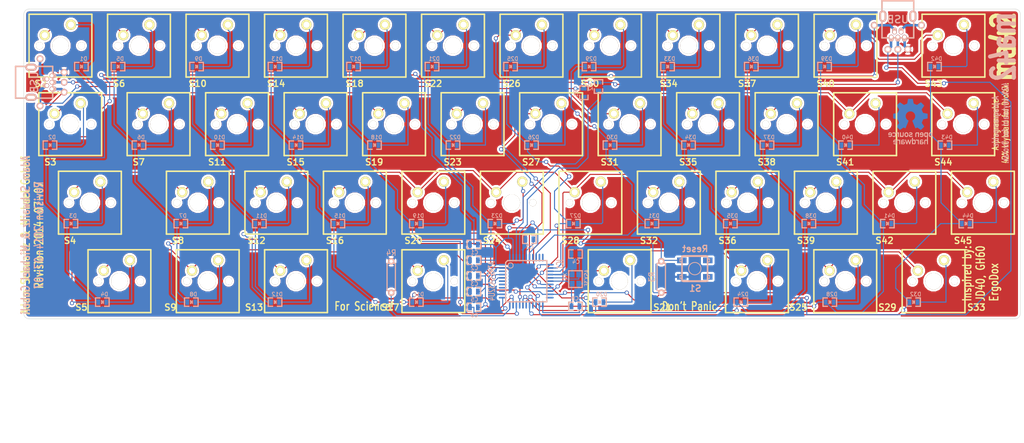
<source format=kicad_pcb>
(kicad_pcb (version 3) (host pcbnew "(2013-07-07 BZR 4022)-stable")
  (layers (15 F.Cu signal) (0 B.Cu signal) (18 B.Paste user) (19 F.Paste user) (20 B.SilkS user) (21 F.SilkS user) (22 B.Mask user) (23 F.Mask user) (28 Edge.Cuts user))
  (net 0 "")
  (net 1 /Matrix/col1)
  (net 2 /Matrix/col10)
  (net 3 /Matrix/col11)
  (net 4 /Matrix/col12)
  (net 5 /Matrix/col2)
  (net 6 /Matrix/col3)
  (net 7 /Matrix/col4)
  (net 8 /Matrix/col5)
  (net 9 /Matrix/col6)
  (net 10 /Matrix/col7)
  (net 11 /Matrix/col8)
  (net 12 /Matrix/col9)
  (net 13 /Matrix/row1)
  (net 14 /Matrix/row2)
  (net 15 /Matrix/row3)
  (net 16 /Matrix/row4)
  (net 17 GND)
  (net 18 N-000001)
  (net 19 N-0000017)
  (net 20 N-0000026)
  (net 21 N-0000030)
  (net 22 N-0000031)
  (net 23 N-0000032)
  (net 24 N-0000033)
  (net 25 N-0000034)
  (net 26 N-0000036)
  (net 27 N-0000042)
  (net 28 N-0000043)
  (net 29 N-0000044)
  (net 30 N-0000045)
  (net 31 N-0000046)
  (net 32 N-0000047)
  (net 33 N-0000048)
  (net 34 N-0000049)
  (net 35 N-0000050)
  (net 36 N-0000051)
  (net 37 N-0000052)
  (net 38 N-0000053)
  (net 39 N-0000054)
  (net 40 N-0000055)
  (net 41 N-0000056)
  (net 42 N-0000057)
  (net 43 N-0000058)
  (net 44 N-0000059)
  (net 45 N-0000060)
  (net 46 N-0000061)
  (net 47 N-0000062)
  (net 48 N-0000063)
  (net 49 N-0000064)
  (net 50 N-0000065)
  (net 51 N-0000066)
  (net 52 N-0000067)
  (net 53 N-0000068)
  (net 54 N-0000069)
  (net 55 N-0000070)
  (net 56 N-0000071)
  (net 57 N-0000072)
  (net 58 N-0000073)
  (net 59 N-0000074)
  (net 60 N-0000075)
  (net 61 N-0000076)
  (net 62 N-0000077)
  (net 63 N-0000078)
  (net 64 N-0000079)
  (net 65 N-0000080)
  (net 66 N-0000081)
  (net 67 N-0000082)
  (net 68 N-0000083)
  (net 69 N-0000084)
  (net 70 N-0000085)
  (net 71 VCC)
  (module TQFP44 (layer B.Cu) (at 194.31 144.78 270)
    (fp_text reference IC1 (at -4.064 -8.128 270) (layer B.SilkS) (effects (font (size 1.524 1.016) (thickness 0.2032)) (justify mirror)))
    (fp_text value ATMEGA32U4 (at 0 8.382 270) (layer B.SilkS) (effects (font (size 1.524 1.016) (thickness 0.2032)) (justify mirror)))
    (pad 39 smd oval (at 0 5.715 270) (size 0.4064 1.89992) (layers B.Cu B.Paste B.Mask))
    (pad 40 smd oval (at -0.8001 5.715 270) (size 0.4064 1.89992) (layers B.Cu B.Paste B.Mask) (net 5 /Matrix/col2))
    (pad 41 smd oval (at -1.6002 5.715 270) (size 0.4064 1.89992) (layers B.Cu B.Paste B.Mask) (net 1 /Matrix/col1))
    (pad 42 smd oval (at -2.4003 5.715 270) (size 0.4064 1.89992) (layers B.Cu B.Paste B.Mask))
    (pad 43 smd oval (at -3.2004 5.715 270) (size 0.4064 1.89992) (layers B.Cu B.Paste B.Mask) (net 17 GND))
    (pad 44 smd oval (at -4.0005 5.715 270) (size 0.4064 1.89992) (layers B.Cu B.Paste B.Mask) (net 71 VCC))
    (pad 38 smd oval (at 0.8001 5.715 270) (size 0.4064 1.89992) (layers B.Cu B.Paste B.Mask))
    (pad 37 smd oval (at 1.6002 5.715 270) (size 0.4064 1.89992) (layers B.Cu B.Paste B.Mask))
    (pad 36 smd oval (at 2.4003 5.715 270) (size 0.4064 1.89992) (layers B.Cu B.Paste B.Mask))
    (pad 35 smd oval (at 3.2004 5.715 270) (size 0.4064 1.89992) (layers B.Cu B.Paste B.Mask) (net 17 GND))
    (pad 34 smd oval (at 4.0005 5.715 270) (size 0.4064 1.89992) (layers B.Cu B.Paste B.Mask) (net 71 VCC))
    (pad 17 smd oval (at 0 -5.715 270) (size 0.4064 1.89992) (layers B.Cu B.Paste B.Mask) (net 19 N-0000017))
    (pad 16 smd oval (at -0.8001 -5.715 270) (size 0.4064 1.89992) (layers B.Cu B.Paste B.Mask) (net 25 N-0000034))
    (pad 15 smd oval (at -1.6002 -5.715 270) (size 0.4064 1.89992) (layers B.Cu B.Paste B.Mask) (net 17 GND))
    (pad 14 smd oval (at -2.4003 -5.715 270) (size 0.4064 1.89992) (layers B.Cu B.Paste B.Mask) (net 71 VCC))
    (pad 13 smd oval (at -3.2004 -5.715 270) (size 0.4064 1.89992) (layers B.Cu B.Paste B.Mask) (net 26 N-0000036))
    (pad 12 smd oval (at -4.0005 -5.715 270) (size 0.4064 1.89992) (layers B.Cu B.Paste B.Mask) (net 12 /Matrix/col9))
    (pad 18 smd oval (at 0.8001 -5.715 270) (size 0.4064 1.89992) (layers B.Cu B.Paste B.Mask) (net 13 /Matrix/row1))
    (pad 19 smd oval (at 1.6002 -5.715 270) (size 0.4064 1.89992) (layers B.Cu B.Paste B.Mask) (net 14 /Matrix/row2))
    (pad 20 smd oval (at 2.4003 -5.715 270) (size 0.4064 1.89992) (layers B.Cu B.Paste B.Mask) (net 15 /Matrix/row3))
    (pad 21 smd oval (at 3.2004 -5.715 270) (size 0.4064 1.89992) (layers B.Cu B.Paste B.Mask) (net 16 /Matrix/row4))
    (pad 22 smd oval (at 4.0005 -5.715 270) (size 0.4064 1.89992) (layers B.Cu B.Paste B.Mask))
    (pad 6 smd oval (at -5.715 0 270) (size 1.89992 0.4064) (layers B.Cu B.Paste B.Mask) (net 22 N-0000031))
    (pad 28 smd oval (at 5.715 0 270) (size 1.89992 0.4064) (layers B.Cu B.Paste B.Mask) (net 3 /Matrix/col11))
    (pad 7 smd oval (at -5.715 -0.8001 270) (size 1.89992 0.4064) (layers B.Cu B.Paste B.Mask) (net 71 VCC))
    (pad 27 smd oval (at 5.715 -0.8001 270) (size 1.89992 0.4064) (layers B.Cu B.Paste B.Mask) (net 4 /Matrix/col12))
    (pad 26 smd oval (at 5.715 -1.6002 270) (size 1.89992 0.4064) (layers B.Cu B.Paste B.Mask))
    (pad 8 smd oval (at -5.715 -1.6002 270) (size 1.89992 0.4064) (layers B.Cu B.Paste B.Mask))
    (pad 9 smd oval (at -5.715 -2.4003 270) (size 1.89992 0.4064) (layers B.Cu B.Paste B.Mask) (net 11 /Matrix/col8))
    (pad 25 smd oval (at 5.715 -2.4003 270) (size 1.89992 0.4064) (layers B.Cu B.Paste B.Mask) (net 10 /Matrix/col7))
    (pad 24 smd oval (at 5.715 -3.2004 270) (size 1.89992 0.4064) (layers B.Cu B.Paste B.Mask) (net 71 VCC))
    (pad 10 smd oval (at -5.715 -3.2004 270) (size 1.89992 0.4064) (layers B.Cu B.Paste B.Mask))
    (pad 11 smd oval (at -5.715 -4.0005 270) (size 1.89992 0.4064) (layers B.Cu B.Paste B.Mask))
    (pad 23 smd oval (at 5.715 -4.0005 270) (size 1.89992 0.4064) (layers B.Cu B.Paste B.Mask) (net 17 GND))
    (pad 29 smd oval (at 5.715 0.8001 270) (size 1.89992 0.4064) (layers B.Cu B.Paste B.Mask) (net 2 /Matrix/col10))
    (pad 5 smd oval (at -5.715 0.8001 270) (size 1.89992 0.4064) (layers B.Cu B.Paste B.Mask) (net 17 GND))
    (pad 4 smd oval (at -5.715 1.6002 270) (size 1.89992 0.4064) (layers B.Cu B.Paste B.Mask) (net 23 N-0000032))
    (pad 30 smd oval (at 5.715 1.6002 270) (size 1.89992 0.4064) (layers B.Cu B.Paste B.Mask) (net 9 /Matrix/col6))
    (pad 31 smd oval (at 5.715 2.4003 270) (size 1.89992 0.4064) (layers B.Cu B.Paste B.Mask) (net 8 /Matrix/col5))
    (pad 3 smd oval (at -5.715 2.4003 270) (size 1.89992 0.4064) (layers B.Cu B.Paste B.Mask) (net 24 N-0000033))
    (pad 2 smd oval (at -5.715 3.2004 270) (size 1.89992 0.4064) (layers B.Cu B.Paste B.Mask) (net 71 VCC))
    (pad 32 smd oval (at 5.715 3.2004 270) (size 1.89992 0.4064) (layers B.Cu B.Paste B.Mask) (net 7 /Matrix/col4))
    (pad 33 smd oval (at 5.715 4.0005 270) (size 1.89992 0.4064) (layers B.Cu B.Paste B.Mask) (net 18 N-000001))
    (pad 1 smd oval (at -5.715 4.0005 270) (size 1.89992 0.4064) (layers B.Cu B.Paste B.Mask) (net 6 /Matrix/col3))
  )
  (module SM0805D (layer B.Cu) (at 205.74 130.81)
    (fp_text reference D27 (at 0.508 -1.905) (layer B.SilkS) (effects (font (size 0.935 0.935) (thickness 0.1588)) (justify mirror)))
    (fp_text value 1N4148 hide)
    (pad 1 smd rect (at -0.9525 0) (size 0.889 1.397) (layers B.Cu B.Paste B.Mask) (net 10 /Matrix/col7))
    (pad 2 smd rect (at 0.9525 0) (size 0.889 1.397) (layers B.Cu B.Paste B.Mask) (net 35 N-0000050))
  )
  (module SM0805D (layer B.Cu) (at 148.59 130.81)
    (fp_text reference D15 (at 0.508 -1.905) (layer B.SilkS) (effects (font (size 0.935 0.935) (thickness 0.1588)) (justify mirror)))
    (fp_text value 1N4148 hide)
    (pad 1 smd rect (at -0.9525 0) (size 0.889 1.397) (layers B.Cu B.Paste B.Mask) (net 7 /Matrix/col4))
    (pad 2 smd rect (at 0.9525 0) (size 0.889 1.397) (layers B.Cu B.Paste B.Mask) (net 51 N-0000066))
  )
  (module SM0805D (layer B.Cu) (at 167.64 149.86)
    (fp_text reference D16 (at 0.508 -1.905) (layer B.SilkS) (effects (font (size 0.935 0.935) (thickness 0.1588)) (justify mirror)))
    (fp_text value 1N4148 hide)
    (pad 1 smd rect (at -0.9525 0) (size 0.889 1.397) (layers B.Cu B.Paste B.Mask) (net 7 /Matrix/col4))
    (pad 2 smd rect (at 0.9525 0) (size 0.889 1.397) (layers B.Cu B.Paste B.Mask) (net 50 N-0000065))
  )
  (module SM0805D (layer B.Cu) (at 152.4 92.71)
    (fp_text reference D17 (at 0.508 -1.905) (layer B.SilkS) (effects (font (size 0.935 0.935) (thickness 0.1588)) (justify mirror)))
    (fp_text value 1N4148 hide)
    (pad 1 smd rect (at -0.9525 0) (size 0.889 1.397) (layers B.Cu B.Paste B.Mask) (net 8 /Matrix/col5))
    (pad 2 smd rect (at 0.9525 0) (size 0.889 1.397) (layers B.Cu B.Paste B.Mask) (net 28 N-0000043))
  )
  (module SM0805D (layer B.Cu) (at 190.5 92.71)
    (fp_text reference D25 (at 0.508 -1.905) (layer B.SilkS) (effects (font (size 0.935 0.935) (thickness 0.1588)) (justify mirror)))
    (fp_text value 1N4148 hide)
    (pad 1 smd rect (at -0.9525 0) (size 0.889 1.397) (layers B.Cu B.Paste B.Mask) (net 10 /Matrix/col7))
    (pad 2 smd rect (at 0.9525 0) (size 0.889 1.397) (layers B.Cu B.Paste B.Mask) (net 27 N-0000042))
  )
  (module SM0805D (layer B.Cu) (at 86.36 92.71)
    (fp_text reference D1 (at 0.508 -1.905) (layer B.SilkS) (effects (font (size 0.935 0.935) (thickness 0.1588)) (justify mirror)))
    (fp_text value 1N4148 hide)
    (pad 1 smd rect (at -0.9525 0) (size 0.889 1.397) (layers B.Cu B.Paste B.Mask) (net 1 /Matrix/col1))
    (pad 2 smd rect (at 0.9525 0) (size 0.889 1.397) (layers B.Cu B.Paste B.Mask) (net 29 N-0000044))
  )
  (module SM0805D (layer B.Cu) (at 167.64 130.81)
    (fp_text reference D19 (at 0.508 -1.905) (layer B.SilkS) (effects (font (size 0.935 0.935) (thickness 0.1588)) (justify mirror)))
    (fp_text value 1N4148 hide)
    (pad 1 smd rect (at -0.9525 0) (size 0.889 1.397) (layers B.Cu B.Paste B.Mask) (net 8 /Matrix/col5))
    (pad 2 smd rect (at 0.9525 0) (size 0.889 1.397) (layers B.Cu B.Paste B.Mask) (net 30 N-0000045))
  )
  (module SM0805D (layer B.Cu) (at 133.35 92.71)
    (fp_text reference D13 (at 0.508 -1.905) (layer B.SilkS) (effects (font (size 0.935 0.935) (thickness 0.1588)) (justify mirror)))
    (fp_text value 1N4148 hide)
    (pad 1 smd rect (at -0.9525 0) (size 0.889 1.397) (layers B.Cu B.Paste B.Mask) (net 7 /Matrix/col4))
    (pad 2 smd rect (at 0.9525 0) (size 0.889 1.397) (layers B.Cu B.Paste B.Mask) (net 49 N-0000064))
  )
  (module SM0805D (layer B.Cu) (at 195.58 111.76)
    (fp_text reference D26 (at 0.508 -1.905) (layer B.SilkS) (effects (font (size 0.935 0.935) (thickness 0.1588)) (justify mirror)))
    (fp_text value 1N4148 hide)
    (pad 1 smd rect (at -0.9525 0) (size 0.889 1.397) (layers B.Cu B.Paste B.Mask) (net 10 /Matrix/col7))
    (pad 2 smd rect (at 0.9525 0) (size 0.889 1.397) (layers B.Cu B.Paste B.Mask) (net 39 N-0000054))
  )
  (module SM0805D (layer B.Cu) (at 209.55 92.71)
    (fp_text reference D29 (at 0.508 -1.905) (layer B.SilkS) (effects (font (size 0.935 0.935) (thickness 0.1588)) (justify mirror)))
    (fp_text value 1N4148 hide)
    (pad 1 smd rect (at -0.9525 0) (size 0.889 1.397) (layers B.Cu B.Paste B.Mask) (net 11 /Matrix/col8))
    (pad 2 smd rect (at 0.9525 0) (size 0.889 1.397) (layers B.Cu B.Paste B.Mask) (net 38 N-0000053))
  )
  (module SM0805D (layer B.Cu) (at 228.6 92.71)
    (fp_text reference D33 (at 0.508 -1.905) (layer B.SilkS) (effects (font (size 0.935 0.935) (thickness 0.1588)) (justify mirror)))
    (fp_text value 1N4148 hide)
    (pad 1 smd rect (at -0.9525 0) (size 0.889 1.397) (layers B.Cu B.Paste B.Mask) (net 12 /Matrix/col9))
    (pad 2 smd rect (at 0.9525 0) (size 0.889 1.397) (layers B.Cu B.Paste B.Mask) (net 37 N-0000052))
  )
  (module SM0805D (layer B.Cu) (at 214.63 111.76)
    (fp_text reference D30 (at 0.508 -1.905) (layer B.SilkS) (effects (font (size 0.935 0.935) (thickness 0.1588)) (justify mirror)))
    (fp_text value 1N4148 hide)
    (pad 1 smd rect (at -0.9525 0) (size 0.889 1.397) (layers B.Cu B.Paste B.Mask) (net 11 /Matrix/col8))
    (pad 2 smd rect (at 0.9525 0) (size 0.889 1.397) (layers B.Cu B.Paste B.Mask) (net 36 N-0000051))
  )
  (module SM0805D (layer B.Cu) (at 224.79 130.81)
    (fp_text reference D31 (at 0.508 -1.905) (layer B.SilkS) (effects (font (size 0.935 0.935) (thickness 0.1588)) (justify mirror)))
    (fp_text value 1N4148 hide)
    (pad 1 smd rect (at -0.9525 0) (size 0.889 1.397) (layers B.Cu B.Paste B.Mask) (net 11 /Matrix/col8))
    (pad 2 smd rect (at 0.9525 0) (size 0.889 1.397) (layers B.Cu B.Paste B.Mask) (net 34 N-0000049))
  )
  (module SM0805D (layer B.Cu) (at 157.48 111.76)
    (fp_text reference D18 (at 0.508 -1.905) (layer B.SilkS) (effects (font (size 0.935 0.935) (thickness 0.1588)) (justify mirror)))
    (fp_text value 1N4148 hide)
    (pad 1 smd rect (at -0.9525 0) (size 0.889 1.397) (layers B.Cu B.Paste B.Mask) (net 8 /Matrix/col5))
    (pad 2 smd rect (at 0.9525 0) (size 0.889 1.397) (layers B.Cu B.Paste B.Mask) (net 33 N-0000048))
  )
  (module SM0805D (layer B.Cu) (at 243.84 130.81)
    (fp_text reference D35 (at 0.508 -1.905) (layer B.SilkS) (effects (font (size 0.935 0.935) (thickness 0.1588)) (justify mirror)))
    (fp_text value 1N4148 hide)
    (pad 1 smd rect (at -0.9525 0) (size 0.889 1.397) (layers B.Cu B.Paste B.Mask) (net 12 /Matrix/col9))
    (pad 2 smd rect (at 0.9525 0) (size 0.889 1.397) (layers B.Cu B.Paste B.Mask) (net 32 N-0000047))
  )
  (module SM0805D (layer B.Cu) (at 138.43 111.76)
    (fp_text reference D14 (at 0.508 -1.905) (layer B.SilkS) (effects (font (size 0.935 0.935) (thickness 0.1588)) (justify mirror)))
    (fp_text value 1N4148 hide)
    (pad 1 smd rect (at -0.9525 0) (size 0.889 1.397) (layers B.Cu B.Paste B.Mask) (net 7 /Matrix/col4))
    (pad 2 smd rect (at 0.9525 0) (size 0.889 1.397) (layers B.Cu B.Paste B.Mask) (net 52 N-0000067))
  )
  (module SM0805D (layer B.Cu) (at 233.68 111.76)
    (fp_text reference D34 (at 0.508 -1.905) (layer B.SilkS) (effects (font (size 0.935 0.935) (thickness 0.1588)) (justify mirror)))
    (fp_text value 1N4148 hide)
    (pad 1 smd rect (at -0.9525 0) (size 0.889 1.397) (layers B.Cu B.Paste B.Mask) (net 12 /Matrix/col9))
    (pad 2 smd rect (at 0.9525 0) (size 0.889 1.397) (layers B.Cu B.Paste B.Mask) (net 31 N-0000046))
  )
  (module SM0805D (layer B.Cu) (at 246.38 149.86)
    (fp_text reference D24 (at 0.508 -1.905) (layer B.SilkS) (effects (font (size 0.935 0.935) (thickness 0.1588)) (justify mirror)))
    (fp_text value 1N4148 hide)
    (pad 1 smd rect (at -0.9525 0) (size 0.889 1.397) (layers B.Cu B.Paste B.Mask) (net 2 /Matrix/col10))
    (pad 2 smd rect (at 0.9525 0) (size 0.889 1.397) (layers B.Cu B.Paste B.Mask) (net 53 N-0000068))
  )
  (module SM0805D (layer B.Cu) (at 186.69 130.81)
    (fp_text reference D23 (at 0.508 -1.905) (layer B.SilkS) (effects (font (size 0.935 0.935) (thickness 0.1588)) (justify mirror)))
    (fp_text value 1N4148 hide)
    (pad 1 smd rect (at -0.9525 0) (size 0.889 1.397) (layers B.Cu B.Paste B.Mask) (net 9 /Matrix/col6))
    (pad 2 smd rect (at 0.9525 0) (size 0.889 1.397) (layers B.Cu B.Paste B.Mask) (net 54 N-0000069))
  )
  (module SM0805D (layer B.Cu) (at 176.53 111.76)
    (fp_text reference D22 (at 0.508 -1.905) (layer B.SilkS) (effects (font (size 0.935 0.935) (thickness 0.1588)) (justify mirror)))
    (fp_text value 1N4148 hide)
    (pad 1 smd rect (at -0.9525 0) (size 0.889 1.397) (layers B.Cu B.Paste B.Mask) (net 9 /Matrix/col6))
    (pad 2 smd rect (at 0.9525 0) (size 0.889 1.397) (layers B.Cu B.Paste B.Mask) (net 55 N-0000070))
  )
  (module SM0805D (layer B.Cu) (at 171.45 92.71)
    (fp_text reference D21 (at 0.508 -1.905) (layer B.SilkS) (effects (font (size 0.935 0.935) (thickness 0.1588)) (justify mirror)))
    (fp_text value 1N4148 hide)
    (pad 1 smd rect (at -0.9525 0) (size 0.889 1.397) (layers B.Cu B.Paste B.Mask) (net 9 /Matrix/col6))
    (pad 2 smd rect (at 0.9525 0) (size 0.889 1.397) (layers B.Cu B.Paste B.Mask) (net 56 N-0000071))
  )
  (module SM0805D (layer B.Cu) (at 133.35 149.86)
    (fp_text reference D12 (at 0.508 -1.905) (layer B.SilkS) (effects (font (size 0.935 0.935) (thickness 0.1588)) (justify mirror)))
    (fp_text value 1N4148 hide)
    (pad 1 smd rect (at -0.9525 0) (size 0.889 1.397) (layers B.Cu B.Paste B.Mask) (net 6 /Matrix/col3))
    (pad 2 smd rect (at 0.9525 0) (size 0.889 1.397) (layers B.Cu B.Paste B.Mask) (net 40 N-0000055))
  )
  (module SM0805D (layer B.Cu) (at 113.03 149.86)
    (fp_text reference D8 (at 0.508 -1.905) (layer B.SilkS) (effects (font (size 0.935 0.935) (thickness 0.1588)) (justify mirror)))
    (fp_text value 1N4148 hide)
    (pad 1 smd rect (at -0.9525 0) (size 0.889 1.397) (layers B.Cu B.Paste B.Mask) (net 5 /Matrix/col2))
    (pad 2 smd rect (at 0.9525 0) (size 0.889 1.397) (layers B.Cu B.Paste B.Mask) (net 41 N-0000056))
  )
  (module SM0805D (layer B.Cu) (at 129.54 130.81)
    (fp_text reference D11 (at 0.508 -1.905) (layer B.SilkS) (effects (font (size 0.935 0.935) (thickness 0.1588)) (justify mirror)))
    (fp_text value 1N4148 hide)
    (pad 1 smd rect (at -0.9525 0) (size 0.889 1.397) (layers B.Cu B.Paste B.Mask) (net 6 /Matrix/col3))
    (pad 2 smd rect (at 0.9525 0) (size 0.889 1.397) (layers B.Cu B.Paste B.Mask) (net 42 N-0000057))
  )
  (module SM0805D (layer B.Cu) (at 119.38 111.76)
    (fp_text reference D10 (at 0.508 -1.905) (layer B.SilkS) (effects (font (size 0.935 0.935) (thickness 0.1588)) (justify mirror)))
    (fp_text value 1N4148 hide)
    (pad 1 smd rect (at -0.9525 0) (size 0.889 1.397) (layers B.Cu B.Paste B.Mask) (net 6 /Matrix/col3))
    (pad 2 smd rect (at 0.9525 0) (size 0.889 1.397) (layers B.Cu B.Paste B.Mask) (net 43 N-0000058))
  )
  (module SM0805D (layer B.Cu) (at 95.25 92.71)
    (fp_text reference D5 (at 0.508 -1.905) (layer B.SilkS) (effects (font (size 0.935 0.935) (thickness 0.1588)) (justify mirror)))
    (fp_text value 1N4148 hide)
    (pad 1 smd rect (at -0.9525 0) (size 0.889 1.397) (layers B.Cu B.Paste B.Mask) (net 5 /Matrix/col2))
    (pad 2 smd rect (at 0.9525 0) (size 0.889 1.397) (layers B.Cu B.Paste B.Mask) (net 48 N-0000063))
  )
  (module SM0805D (layer B.Cu) (at 114.3 92.71)
    (fp_text reference D9 (at 0.508 -1.905) (layer B.SilkS) (effects (font (size 0.935 0.935) (thickness 0.1588)) (justify mirror)))
    (fp_text value 1N4148 hide)
    (pad 1 smd rect (at -0.9525 0) (size 0.889 1.397) (layers B.Cu B.Paste B.Mask) (net 6 /Matrix/col3))
    (pad 2 smd rect (at 0.9525 0) (size 0.889 1.397) (layers B.Cu B.Paste B.Mask) (net 47 N-0000062))
  )
  (module SM0805D (layer B.Cu) (at 78.74 111.76)
    (fp_text reference D2 (at 0.508 -1.905) (layer B.SilkS) (effects (font (size 0.935 0.935) (thickness 0.1588)) (justify mirror)))
    (fp_text value 1N4148 hide)
    (pad 1 smd rect (at -0.9525 0) (size 0.889 1.397) (layers B.Cu B.Paste B.Mask) (net 1 /Matrix/col1))
    (pad 2 smd rect (at 0.9525 0) (size 0.889 1.397) (layers B.Cu B.Paste B.Mask) (net 46 N-0000061))
  )
  (module SM0805D (layer B.Cu) (at 100.33 111.76)
    (fp_text reference D6 (at 0.508 -1.905) (layer B.SilkS) (effects (font (size 0.935 0.935) (thickness 0.1588)) (justify mirror)))
    (fp_text value 1N4148 hide)
    (pad 1 smd rect (at -0.9525 0) (size 0.889 1.397) (layers B.Cu B.Paste B.Mask) (net 5 /Matrix/col2))
    (pad 2 smd rect (at 0.9525 0) (size 0.889 1.397) (layers B.Cu B.Paste B.Mask) (net 45 N-0000060))
  )
  (module SM0805D (layer B.Cu) (at 110.49 130.81)
    (fp_text reference D7 (at 0.508 -1.905) (layer B.SilkS) (effects (font (size 0.935 0.935) (thickness 0.1588)) (justify mirror)))
    (fp_text value 1N4148 hide)
    (pad 1 smd rect (at -0.9525 0) (size 0.889 1.397) (layers B.Cu B.Paste B.Mask) (net 5 /Matrix/col2))
    (pad 2 smd rect (at 0.9525 0) (size 0.889 1.397) (layers B.Cu B.Paste B.Mask) (net 44 N-0000059))
  )
  (module SM0805D (layer B.Cu) (at 248.92 92.71)
    (fp_text reference D36 (at 0.508 -1.905) (layer B.SilkS) (effects (font (size 0.935 0.935) (thickness 0.1588)) (justify mirror)))
    (fp_text value 1N4148 hide)
    (pad 1 smd rect (at -0.9525 0) (size 0.889 1.397) (layers B.Cu B.Paste B.Mask) (net 2 /Matrix/col10))
    (pad 2 smd rect (at 0.9525 0) (size 0.889 1.397) (layers B.Cu B.Paste B.Mask) (net 68 N-0000083))
  )
  (module SM0805D (layer B.Cu) (at 252.73 111.76)
    (fp_text reference D37 (at 0.508 -1.905) (layer B.SilkS) (effects (font (size 0.935 0.935) (thickness 0.1588)) (justify mirror)))
    (fp_text value 1N4148 hide)
    (pad 1 smd rect (at -0.9525 0) (size 0.889 1.397) (layers B.Cu B.Paste B.Mask) (net 2 /Matrix/col10))
    (pad 2 smd rect (at 0.9525 0) (size 0.889 1.397) (layers B.Cu B.Paste B.Mask) (net 67 N-0000082))
  )
  (module SM0805D (layer B.Cu) (at 266.7 92.71)
    (fp_text reference D39 (at 0.508 -1.905) (layer B.SilkS) (effects (font (size 0.935 0.935) (thickness 0.1588)) (justify mirror)))
    (fp_text value 1N4148 hide)
    (pad 1 smd rect (at -0.9525 0) (size 0.889 1.397) (layers B.Cu B.Paste B.Mask) (net 3 /Matrix/col11))
    (pad 2 smd rect (at 0.9525 0) (size 0.889 1.397) (layers B.Cu B.Paste B.Mask) (net 66 N-0000081))
  )
  (module SM0805D (layer B.Cu) (at 271.78 111.76)
    (fp_text reference D40 (at 0.508 -1.905) (layer B.SilkS) (effects (font (size 0.935 0.935) (thickness 0.1588)) (justify mirror)))
    (fp_text value 1N4148 hide)
    (pad 1 smd rect (at -0.9525 0) (size 0.889 1.397) (layers B.Cu B.Paste B.Mask) (net 3 /Matrix/col11))
    (pad 2 smd rect (at 0.9525 0) (size 0.889 1.397) (layers B.Cu B.Paste B.Mask) (net 65 N-0000080))
  )
  (module SM0805D (layer B.Cu) (at 262.89 130.81)
    (fp_text reference D38 (at 0.508 -1.905) (layer B.SilkS) (effects (font (size 0.935 0.935) (thickness 0.1588)) (justify mirror)))
    (fp_text value 1N4148 hide)
    (pad 1 smd rect (at -0.9525 0) (size 0.889 1.397) (layers B.Cu B.Paste B.Mask) (net 2 /Matrix/col10))
    (pad 2 smd rect (at 0.9525 0) (size 0.889 1.397) (layers B.Cu B.Paste B.Mask) (net 64 N-0000079))
  )
  (module SM0805D (layer B.Cu) (at 300.99 130.81)
    (fp_text reference D44 (at 0.508 -1.905) (layer B.SilkS) (effects (font (size 0.935 0.935) (thickness 0.1588)) (justify mirror)))
    (fp_text value 1N4148 hide)
    (pad 1 smd rect (at -0.9525 0) (size 0.889 1.397) (layers B.Cu B.Paste B.Mask) (net 4 /Matrix/col12))
    (pad 2 smd rect (at 0.9525 0) (size 0.889 1.397) (layers B.Cu B.Paste B.Mask) (net 63 N-0000078))
  )
  (module SM0805D (layer B.Cu) (at 281.94 130.81)
    (fp_text reference D41 (at 0.508 -1.905) (layer B.SilkS) (effects (font (size 0.935 0.935) (thickness 0.1588)) (justify mirror)))
    (fp_text value 1N4148 hide)
    (pad 1 smd rect (at -0.9525 0) (size 0.889 1.397) (layers B.Cu B.Paste B.Mask) (net 3 /Matrix/col11))
    (pad 2 smd rect (at 0.9525 0) (size 0.889 1.397) (layers B.Cu B.Paste B.Mask) (net 62 N-0000077))
  )
  (module SM0805D (layer B.Cu) (at 295.91 111.76)
    (fp_text reference D43 (at 0.508 -1.905) (layer B.SilkS) (effects (font (size 0.935 0.935) (thickness 0.1588)) (justify mirror)))
    (fp_text value 1N4148 hide)
    (pad 1 smd rect (at -0.9525 0) (size 0.889 1.397) (layers B.Cu B.Paste B.Mask) (net 4 /Matrix/col12))
    (pad 2 smd rect (at 0.9525 0) (size 0.889 1.397) (layers B.Cu B.Paste B.Mask) (net 61 N-0000076))
  )
  (module SM0805D (layer B.Cu) (at 293.37 92.71)
    (fp_text reference D42 (at 0.508 -1.905) (layer B.SilkS) (effects (font (size 0.935 0.935) (thickness 0.1588)) (justify mirror)))
    (fp_text value 1N4148 hide)
    (pad 1 smd rect (at -0.9525 0) (size 0.889 1.397) (layers B.Cu B.Paste B.Mask) (net 4 /Matrix/col12))
    (pad 2 smd rect (at 0.9525 0) (size 0.889 1.397) (layers B.Cu B.Paste B.Mask) (net 60 N-0000075))
  )
  (module SM0805D (layer B.Cu) (at 212.09 149.86)
    (fp_text reference D20 (at 0.508 -1.905) (layer B.SilkS) (effects (font (size 0.935 0.935) (thickness 0.1588)) (justify mirror)))
    (fp_text value 1N4148 hide)
    (pad 1 smd rect (at -0.9525 0) (size 0.889 1.397) (layers B.Cu B.Paste B.Mask) (net 12 /Matrix/col9))
    (pad 2 smd rect (at 0.9525 0) (size 0.889 1.397) (layers B.Cu B.Paste B.Mask) (net 59 N-0000074))
  )
  (module SM0805D (layer B.Cu) (at 267.97 149.86)
    (fp_text reference D28 (at 0.508 -1.905) (layer B.SilkS) (effects (font (size 0.935 0.935) (thickness 0.1588)) (justify mirror)))
    (fp_text value 1N4148 hide)
    (pad 1 smd rect (at -0.9525 0) (size 0.889 1.397) (layers B.Cu B.Paste B.Mask) (net 3 /Matrix/col11))
    (pad 2 smd rect (at 0.9525 0) (size 0.889 1.397) (layers B.Cu B.Paste B.Mask) (net 70 N-0000085))
  )
  (module SM0805D (layer B.Cu) (at 288.29 149.86)
    (fp_text reference D32 (at 0.508 -1.905) (layer B.SilkS) (effects (font (size 0.935 0.935) (thickness 0.1588)) (justify mirror)))
    (fp_text value 1N4148 hide)
    (pad 1 smd rect (at -0.9525 0) (size 0.889 1.397) (layers B.Cu B.Paste B.Mask) (net 4 /Matrix/col12))
    (pad 2 smd rect (at 0.9525 0) (size 0.889 1.397) (layers B.Cu B.Paste B.Mask) (net 69 N-0000084))
  )
  (module SM0805D (layer B.Cu) (at 91.44 149.86)
    (fp_text reference D4 (at 0.508 -1.905) (layer B.SilkS) (effects (font (size 0.935 0.935) (thickness 0.1588)) (justify mirror)))
    (fp_text value 1N4148 hide)
    (pad 1 smd rect (at -0.9525 0) (size 0.889 1.397) (layers B.Cu B.Paste B.Mask) (net 1 /Matrix/col1))
    (pad 2 smd rect (at 0.9525 0) (size 0.889 1.397) (layers B.Cu B.Paste B.Mask) (net 57 N-0000072))
  )
  (module SM0805D (layer B.Cu) (at 83.82 130.81)
    (fp_text reference D3 (at 0.508 -1.905) (layer B.SilkS) (effects (font (size 0.935 0.935) (thickness 0.1588)) (justify mirror)))
    (fp_text value 1N4148 hide)
    (pad 1 smd rect (at -0.9525 0) (size 0.889 1.397) (layers B.Cu B.Paste B.Mask) (net 1 /Matrix/col1))
    (pad 2 smd rect (at 0.9525 0) (size 0.889 1.397) (layers B.Cu B.Paste B.Mask) (net 58 N-0000073))
  )
  (module SM0805 (layer B.Cu) (at 181.61 147.32 180)
    (fp_text reference C5 (at -0.127 -1.905 180) (layer B.SilkS) (effects (font (size 0.935 0.935) (thickness 0.1588)) (justify mirror)))
    (fp_text value 100n hide)
    (pad 1 smd rect (at -0.9525 0 180) (size 0.889 1.397) (layers B.Cu B.Paste B.Mask) (net 71 VCC))
    (pad 2 smd rect (at 0.9525 0 180) (size 0.889 1.397) (layers B.Cu B.Paste B.Mask) (net 17 GND))
  )
  (module SM0805 (layer B.Cu) (at 181.61 143.51 180)
    (fp_text reference C3 (at -0.127 -1.905 180) (layer B.SilkS) (effects (font (size 0.935 0.935) (thickness 0.1588)) (justify mirror)))
    (fp_text value 100n hide)
    (pad 1 smd rect (at -0.9525 0 180) (size 0.889 1.397) (layers B.Cu B.Paste B.Mask) (net 71 VCC))
    (pad 2 smd rect (at 0.9525 0 180) (size 0.889 1.397) (layers B.Cu B.Paste B.Mask) (net 17 GND))
  )
  (module SM0805 (layer B.Cu) (at 195.072 134.62 180)
    (fp_text reference C7 (at -0.127 -1.905 180) (layer B.SilkS) (effects (font (size 0.935 0.935) (thickness 0.1588)) (justify mirror)))
    (fp_text value 1u hide)
    (pad 1 smd rect (at -0.9525 0 180) (size 0.889 1.397) (layers B.Cu B.Paste B.Mask) (net 22 N-0000031))
    (pad 2 smd rect (at 0.9525 0 180) (size 0.889 1.397) (layers B.Cu B.Paste B.Mask) (net 17 GND))
  )
  (module SM0805 (layer B.Cu) (at 181.61 151.13 180)
    (fp_text reference C6 (at -0.127 -1.905 180) (layer B.SilkS) (effects (font (size 0.935 0.935) (thickness 0.1588)) (justify mirror)))
    (fp_text value 100n hide)
    (pad 1 smd rect (at -0.9525 0 180) (size 0.889 1.397) (layers B.Cu B.Paste B.Mask) (net 71 VCC))
    (pad 2 smd rect (at 0.9525 0 180) (size 0.889 1.397) (layers B.Cu B.Paste B.Mask) (net 17 GND))
  )
  (module SM0805 (layer B.Cu) (at 208.28 99.06 90)
    (fp_text reference R1 (at -0.127 -1.905 90) (layer B.SilkS) (effects (font (size 0.935 0.935) (thickness 0.1588)) (justify mirror)))
    (fp_text value 22 hide)
    (pad 1 smd rect (at -0.9525 0 90) (size 0.889 1.397) (layers B.Cu B.Paste B.Mask) (net 24 N-0000033))
    (pad 2 smd rect (at 0.9525 0 90) (size 0.889 1.397) (layers B.Cu B.Paste B.Mask) (net 21 N-0000030))
  )
  (module SM0805 (layer B.Cu) (at 211.836 97.536 90)
    (fp_text reference R2 (at -0.127 -1.905 90) (layer B.SilkS) (effects (font (size 0.935 0.935) (thickness 0.1588)) (justify mirror)))
    (fp_text value 22 hide)
    (pad 1 smd rect (at -0.9525 0 90) (size 0.889 1.397) (layers B.Cu B.Paste B.Mask) (net 23 N-0000032))
    (pad 2 smd rect (at 0.9525 0 90) (size 0.889 1.397) (layers B.Cu B.Paste B.Mask) (net 20 N-0000026))
  )
  (module SM0805 (layer B.Cu) (at 181.61 139.7 180)
    (fp_text reference C2 (at -0.127 -1.905 180) (layer B.SilkS) (effects (font (size 0.935 0.935) (thickness 0.1588)) (justify mirror)))
    (fp_text value 100n hide)
    (pad 1 smd rect (at -0.9525 0 180) (size 0.889 1.397) (layers B.Cu B.Paste B.Mask) (net 71 VCC))
    (pad 2 smd rect (at 0.9525 0 180) (size 0.889 1.397) (layers B.Cu B.Paste B.Mask) (net 17 GND))
  )
  (module SM0805 (layer B.Cu) (at 206.248 150.876)
    (fp_text reference C8 (at -0.127 -1.905) (layer B.SilkS) (effects (font (size 0.935 0.935) (thickness 0.1588)) (justify mirror)))
    (fp_text value 22p hide)
    (pad 1 smd rect (at -0.9525 0) (size 0.889 1.397) (layers B.Cu B.Paste B.Mask) (net 19 N-0000017))
    (pad 2 smd rect (at 0.9525 0) (size 0.889 1.397) (layers B.Cu B.Paste B.Mask) (net 17 GND))
  )
  (module SM0805 (layer B.Cu) (at 206.248 138.176 180)
    (fp_text reference C4 (at -0.127 -1.905 180) (layer B.SilkS) (effects (font (size 0.935 0.935) (thickness 0.1588)) (justify mirror)))
    (fp_text value 22p hide)
    (pad 1 smd rect (at -0.9525 0 180) (size 0.889 1.397) (layers B.Cu B.Paste B.Mask) (net 25 N-0000034))
    (pad 2 smd rect (at 0.9525 0 180) (size 0.889 1.397) (layers B.Cu B.Paste B.Mask) (net 17 GND))
  )
  (module SM0805 (layer B.Cu) (at 181.61 135.89 180)
    (fp_text reference C1 (at -0.127 -1.905 180) (layer B.SilkS) (effects (font (size 0.935 0.935) (thickness 0.1588)) (justify mirror)))
    (fp_text value 1u hide)
    (pad 1 smd rect (at -0.9525 0 180) (size 0.889 1.397) (layers B.Cu B.Paste B.Mask) (net 71 VCC))
    (pad 2 smd rect (at 0.9525 0 180) (size 0.889 1.397) (layers B.Cu B.Paste B.Mask) (net 17 GND))
  )
  (module R3 (layer B.Cu) (at 161.544 143.764 90)
    (fp_text reference R4 (at 5.842 0 180) (layer B.SilkS) (effects (font (size 1.397 1.27) (thickness 0.2032)) (justify mirror)))
    (fp_text value 10k hide)
    (pad 1 thru_hole circle (at -3.81 0 90) (size 1.6 1.6) (drill 0.8128) (layers *.Cu *.Mask B.SilkS) (net 18 N-000001))
    (pad 2 thru_hole circle (at 3.81 0 90) (size 1.6 1.6) (drill 0.8128) (layers *.Cu *.Mask B.SilkS) (net 17 GND))
  )
  (module R3 (layer B.Cu) (at 227.076 143.764 90)
    (fp_text reference R3 (at 0 -2.286 90) (layer B.SilkS) (effects (font (size 1.397 1.27) (thickness 0.2032)) (justify mirror)))
    (fp_text value 10k hide)
    (pad 1 thru_hole circle (at -3.81 0 90) (size 1.6 1.6) (drill 0.8128) (layers *.Cu *.Mask B.SilkS) (net 71 VCC))
    (pad 2 thru_hole circle (at 3.81 0 90) (size 1.6 1.6) (drill 0.8128) (layers *.Cu *.Mask B.SilkS) (net 26 N-0000036))
  )
  (module MX1A-b (layer F.Cu) (at 95.585625 144.78)
    (fp_text reference S5 (at -9.225625 6.35) (layer F.SilkS) (effects (font (size 1.524 1.524) (thickness 0.3048))))
    (fp_text value MX1A hide)
    (pad 0 thru_hole circle (at 0 0) (size 3.98018 3.98018) (drill 3.98018) (layers *.Cu *.Mask F.SilkS))
    (pad 2 thru_hole circle (at 2.54 -5.08) (size 2.49936 2.49936) (drill 1.50114) (layers *.Cu *.Mask F.SilkS) (net 57 N-0000072))
    (pad 1 thru_hole circle (at -3.81 -2.54) (size 2.49936 2.49936) (drill 1.50114) (layers *.Cu *.Mask F.SilkS) (net 16 /Matrix/row4))
    (pad "" thru_hole circle (at -5.08 0) (size 1.69926 1.69926) (drill 1.69926) (layers *.Cu *.Mask F.SilkS))
    (pad "" thru_hole circle (at 5.08 0) (size 1.69926 1.69926) (drill 1.69926) (layers *.Cu *.Mask F.SilkS))
  )
  (module MX1A-b (layer F.Cu) (at 171.76813 144.78)
    (fp_text reference S17 (at -10.47813 6.35) (layer F.SilkS) (effects (font (size 1.524 1.524) (thickness 0.3048))))
    (fp_text value MX1A hide)
    (pad 0 thru_hole circle (at 0 0) (size 3.98018 3.98018) (drill 3.98018) (layers *.Cu *.Mask F.SilkS))
    (pad 2 thru_hole circle (at 2.54 -5.08) (size 2.49936 2.49936) (drill 1.50114) (layers *.Cu *.Mask F.SilkS) (net 50 N-0000065))
    (pad 1 thru_hole circle (at -3.81 -2.54) (size 2.49936 2.49936) (drill 1.50114) (layers *.Cu *.Mask F.SilkS) (net 16 /Matrix/row4))
    (pad "" thru_hole circle (at -5.08 0) (size 1.69926 1.69926) (drill 1.69926) (layers *.Cu *.Mask F.SilkS))
    (pad "" thru_hole circle (at 5.08 0) (size 1.69926 1.69926) (drill 1.69926) (layers *.Cu *.Mask F.SilkS))
  )
  (module MX1A-b (layer F.Cu) (at 250.29625 144.78)
    (fp_text reference S25 (at 10.05375 6.35) (layer F.SilkS) (effects (font (size 1.524 1.524) (thickness 0.3048))))
    (fp_text value MX1A hide)
    (pad 0 thru_hole circle (at 0 0) (size 3.98018 3.98018) (drill 3.98018) (layers *.Cu *.Mask F.SilkS))
    (pad 2 thru_hole circle (at 2.54 -5.08) (size 2.49936 2.49936) (drill 1.50114) (layers *.Cu *.Mask F.SilkS) (net 53 N-0000068))
    (pad 1 thru_hole circle (at -3.81 -2.54) (size 2.49936 2.49936) (drill 1.50114) (layers *.Cu *.Mask F.SilkS) (net 16 /Matrix/row4))
    (pad "" thru_hole circle (at -5.08 0) (size 1.69926 1.69926) (drill 1.69926) (layers *.Cu *.Mask F.SilkS))
    (pad "" thru_hole circle (at 5.08 0) (size 1.69926 1.69926) (drill 1.69926) (layers *.Cu *.Mask F.SilkS))
  )
  (module MX1A-b (layer F.Cu) (at 88.42375 125.73)
    (fp_text reference S4 (at -4.826 9.2075) (layer F.SilkS) (effects (font (size 1.524 1.524) (thickness 0.3048))))
    (fp_text value MX1A hide)
    (pad 0 thru_hole circle (at 0 0) (size 3.98018 3.98018) (drill 3.98018) (layers *.Cu *.Mask F.SilkS))
    (pad 2 thru_hole circle (at 2.54 -5.08) (size 2.49936 2.49936) (drill 1.50114) (layers *.Cu *.Mask F.SilkS) (net 58 N-0000073))
    (pad 1 thru_hole circle (at -3.81 -2.54) (size 2.49936 2.49936) (drill 1.50114) (layers *.Cu *.Mask F.SilkS) (net 15 /Matrix/row3))
    (pad "" thru_hole circle (at -5.08 0) (size 1.69926 1.69926) (drill 1.69926) (layers *.Cu *.Mask F.SilkS))
    (pad "" thru_hole circle (at 5.08 0) (size 1.69926 1.69926) (drill 1.69926) (layers *.Cu *.Mask F.SilkS))
  )
  (module MX1A-b (layer F.Cu) (at 297.97375 87.63)
    (fp_text reference S43 (at -4.826 9.2075) (layer F.SilkS) (effects (font (size 1.524 1.524) (thickness 0.3048))))
    (fp_text value MX1A hide)
    (pad 0 thru_hole circle (at 0 0) (size 3.98018 3.98018) (drill 3.98018) (layers *.Cu *.Mask F.SilkS))
    (pad 2 thru_hole circle (at 2.54 -5.08) (size 2.49936 2.49936) (drill 1.50114) (layers *.Cu *.Mask F.SilkS) (net 60 N-0000075))
    (pad 1 thru_hole circle (at -3.81 -2.54) (size 2.49936 2.49936) (drill 1.50114) (layers *.Cu *.Mask F.SilkS) (net 13 /Matrix/row1))
    (pad "" thru_hole circle (at -5.08 0) (size 1.69926 1.69926) (drill 1.69926) (layers *.Cu *.Mask F.SilkS))
    (pad "" thru_hole circle (at 5.08 0) (size 1.69926 1.69926) (drill 1.69926) (layers *.Cu *.Mask F.SilkS))
  )
  (module MX1A-b (layer F.Cu) (at 257.48 106.68)
    (fp_text reference S38 (at -4.826 9.2075) (layer F.SilkS) (effects (font (size 1.524 1.524) (thickness 0.3048))))
    (fp_text value MX1A hide)
    (pad 0 thru_hole circle (at 0 0) (size 3.98018 3.98018) (drill 3.98018) (layers *.Cu *.Mask F.SilkS))
    (pad 2 thru_hole circle (at 2.54 -5.08) (size 2.49936 2.49936) (drill 1.50114) (layers *.Cu *.Mask F.SilkS) (net 67 N-0000082))
    (pad 1 thru_hole circle (at -3.81 -2.54) (size 2.49936 2.49936) (drill 1.50114) (layers *.Cu *.Mask F.SilkS) (net 14 /Matrix/row2))
    (pad "" thru_hole circle (at -5.08 0) (size 1.69926 1.69926) (drill 1.69926) (layers *.Cu *.Mask F.SilkS))
    (pad "" thru_hole circle (at 5.08 0) (size 1.69926 1.69926) (drill 1.69926) (layers *.Cu *.Mask F.SilkS))
  )
  (module MX1A-b (layer F.Cu) (at 238.43 106.68)
    (fp_text reference S35 (at -4.826 9.2075) (layer F.SilkS) (effects (font (size 1.524 1.524) (thickness 0.3048))))
    (fp_text value MX1A hide)
    (pad 0 thru_hole circle (at 0 0) (size 3.98018 3.98018) (drill 3.98018) (layers *.Cu *.Mask F.SilkS))
    (pad 2 thru_hole circle (at 2.54 -5.08) (size 2.49936 2.49936) (drill 1.50114) (layers *.Cu *.Mask F.SilkS) (net 31 N-0000046))
    (pad 1 thru_hole circle (at -3.81 -2.54) (size 2.49936 2.49936) (drill 1.50114) (layers *.Cu *.Mask F.SilkS) (net 14 /Matrix/row2))
    (pad "" thru_hole circle (at -5.08 0) (size 1.69926 1.69926) (drill 1.69926) (layers *.Cu *.Mask F.SilkS))
    (pad "" thru_hole circle (at 5.08 0) (size 1.69926 1.69926) (drill 1.69926) (layers *.Cu *.Mask F.SilkS))
  )
  (module MX1A-b (layer F.Cu) (at 219.38 106.68)
    (fp_text reference S31 (at -4.826 9.2075) (layer F.SilkS) (effects (font (size 1.524 1.524) (thickness 0.3048))))
    (fp_text value MX1A hide)
    (pad 0 thru_hole circle (at 0 0) (size 3.98018 3.98018) (drill 3.98018) (layers *.Cu *.Mask F.SilkS))
    (pad 2 thru_hole circle (at 2.54 -5.08) (size 2.49936 2.49936) (drill 1.50114) (layers *.Cu *.Mask F.SilkS) (net 36 N-0000051))
    (pad 1 thru_hole circle (at -3.81 -2.54) (size 2.49936 2.49936) (drill 1.50114) (layers *.Cu *.Mask F.SilkS) (net 14 /Matrix/row2))
    (pad "" thru_hole circle (at -5.08 0) (size 1.69926 1.69926) (drill 1.69926) (layers *.Cu *.Mask F.SilkS))
    (pad "" thru_hole circle (at 5.08 0) (size 1.69926 1.69926) (drill 1.69926) (layers *.Cu *.Mask F.SilkS))
  )
  (module MX1A-b (layer F.Cu) (at 200.33 106.68)
    (fp_text reference S27 (at -4.826 9.2075) (layer F.SilkS) (effects (font (size 1.524 1.524) (thickness 0.3048))))
    (fp_text value MX1A hide)
    (pad 0 thru_hole circle (at 0 0) (size 3.98018 3.98018) (drill 3.98018) (layers *.Cu *.Mask F.SilkS))
    (pad 2 thru_hole circle (at 2.54 -5.08) (size 2.49936 2.49936) (drill 1.50114) (layers *.Cu *.Mask F.SilkS) (net 39 N-0000054))
    (pad 1 thru_hole circle (at -3.81 -2.54) (size 2.49936 2.49936) (drill 1.50114) (layers *.Cu *.Mask F.SilkS) (net 14 /Matrix/row2))
    (pad "" thru_hole circle (at -5.08 0) (size 1.69926 1.69926) (drill 1.69926) (layers *.Cu *.Mask F.SilkS))
    (pad "" thru_hole circle (at 5.08 0) (size 1.69926 1.69926) (drill 1.69926) (layers *.Cu *.Mask F.SilkS))
  )
  (module MX1A-b (layer F.Cu) (at 181.28 106.68)
    (fp_text reference S23 (at -4.826 9.2075) (layer F.SilkS) (effects (font (size 1.524 1.524) (thickness 0.3048))))
    (fp_text value MX1A hide)
    (pad 0 thru_hole circle (at 0 0) (size 3.98018 3.98018) (drill 3.98018) (layers *.Cu *.Mask F.SilkS))
    (pad 2 thru_hole circle (at 2.54 -5.08) (size 2.49936 2.49936) (drill 1.50114) (layers *.Cu *.Mask F.SilkS) (net 55 N-0000070))
    (pad 1 thru_hole circle (at -3.81 -2.54) (size 2.49936 2.49936) (drill 1.50114) (layers *.Cu *.Mask F.SilkS) (net 14 /Matrix/row2))
    (pad "" thru_hole circle (at -5.08 0) (size 1.69926 1.69926) (drill 1.69926) (layers *.Cu *.Mask F.SilkS))
    (pad "" thru_hole circle (at 5.08 0) (size 1.69926 1.69926) (drill 1.69926) (layers *.Cu *.Mask F.SilkS))
  )
  (module MX1A-b (layer F.Cu) (at 162.23 106.68)
    (fp_text reference S19 (at -4.826 9.2075) (layer F.SilkS) (effects (font (size 1.524 1.524) (thickness 0.3048))))
    (fp_text value MX1A hide)
    (pad 0 thru_hole circle (at 0 0) (size 3.98018 3.98018) (drill 3.98018) (layers *.Cu *.Mask F.SilkS))
    (pad 2 thru_hole circle (at 2.54 -5.08) (size 2.49936 2.49936) (drill 1.50114) (layers *.Cu *.Mask F.SilkS) (net 33 N-0000048))
    (pad 1 thru_hole circle (at -3.81 -2.54) (size 2.49936 2.49936) (drill 1.50114) (layers *.Cu *.Mask F.SilkS) (net 14 /Matrix/row2))
    (pad "" thru_hole circle (at -5.08 0) (size 1.69926 1.69926) (drill 1.69926) (layers *.Cu *.Mask F.SilkS))
    (pad "" thru_hole circle (at 5.08 0) (size 1.69926 1.69926) (drill 1.69926) (layers *.Cu *.Mask F.SilkS))
  )
  (module MX1A-b (layer F.Cu) (at 143.18 106.68)
    (fp_text reference S15 (at -4.826 9.2075) (layer F.SilkS) (effects (font (size 1.524 1.524) (thickness 0.3048))))
    (fp_text value MX1A hide)
    (pad 0 thru_hole circle (at 0 0) (size 3.98018 3.98018) (drill 3.98018) (layers *.Cu *.Mask F.SilkS))
    (pad 2 thru_hole circle (at 2.54 -5.08) (size 2.49936 2.49936) (drill 1.50114) (layers *.Cu *.Mask F.SilkS) (net 52 N-0000067))
    (pad 1 thru_hole circle (at -3.81 -2.54) (size 2.49936 2.49936) (drill 1.50114) (layers *.Cu *.Mask F.SilkS) (net 14 /Matrix/row2))
    (pad "" thru_hole circle (at -5.08 0) (size 1.69926 1.69926) (drill 1.69926) (layers *.Cu *.Mask F.SilkS))
    (pad "" thru_hole circle (at 5.08 0) (size 1.69926 1.69926) (drill 1.69926) (layers *.Cu *.Mask F.SilkS))
  )
  (module MX1A-b (layer F.Cu) (at 124.13 106.68)
    (fp_text reference S11 (at -4.826 9.2075) (layer F.SilkS) (effects (font (size 1.524 1.524) (thickness 0.3048))))
    (fp_text value MX1A hide)
    (pad 0 thru_hole circle (at 0 0) (size 3.98018 3.98018) (drill 3.98018) (layers *.Cu *.Mask F.SilkS))
    (pad 2 thru_hole circle (at 2.54 -5.08) (size 2.49936 2.49936) (drill 1.50114) (layers *.Cu *.Mask F.SilkS) (net 43 N-0000058))
    (pad 1 thru_hole circle (at -3.81 -2.54) (size 2.49936 2.49936) (drill 1.50114) (layers *.Cu *.Mask F.SilkS) (net 14 /Matrix/row2))
    (pad "" thru_hole circle (at -5.08 0) (size 1.69926 1.69926) (drill 1.69926) (layers *.Cu *.Mask F.SilkS))
    (pad "" thru_hole circle (at 5.08 0) (size 1.69926 1.69926) (drill 1.69926) (layers *.Cu *.Mask F.SilkS))
  )
  (module MX1A-b (layer F.Cu) (at 105.08 106.68)
    (fp_text reference S7 (at -4.826 9.2075) (layer F.SilkS) (effects (font (size 1.524 1.524) (thickness 0.3048))))
    (fp_text value MX1A hide)
    (pad 0 thru_hole circle (at 0 0) (size 3.98018 3.98018) (drill 3.98018) (layers *.Cu *.Mask F.SilkS))
    (pad 2 thru_hole circle (at 2.54 -5.08) (size 2.49936 2.49936) (drill 1.50114) (layers *.Cu *.Mask F.SilkS) (net 45 N-0000060))
    (pad 1 thru_hole circle (at -3.81 -2.54) (size 2.49936 2.49936) (drill 1.50114) (layers *.Cu *.Mask F.SilkS) (net 14 /Matrix/row2))
    (pad "" thru_hole circle (at -5.08 0) (size 1.69926 1.69926) (drill 1.69926) (layers *.Cu *.Mask F.SilkS))
    (pad "" thru_hole circle (at 5.08 0) (size 1.69926 1.69926) (drill 1.69926) (layers *.Cu *.Mask F.SilkS))
  )
  (module MX1A-b (layer F.Cu) (at 83.655 106.68)
    (fp_text reference S3 (at -4.826 9.2075) (layer F.SilkS) (effects (font (size 1.524 1.524) (thickness 0.3048))))
    (fp_text value MX1A hide)
    (pad 0 thru_hole circle (at 0 0) (size 3.98018 3.98018) (drill 3.98018) (layers *.Cu *.Mask F.SilkS))
    (pad 2 thru_hole circle (at 2.54 -5.08) (size 2.49936 2.49936) (drill 1.50114) (layers *.Cu *.Mask F.SilkS) (net 46 N-0000061))
    (pad 1 thru_hole circle (at -3.81 -2.54) (size 2.49936 2.49936) (drill 1.50114) (layers *.Cu *.Mask F.SilkS) (net 14 /Matrix/row2))
    (pad "" thru_hole circle (at -5.08 0) (size 1.69926 1.69926) (drill 1.69926) (layers *.Cu *.Mask F.SilkS))
    (pad "" thru_hole circle (at 5.08 0) (size 1.69926 1.69926) (drill 1.69926) (layers *.Cu *.Mask F.SilkS))
  )
  (module MX1A-b (layer F.Cu) (at 195.58 87.63)
    (fp_text reference S26 (at -4.826 9.2075) (layer F.SilkS) (effects (font (size 1.524 1.524) (thickness 0.3048))))
    (fp_text value MX1A hide)
    (pad 0 thru_hole circle (at 0 0) (size 3.98018 3.98018) (drill 3.98018) (layers *.Cu *.Mask F.SilkS))
    (pad 2 thru_hole circle (at 2.54 -5.08) (size 2.49936 2.49936) (drill 1.50114) (layers *.Cu *.Mask F.SilkS) (net 27 N-0000042))
    (pad 1 thru_hole circle (at -3.81 -2.54) (size 2.49936 2.49936) (drill 1.50114) (layers *.Cu *.Mask F.SilkS) (net 13 /Matrix/row1))
    (pad "" thru_hole circle (at -5.08 0) (size 1.69926 1.69926) (drill 1.69926) (layers *.Cu *.Mask F.SilkS))
    (pad "" thru_hole circle (at 5.08 0) (size 1.69926 1.69926) (drill 1.69926) (layers *.Cu *.Mask F.SilkS))
  )
  (module MX1A-b (layer F.Cu) (at 271.78 87.63)
    (fp_text reference S40 (at -4.826 9.2075) (layer F.SilkS) (effects (font (size 1.524 1.524) (thickness 0.3048))))
    (fp_text value MX1A hide)
    (pad 0 thru_hole circle (at 0 0) (size 3.98018 3.98018) (drill 3.98018) (layers *.Cu *.Mask F.SilkS))
    (pad 2 thru_hole circle (at 2.54 -5.08) (size 2.49936 2.49936) (drill 1.50114) (layers *.Cu *.Mask F.SilkS) (net 66 N-0000081))
    (pad 1 thru_hole circle (at -3.81 -2.54) (size 2.49936 2.49936) (drill 1.50114) (layers *.Cu *.Mask F.SilkS) (net 13 /Matrix/row1))
    (pad "" thru_hole circle (at -5.08 0) (size 1.69926 1.69926) (drill 1.69926) (layers *.Cu *.Mask F.SilkS))
    (pad "" thru_hole circle (at 5.08 0) (size 1.69926 1.69926) (drill 1.69926) (layers *.Cu *.Mask F.SilkS))
  )
  (module MX1A-b (layer F.Cu) (at 252.73 87.63)
    (fp_text reference S37 (at -4.826 9.2075) (layer F.SilkS) (effects (font (size 1.524 1.524) (thickness 0.3048))))
    (fp_text value MX1A hide)
    (pad 0 thru_hole circle (at 0 0) (size 3.98018 3.98018) (drill 3.98018) (layers *.Cu *.Mask F.SilkS))
    (pad 2 thru_hole circle (at 2.54 -5.08) (size 2.49936 2.49936) (drill 1.50114) (layers *.Cu *.Mask F.SilkS) (net 68 N-0000083))
    (pad 1 thru_hole circle (at -3.81 -2.54) (size 2.49936 2.49936) (drill 1.50114) (layers *.Cu *.Mask F.SilkS) (net 13 /Matrix/row1))
    (pad "" thru_hole circle (at -5.08 0) (size 1.69926 1.69926) (drill 1.69926) (layers *.Cu *.Mask F.SilkS))
    (pad "" thru_hole circle (at 5.08 0) (size 1.69926 1.69926) (drill 1.69926) (layers *.Cu *.Mask F.SilkS))
  )
  (module MX1A-b (layer F.Cu) (at 214.63 87.63)
    (fp_text reference S30 (at -4.826 9.2075) (layer F.SilkS) (effects (font (size 1.524 1.524) (thickness 0.3048))))
    (fp_text value MX1A hide)
    (pad 0 thru_hole circle (at 0 0) (size 3.98018 3.98018) (drill 3.98018) (layers *.Cu *.Mask F.SilkS))
    (pad 2 thru_hole circle (at 2.54 -5.08) (size 2.49936 2.49936) (drill 1.50114) (layers *.Cu *.Mask F.SilkS) (net 38 N-0000053))
    (pad 1 thru_hole circle (at -3.81 -2.54) (size 2.49936 2.49936) (drill 1.50114) (layers *.Cu *.Mask F.SilkS) (net 13 /Matrix/row1))
    (pad "" thru_hole circle (at -5.08 0) (size 1.69926 1.69926) (drill 1.69926) (layers *.Cu *.Mask F.SilkS))
    (pad "" thru_hole circle (at 5.08 0) (size 1.69926 1.69926) (drill 1.69926) (layers *.Cu *.Mask F.SilkS))
  )
  (module MX1A-b (layer F.Cu) (at 176.53 87.63)
    (fp_text reference S22 (at -4.826 9.2075) (layer F.SilkS) (effects (font (size 1.524 1.524) (thickness 0.3048))))
    (fp_text value MX1A hide)
    (pad 0 thru_hole circle (at 0 0) (size 3.98018 3.98018) (drill 3.98018) (layers *.Cu *.Mask F.SilkS))
    (pad 2 thru_hole circle (at 2.54 -5.08) (size 2.49936 2.49936) (drill 1.50114) (layers *.Cu *.Mask F.SilkS) (net 56 N-0000071))
    (pad 1 thru_hole circle (at -3.81 -2.54) (size 2.49936 2.49936) (drill 1.50114) (layers *.Cu *.Mask F.SilkS) (net 13 /Matrix/row1))
    (pad "" thru_hole circle (at -5.08 0) (size 1.69926 1.69926) (drill 1.69926) (layers *.Cu *.Mask F.SilkS))
    (pad "" thru_hole circle (at 5.08 0) (size 1.69926 1.69926) (drill 1.69926) (layers *.Cu *.Mask F.SilkS))
  )
  (module MX1A-b (layer F.Cu) (at 157.48 87.63)
    (fp_text reference S18 (at -4.826 9.2075) (layer F.SilkS) (effects (font (size 1.524 1.524) (thickness 0.3048))))
    (fp_text value MX1A hide)
    (pad 0 thru_hole circle (at 0 0) (size 3.98018 3.98018) (drill 3.98018) (layers *.Cu *.Mask F.SilkS))
    (pad 2 thru_hole circle (at 2.54 -5.08) (size 2.49936 2.49936) (drill 1.50114) (layers *.Cu *.Mask F.SilkS) (net 28 N-0000043))
    (pad 1 thru_hole circle (at -3.81 -2.54) (size 2.49936 2.49936) (drill 1.50114) (layers *.Cu *.Mask F.SilkS) (net 13 /Matrix/row1))
    (pad "" thru_hole circle (at -5.08 0) (size 1.69926 1.69926) (drill 1.69926) (layers *.Cu *.Mask F.SilkS))
    (pad "" thru_hole circle (at 5.08 0) (size 1.69926 1.69926) (drill 1.69926) (layers *.Cu *.Mask F.SilkS))
  )
  (module MX1A-b (layer F.Cu) (at 138.43 87.63)
    (fp_text reference S14 (at -4.826 9.2075) (layer F.SilkS) (effects (font (size 1.524 1.524) (thickness 0.3048))))
    (fp_text value MX1A hide)
    (pad 0 thru_hole circle (at 0 0) (size 3.98018 3.98018) (drill 3.98018) (layers *.Cu *.Mask F.SilkS))
    (pad 2 thru_hole circle (at 2.54 -5.08) (size 2.49936 2.49936) (drill 1.50114) (layers *.Cu *.Mask F.SilkS) (net 49 N-0000064))
    (pad 1 thru_hole circle (at -3.81 -2.54) (size 2.49936 2.49936) (drill 1.50114) (layers *.Cu *.Mask F.SilkS) (net 13 /Matrix/row1))
    (pad "" thru_hole circle (at -5.08 0) (size 1.69926 1.69926) (drill 1.69926) (layers *.Cu *.Mask F.SilkS))
    (pad "" thru_hole circle (at 5.08 0) (size 1.69926 1.69926) (drill 1.69926) (layers *.Cu *.Mask F.SilkS))
  )
  (module MX1A-b (layer F.Cu) (at 119.38 87.63)
    (fp_text reference S10 (at -4.826 9.2075) (layer F.SilkS) (effects (font (size 1.524 1.524) (thickness 0.3048))))
    (fp_text value MX1A hide)
    (pad 0 thru_hole circle (at 0 0) (size 3.98018 3.98018) (drill 3.98018) (layers *.Cu *.Mask F.SilkS))
    (pad 2 thru_hole circle (at 2.54 -5.08) (size 2.49936 2.49936) (drill 1.50114) (layers *.Cu *.Mask F.SilkS) (net 47 N-0000062))
    (pad 1 thru_hole circle (at -3.81 -2.54) (size 2.49936 2.49936) (drill 1.50114) (layers *.Cu *.Mask F.SilkS) (net 13 /Matrix/row1))
    (pad "" thru_hole circle (at -5.08 0) (size 1.69926 1.69926) (drill 1.69926) (layers *.Cu *.Mask F.SilkS))
    (pad "" thru_hole circle (at 5.08 0) (size 1.69926 1.69926) (drill 1.69926) (layers *.Cu *.Mask F.SilkS))
  )
  (module MX1A-b (layer F.Cu) (at 100.33 87.63)
    (fp_text reference S6 (at -4.826 9.2075) (layer F.SilkS) (effects (font (size 1.524 1.524) (thickness 0.3048))))
    (fp_text value MX1A hide)
    (pad 0 thru_hole circle (at 0 0) (size 3.98018 3.98018) (drill 3.98018) (layers *.Cu *.Mask F.SilkS))
    (pad 2 thru_hole circle (at 2.54 -5.08) (size 2.49936 2.49936) (drill 1.50114) (layers *.Cu *.Mask F.SilkS) (net 48 N-0000063))
    (pad 1 thru_hole circle (at -3.81 -2.54) (size 2.49936 2.49936) (drill 1.50114) (layers *.Cu *.Mask F.SilkS) (net 13 /Matrix/row1))
    (pad "" thru_hole circle (at -5.08 0) (size 1.69926 1.69926) (drill 1.69926) (layers *.Cu *.Mask F.SilkS))
    (pad "" thru_hole circle (at 5.08 0) (size 1.69926 1.69926) (drill 1.69926) (layers *.Cu *.Mask F.SilkS))
  )
  (module MX1A-b (layer F.Cu) (at 81.28 87.63)
    (fp_text reference S2 (at -4.826 9.2075) (layer F.SilkS) (effects (font (size 1.524 1.524) (thickness 0.3048))))
    (fp_text value MX1A hide)
    (pad 0 thru_hole circle (at 0 0) (size 3.98018 3.98018) (drill 3.98018) (layers *.Cu *.Mask F.SilkS))
    (pad 2 thru_hole circle (at 2.54 -5.08) (size 2.49936 2.49936) (drill 1.50114) (layers *.Cu *.Mask F.SilkS) (net 29 N-0000044))
    (pad 1 thru_hole circle (at -3.81 -2.54) (size 2.49936 2.49936) (drill 1.50114) (layers *.Cu *.Mask F.SilkS) (net 13 /Matrix/row1))
    (pad "" thru_hole circle (at -5.08 0) (size 1.69926 1.69926) (drill 1.69926) (layers *.Cu *.Mask F.SilkS))
    (pad "" thru_hole circle (at 5.08 0) (size 1.69926 1.69926) (drill 1.69926) (layers *.Cu *.Mask F.SilkS))
  )
  (module MX1A-b (layer F.Cu) (at 276.53 106.68)
    (fp_text reference S41 (at -4.826 9.2075) (layer F.SilkS) (effects (font (size 1.524 1.524) (thickness 0.3048))))
    (fp_text value MX1A hide)
    (pad 0 thru_hole circle (at 0 0) (size 3.98018 3.98018) (drill 3.98018) (layers *.Cu *.Mask F.SilkS))
    (pad 2 thru_hole circle (at 2.54 -5.08) (size 2.49936 2.49936) (drill 1.50114) (layers *.Cu *.Mask F.SilkS) (net 65 N-0000080))
    (pad 1 thru_hole circle (at -3.81 -2.54) (size 2.49936 2.49936) (drill 1.50114) (layers *.Cu *.Mask F.SilkS) (net 14 /Matrix/row2))
    (pad "" thru_hole circle (at -5.08 0) (size 1.69926 1.69926) (drill 1.69926) (layers *.Cu *.Mask F.SilkS))
    (pad "" thru_hole circle (at 5.08 0) (size 1.69926 1.69926) (drill 1.69926) (layers *.Cu *.Mask F.SilkS))
  )
  (module MX1A-b (layer F.Cu) (at 233.68 87.63)
    (fp_text reference S34 (at -4.826 9.2075) (layer F.SilkS) (effects (font (size 1.524 1.524) (thickness 0.3048))))
    (fp_text value MX1A hide)
    (pad 0 thru_hole circle (at 0 0) (size 3.98018 3.98018) (drill 3.98018) (layers *.Cu *.Mask F.SilkS))
    (pad 2 thru_hole circle (at 2.54 -5.08) (size 2.49936 2.49936) (drill 1.50114) (layers *.Cu *.Mask F.SilkS) (net 37 N-0000052))
    (pad 1 thru_hole circle (at -3.81 -2.54) (size 2.49936 2.49936) (drill 1.50114) (layers *.Cu *.Mask F.SilkS) (net 13 /Matrix/row1))
    (pad "" thru_hole circle (at -5.08 0) (size 1.69926 1.69926) (drill 1.69926) (layers *.Cu *.Mask F.SilkS))
    (pad "" thru_hole circle (at 5.08 0) (size 1.69926 1.69926) (drill 1.69926) (layers *.Cu *.Mask F.SilkS))
  )
  (module MX1A-b (layer F.Cu) (at 293.14625 144.78)
    (fp_text reference S33 (at 10.38375 6.35) (layer F.SilkS) (effects (font (size 1.524 1.524) (thickness 0.3048))))
    (fp_text value MX1A hide)
    (pad 0 thru_hole circle (at 0 0) (size 3.98018 3.98018) (drill 3.98018) (layers *.Cu *.Mask F.SilkS))
    (pad 2 thru_hole circle (at 2.54 -5.08) (size 2.49936 2.49936) (drill 1.50114) (layers *.Cu *.Mask F.SilkS) (net 69 N-0000084))
    (pad 1 thru_hole circle (at -3.81 -2.54) (size 2.49936 2.49936) (drill 1.50114) (layers *.Cu *.Mask F.SilkS) (net 16 /Matrix/row4))
    (pad "" thru_hole circle (at -5.08 0) (size 1.69926 1.69926) (drill 1.69926) (layers *.Cu *.Mask F.SilkS))
    (pad "" thru_hole circle (at 5.08 0) (size 1.69926 1.69926) (drill 1.69926) (layers *.Cu *.Mask F.SilkS))
  )
  (module MX1A-b (layer F.Cu) (at 271.72125 144.78)
    (fp_text reference S29 (at 10.21875 6.35) (layer F.SilkS) (effects (font (size 1.524 1.524) (thickness 0.3048))))
    (fp_text value MX1A hide)
    (pad 0 thru_hole circle (at 0 0) (size 3.98018 3.98018) (drill 3.98018) (layers *.Cu *.Mask F.SilkS))
    (pad 2 thru_hole circle (at 2.54 -5.08) (size 2.49936 2.49936) (drill 1.50114) (layers *.Cu *.Mask F.SilkS) (net 70 N-0000085))
    (pad 1 thru_hole circle (at -3.81 -2.54) (size 2.49936 2.49936) (drill 1.50114) (layers *.Cu *.Mask F.SilkS) (net 16 /Matrix/row4))
    (pad "" thru_hole circle (at -5.08 0) (size 1.69926 1.69926) (drill 1.69926) (layers *.Cu *.Mask F.SilkS))
    (pad "" thru_hole circle (at 5.08 0) (size 1.69926 1.69926) (drill 1.69926) (layers *.Cu *.Mask F.SilkS))
  )
  (module MX1A-b (layer F.Cu) (at 216.965 144.78)
    (fp_text reference S21 (at 10.365 6.35) (layer F.SilkS) (effects (font (size 1.524 1.524) (thickness 0.3048))))
    (fp_text value MX1A hide)
    (pad 0 thru_hole circle (at 0 0) (size 3.98018 3.98018) (drill 3.98018) (layers *.Cu *.Mask F.SilkS))
    (pad 2 thru_hole circle (at 2.54 -5.08) (size 2.49936 2.49936) (drill 1.50114) (layers *.Cu *.Mask F.SilkS) (net 59 N-0000074))
    (pad 1 thru_hole circle (at -3.81 -2.54) (size 2.49936 2.49936) (drill 1.50114) (layers *.Cu *.Mask F.SilkS) (net 16 /Matrix/row4))
    (pad "" thru_hole circle (at -5.08 0) (size 1.69926 1.69926) (drill 1.69926) (layers *.Cu *.Mask F.SilkS))
    (pad "" thru_hole circle (at 5.08 0) (size 1.69926 1.69926) (drill 1.69926) (layers *.Cu *.Mask F.SilkS))
  )
  (module MX1A-b (layer F.Cu) (at 138.43688 144.78)
    (fp_text reference S13 (at -10.16688 6.35) (layer F.SilkS) (effects (font (size 1.524 1.524) (thickness 0.3048))))
    (fp_text value MX1A hide)
    (pad 0 thru_hole circle (at 0 0) (size 3.98018 3.98018) (drill 3.98018) (layers *.Cu *.Mask F.SilkS))
    (pad 2 thru_hole circle (at 2.54 -5.08) (size 2.49936 2.49936) (drill 1.50114) (layers *.Cu *.Mask F.SilkS) (net 40 N-0000055))
    (pad 1 thru_hole circle (at -3.81 -2.54) (size 2.49936 2.49936) (drill 1.50114) (layers *.Cu *.Mask F.SilkS) (net 16 /Matrix/row4))
    (pad "" thru_hole circle (at -5.08 0) (size 1.69926 1.69926) (drill 1.69926) (layers *.Cu *.Mask F.SilkS))
    (pad "" thru_hole circle (at 5.08 0) (size 1.69926 1.69926) (drill 1.69926) (layers *.Cu *.Mask F.SilkS))
  )
  (module MX1A-b (layer F.Cu) (at 117.01188 144.78)
    (fp_text reference S9 (at -9.06188 6.35) (layer F.SilkS) (effects (font (size 1.524 1.524) (thickness 0.3048))))
    (fp_text value MX1A hide)
    (pad 0 thru_hole circle (at 0 0) (size 3.98018 3.98018) (drill 3.98018) (layers *.Cu *.Mask F.SilkS))
    (pad 2 thru_hole circle (at 2.54 -5.08) (size 2.49936 2.49936) (drill 1.50114) (layers *.Cu *.Mask F.SilkS) (net 41 N-0000056))
    (pad 1 thru_hole circle (at -3.81 -2.54) (size 2.49936 2.49936) (drill 1.50114) (layers *.Cu *.Mask F.SilkS) (net 16 /Matrix/row4))
    (pad "" thru_hole circle (at -5.08 0) (size 1.69926 1.69926) (drill 1.69926) (layers *.Cu *.Mask F.SilkS))
    (pad "" thru_hole circle (at 5.08 0) (size 1.69926 1.69926) (drill 1.69926) (layers *.Cu *.Mask F.SilkS))
  )
  (module MX1A-b (layer F.Cu) (at 305.1175 125.73)
    (fp_text reference S45 (at -4.826 9.2075) (layer F.SilkS) (effects (font (size 1.524 1.524) (thickness 0.3048))))
    (fp_text value MX1A hide)
    (pad 0 thru_hole circle (at 0 0) (size 3.98018 3.98018) (drill 3.98018) (layers *.Cu *.Mask F.SilkS))
    (pad 2 thru_hole circle (at 2.54 -5.08) (size 2.49936 2.49936) (drill 1.50114) (layers *.Cu *.Mask F.SilkS) (net 63 N-0000078))
    (pad 1 thru_hole circle (at -3.81 -2.54) (size 2.49936 2.49936) (drill 1.50114) (layers *.Cu *.Mask F.SilkS) (net 15 /Matrix/row3))
    (pad "" thru_hole circle (at -5.08 0) (size 1.69926 1.69926) (drill 1.69926) (layers *.Cu *.Mask F.SilkS))
    (pad "" thru_hole circle (at 5.08 0) (size 1.69926 1.69926) (drill 1.69926) (layers *.Cu *.Mask F.SilkS))
  )
  (module MX1A-b (layer F.Cu) (at 286.0675 125.73)
    (fp_text reference S42 (at -4.826 9.2075) (layer F.SilkS) (effects (font (size 1.524 1.524) (thickness 0.3048))))
    (fp_text value MX1A hide)
    (pad 0 thru_hole circle (at 0 0) (size 3.98018 3.98018) (drill 3.98018) (layers *.Cu *.Mask F.SilkS))
    (pad 2 thru_hole circle (at 2.54 -5.08) (size 2.49936 2.49936) (drill 1.50114) (layers *.Cu *.Mask F.SilkS) (net 62 N-0000077))
    (pad 1 thru_hole circle (at -3.81 -2.54) (size 2.49936 2.49936) (drill 1.50114) (layers *.Cu *.Mask F.SilkS) (net 15 /Matrix/row3))
    (pad "" thru_hole circle (at -5.08 0) (size 1.69926 1.69926) (drill 1.69926) (layers *.Cu *.Mask F.SilkS))
    (pad "" thru_hole circle (at 5.08 0) (size 1.69926 1.69926) (drill 1.69926) (layers *.Cu *.Mask F.SilkS))
  )
  (module MX1A-b (layer F.Cu) (at 267.0175 125.73)
    (fp_text reference S39 (at -4.826 9.2075) (layer F.SilkS) (effects (font (size 1.524 1.524) (thickness 0.3048))))
    (fp_text value MX1A hide)
    (pad 0 thru_hole circle (at 0 0) (size 3.98018 3.98018) (drill 3.98018) (layers *.Cu *.Mask F.SilkS))
    (pad 2 thru_hole circle (at 2.54 -5.08) (size 2.49936 2.49936) (drill 1.50114) (layers *.Cu *.Mask F.SilkS) (net 64 N-0000079))
    (pad 1 thru_hole circle (at -3.81 -2.54) (size 2.49936 2.49936) (drill 1.50114) (layers *.Cu *.Mask F.SilkS) (net 15 /Matrix/row3))
    (pad "" thru_hole circle (at -5.08 0) (size 1.69926 1.69926) (drill 1.69926) (layers *.Cu *.Mask F.SilkS))
    (pad "" thru_hole circle (at 5.08 0) (size 1.69926 1.69926) (drill 1.69926) (layers *.Cu *.Mask F.SilkS))
  )
  (module MX1A-b (layer F.Cu) (at 247.9675 125.73)
    (fp_text reference S36 (at -4.826 9.2075) (layer F.SilkS) (effects (font (size 1.524 1.524) (thickness 0.3048))))
    (fp_text value MX1A hide)
    (pad 0 thru_hole circle (at 0 0) (size 3.98018 3.98018) (drill 3.98018) (layers *.Cu *.Mask F.SilkS))
    (pad 2 thru_hole circle (at 2.54 -5.08) (size 2.49936 2.49936) (drill 1.50114) (layers *.Cu *.Mask F.SilkS) (net 32 N-0000047))
    (pad 1 thru_hole circle (at -3.81 -2.54) (size 2.49936 2.49936) (drill 1.50114) (layers *.Cu *.Mask F.SilkS) (net 15 /Matrix/row3))
    (pad "" thru_hole circle (at -5.08 0) (size 1.69926 1.69926) (drill 1.69926) (layers *.Cu *.Mask F.SilkS))
    (pad "" thru_hole circle (at 5.08 0) (size 1.69926 1.69926) (drill 1.69926) (layers *.Cu *.Mask F.SilkS))
  )
  (module MX1A-b (layer F.Cu) (at 228.9175 125.73)
    (fp_text reference S32 (at -4.826 9.2075) (layer F.SilkS) (effects (font (size 1.524 1.524) (thickness 0.3048))))
    (fp_text value MX1A hide)
    (pad 0 thru_hole circle (at 0 0) (size 3.98018 3.98018) (drill 3.98018) (layers *.Cu *.Mask F.SilkS))
    (pad 2 thru_hole circle (at 2.54 -5.08) (size 2.49936 2.49936) (drill 1.50114) (layers *.Cu *.Mask F.SilkS) (net 34 N-0000049))
    (pad 1 thru_hole circle (at -3.81 -2.54) (size 2.49936 2.49936) (drill 1.50114) (layers *.Cu *.Mask F.SilkS) (net 15 /Matrix/row3))
    (pad "" thru_hole circle (at -5.08 0) (size 1.69926 1.69926) (drill 1.69926) (layers *.Cu *.Mask F.SilkS))
    (pad "" thru_hole circle (at 5.08 0) (size 1.69926 1.69926) (drill 1.69926) (layers *.Cu *.Mask F.SilkS))
  )
  (module MX1A-b (layer F.Cu) (at 209.8675 125.73)
    (fp_text reference S28 (at -4.826 9.2075) (layer F.SilkS) (effects (font (size 1.524 1.524) (thickness 0.3048))))
    (fp_text value MX1A hide)
    (pad 0 thru_hole circle (at 0 0) (size 3.98018 3.98018) (drill 3.98018) (layers *.Cu *.Mask F.SilkS))
    (pad 2 thru_hole circle (at 2.54 -5.08) (size 2.49936 2.49936) (drill 1.50114) (layers *.Cu *.Mask F.SilkS) (net 35 N-0000050))
    (pad 1 thru_hole circle (at -3.81 -2.54) (size 2.49936 2.49936) (drill 1.50114) (layers *.Cu *.Mask F.SilkS) (net 15 /Matrix/row3))
    (pad "" thru_hole circle (at -5.08 0) (size 1.69926 1.69926) (drill 1.69926) (layers *.Cu *.Mask F.SilkS))
    (pad "" thru_hole circle (at 5.08 0) (size 1.69926 1.69926) (drill 1.69926) (layers *.Cu *.Mask F.SilkS))
  )
  (module MX1A-b (layer F.Cu) (at 190.8175 125.73)
    (fp_text reference S24 (at -4.826 9.2075) (layer F.SilkS) (effects (font (size 1.524 1.524) (thickness 0.3048))))
    (fp_text value MX1A hide)
    (pad 0 thru_hole circle (at 0 0) (size 3.98018 3.98018) (drill 3.98018) (layers *.Cu *.Mask F.SilkS))
    (pad 2 thru_hole circle (at 2.54 -5.08) (size 2.49936 2.49936) (drill 1.50114) (layers *.Cu *.Mask F.SilkS) (net 54 N-0000069))
    (pad 1 thru_hole circle (at -3.81 -2.54) (size 2.49936 2.49936) (drill 1.50114) (layers *.Cu *.Mask F.SilkS) (net 15 /Matrix/row3))
    (pad "" thru_hole circle (at -5.08 0) (size 1.69926 1.69926) (drill 1.69926) (layers *.Cu *.Mask F.SilkS))
    (pad "" thru_hole circle (at 5.08 0) (size 1.69926 1.69926) (drill 1.69926) (layers *.Cu *.Mask F.SilkS))
  )
  (module MX1A-b (layer F.Cu) (at 171.7675 125.73)
    (fp_text reference S20 (at -4.826 9.2075) (layer F.SilkS) (effects (font (size 1.524 1.524) (thickness 0.3048))))
    (fp_text value MX1A hide)
    (pad 0 thru_hole circle (at 0 0) (size 3.98018 3.98018) (drill 3.98018) (layers *.Cu *.Mask F.SilkS))
    (pad 2 thru_hole circle (at 2.54 -5.08) (size 2.49936 2.49936) (drill 1.50114) (layers *.Cu *.Mask F.SilkS) (net 30 N-0000045))
    (pad 1 thru_hole circle (at -3.81 -2.54) (size 2.49936 2.49936) (drill 1.50114) (layers *.Cu *.Mask F.SilkS) (net 15 /Matrix/row3))
    (pad "" thru_hole circle (at -5.08 0) (size 1.69926 1.69926) (drill 1.69926) (layers *.Cu *.Mask F.SilkS))
    (pad "" thru_hole circle (at 5.08 0) (size 1.69926 1.69926) (drill 1.69926) (layers *.Cu *.Mask F.SilkS))
  )
  (module MX1A-b (layer F.Cu) (at 152.7175 125.73)
    (fp_text reference S16 (at -4.826 9.2075) (layer F.SilkS) (effects (font (size 1.524 1.524) (thickness 0.3048))))
    (fp_text value MX1A hide)
    (pad 0 thru_hole circle (at 0 0) (size 3.98018 3.98018) (drill 3.98018) (layers *.Cu *.Mask F.SilkS))
    (pad 2 thru_hole circle (at 2.54 -5.08) (size 2.49936 2.49936) (drill 1.50114) (layers *.Cu *.Mask F.SilkS) (net 51 N-0000066))
    (pad 1 thru_hole circle (at -3.81 -2.54) (size 2.49936 2.49936) (drill 1.50114) (layers *.Cu *.Mask F.SilkS) (net 15 /Matrix/row3))
    (pad "" thru_hole circle (at -5.08 0) (size 1.69926 1.69926) (drill 1.69926) (layers *.Cu *.Mask F.SilkS))
    (pad "" thru_hole circle (at 5.08 0) (size 1.69926 1.69926) (drill 1.69926) (layers *.Cu *.Mask F.SilkS))
  )
  (module MX1A-b (layer F.Cu) (at 133.6675 125.73)
    (fp_text reference S12 (at -4.826 9.2075) (layer F.SilkS) (effects (font (size 1.524 1.524) (thickness 0.3048))))
    (fp_text value MX1A hide)
    (pad 0 thru_hole circle (at 0 0) (size 3.98018 3.98018) (drill 3.98018) (layers *.Cu *.Mask F.SilkS))
    (pad 2 thru_hole circle (at 2.54 -5.08) (size 2.49936 2.49936) (drill 1.50114) (layers *.Cu *.Mask F.SilkS) (net 42 N-0000057))
    (pad 1 thru_hole circle (at -3.81 -2.54) (size 2.49936 2.49936) (drill 1.50114) (layers *.Cu *.Mask F.SilkS) (net 15 /Matrix/row3))
    (pad "" thru_hole circle (at -5.08 0) (size 1.69926 1.69926) (drill 1.69926) (layers *.Cu *.Mask F.SilkS))
    (pad "" thru_hole circle (at 5.08 0) (size 1.69926 1.69926) (drill 1.69926) (layers *.Cu *.Mask F.SilkS))
  )
  (module MX1A-b (layer F.Cu) (at 114.6175 125.73)
    (fp_text reference S8 (at -4.826 9.2075) (layer F.SilkS) (effects (font (size 1.524 1.524) (thickness 0.3048))))
    (fp_text value MX1A hide)
    (pad 0 thru_hole circle (at 0 0) (size 3.98018 3.98018) (drill 3.98018) (layers *.Cu *.Mask F.SilkS))
    (pad 2 thru_hole circle (at 2.54 -5.08) (size 2.49936 2.49936) (drill 1.50114) (layers *.Cu *.Mask F.SilkS) (net 44 N-0000059))
    (pad 1 thru_hole circle (at -3.81 -2.54) (size 2.49936 2.49936) (drill 1.50114) (layers *.Cu *.Mask F.SilkS) (net 15 /Matrix/row3))
    (pad "" thru_hole circle (at -5.08 0) (size 1.69926 1.69926) (drill 1.69926) (layers *.Cu *.Mask F.SilkS))
    (pad "" thru_hole circle (at 5.08 0) (size 1.69926 1.69926) (drill 1.69926) (layers *.Cu *.Mask F.SilkS))
  )
  (module MX1A-b (layer F.Cu) (at 300.3425 106.68)
    (fp_text reference S44 (at -4.826 9.2075) (layer F.SilkS) (effects (font (size 1.524 1.524) (thickness 0.3048))))
    (fp_text value MX1A hide)
    (pad 0 thru_hole circle (at 0 0) (size 3.98018 3.98018) (drill 3.98018) (layers *.Cu *.Mask F.SilkS))
    (pad 2 thru_hole circle (at 2.54 -5.08) (size 2.49936 2.49936) (drill 1.50114) (layers *.Cu *.Mask F.SilkS) (net 61 N-0000076))
    (pad 1 thru_hole circle (at -3.81 -2.54) (size 2.49936 2.49936) (drill 1.50114) (layers *.Cu *.Mask F.SilkS) (net 14 /Matrix/row2))
    (pad "" thru_hole circle (at -5.08 0) (size 1.69926 1.69926) (drill 1.69926) (layers *.Cu *.Mask F.SilkS))
    (pad "" thru_hole circle (at 5.08 0) (size 1.69926 1.69926) (drill 1.69926) (layers *.Cu *.Mask F.SilkS))
  )
  (module ASX3F (layer B.Cu) (at 206.248 144.272 270)
    (fp_text reference X1 (at -0.635 2.54 270) (layer B.SilkS) (effects (font (size 0.9 0.9)) (justify mirror)))
    (fp_text value ASX3F (at -0.254 -2.667 270) (layer B.SilkS) (effects (font (size 0.9 0.9)) (justify mirror)))
    (pad 4 smd rect (at -1.09982 0.8001 270) (size 1.39954 1.15062) (layers B.Cu B.Paste B.Mask) (net 17 GND))
    (pad 3 smd rect (at 1.09982 0.8001 270) (size 1.39954 1.15062) (layers B.Cu B.Paste B.Mask) (net 19 N-0000017))
    (pad 1 smd rect (at -1.09982 -0.8001 270) (size 1.39954 1.15062) (layers B.Cu B.Paste B.Mask) (net 25 N-0000034))
    (pad 2 smd rect (at 1.09982 -0.8001 270) (size 1.39954 1.15062) (layers B.Cu B.Paste B.Mask) (net 17 GND))
  )
  (module DTSJW-66N (layer B.Cu) (at 235.204 141.732)
    (fp_text reference S1 (at 0.09906 4.8006) (layer B.SilkS) (effects (font (size 1.524 1.524) (thickness 0.3048)) (justify mirror)))
    (fp_text value Reset (at 0.09906 -4.8006) (layer B.SilkS) (effects (font (size 1.524 1.524) (thickness 0.3048)) (justify mirror)))
    (pad 1 smd rect (at -3.1496 2.00152) (size 2.30124 1.39954) (layers B.Cu B.Paste B.Mask) (net 17 GND))
    (pad 4 smd rect (at 3.1496 -1.99898) (size 2.30124 1.39954) (layers B.Cu B.Paste B.Mask))
    (pad 2 smd rect (at 3.1496 1.99898) (size 2.30124 1.39954) (layers B.Cu B.Paste B.Mask))
    (pad 3 smd rect (at -3.1496 -1.99898) (size 2.30124 1.39954) (layers B.Cu B.Paste B.Mask) (net 26 N-0000036))
  )
  (module USBMINImod (layer B.Cu) (at 284.48 78.74 270)
    (fp_text reference J1 hide)
    (fp_text value USB (at 2.54 0 360) (layer B.SilkS) (effects (font (size 1.778 1.778) (thickness 0.3048)) (justify mirror)))
    (fp_line (start 9.779 -2.413) (end 9.017 -1.651) (layer B.Cu) (width 0.6096))
    (fp_line (start 9.017 -1.651) (end 7.493 -1.651) (layer B.Cu) (width 0.6096))
    (fp_line (start 9.779 2.413) (end 9.144 1.651) (layer B.Cu) (width 0.6096))
    (fp_line (start 9.144 1.651) (end 7.493 1.651) (layer B.Cu) (width 0.6096))
    (fp_line (start 7.493 0) (end 9.779 0) (layer B.Cu) (width 0.6096))
    (fp_line (start 4.953 -0.889) (end 3.937 -2.032) (layer B.Cu) (width 0.6096))
    (fp_line (start 3.937 -2.032) (end 3.937 -5.715) (layer B.Cu) (width 0.6096))
    (fp_line (start 4.953 0.889) (end 3.937 1.905) (layer B.Cu) (width 0.6096))
    (fp_line (start 3.937 1.905) (end 3.937 5.715) (layer B.Cu) (width 0.6096))
    (pad 1 thru_hole oval (at 6.79958 1.6002 270) (size 1.651 1.143) (drill 0.762 (offset 0.27432 0)) (layers *.Cu *.Mask B.SilkS) (net 71 VCC))
    (pad 2 thru_hole oval (at 5.6007 0.8001 270) (size 1.651 1.143) (drill 0.762 (offset -0.27432 0)) (layers *.Cu *.Mask B.SilkS) (net 21 N-0000030))
    (pad 3 thru_hole oval (at 6.79958 0 270) (size 1.651 1.143) (drill 0.762 (offset 0.27432 0)) (layers *.Cu *.Mask B.SilkS) (net 20 N-0000026))
    (pad 4 thru_hole oval (at 5.6007 -0.8001 270) (size 1.651 1.143) (drill 0.762 (offset -0.27432 0)) (layers *.Cu *.Mask B.SilkS))
    (pad 5 thru_hole oval (at 6.79958 -1.6002 270) (size 1.651 1.143) (drill 0.762 (offset 0.27432 0)) (layers *.Cu *.Mask B.SilkS) (net 17 GND))
    (pad 6 thru_hole oval (at 1.75006 -3.64744 270) (size 2.794 1.7018) (drill oval 1.905 0.762) (layers *.Cu *.Mask B.SilkS))
    (pad 6 thru_hole oval (at 1.75006 3.64744 270) (size 2.794 1.7018) (drill oval 1.905 0.762) (layers *.Cu *.Mask B.SilkS))
    (pad 1 thru_hole circle (at 9.779 2.413 270) (size 1.651 1.651) (drill 0.9906) (layers *.Cu *.Mask B.SilkS) (net 71 VCC))
    (pad 2 thru_hole circle (at 3.937 5.715 270) (size 1.651 1.651) (drill 0.9906) (layers *.Cu *.Mask B.SilkS) (net 21 N-0000030))
    (pad 3 thru_hole circle (at 9.779 0 270) (size 1.651 1.651) (drill 0.9906) (layers *.Cu *.Mask B.SilkS) (net 20 N-0000026))
    (pad 4 thru_hole circle (at 3.937 -5.715 270) (size 1.651 1.651) (drill 0.9906) (layers *.Cu *.Mask B.SilkS))
    (pad 5 thru_hole circle (at 9.779 -2.413 270) (size 1.651 1.651) (drill 0.9906) (layers *.Cu *.Mask B.SilkS) (net 17 GND))
  )
  (module USBMINImod (layer B.Cu) (at 72.39 96.52)
    (fp_text reference J2 hide)
    (fp_text value USB (at 2.54 0 90) (layer B.SilkS) (effects (font (size 1.778 1.778) (thickness 0.3048)) (justify mirror)))
    (fp_line (start 9.779 -2.413) (end 9.017 -1.651) (layer B.Cu) (width 0.6096))
    (fp_line (start 9.017 -1.651) (end 7.493 -1.651) (layer B.Cu) (width 0.6096))
    (fp_line (start 9.779 2.413) (end 9.144 1.651) (layer B.Cu) (width 0.6096))
    (fp_line (start 9.144 1.651) (end 7.493 1.651) (layer B.Cu) (width 0.6096))
    (fp_line (start 7.493 0) (end 9.779 0) (layer B.Cu) (width 0.6096))
    (fp_line (start 4.953 -0.889) (end 3.937 -2.032) (layer B.Cu) (width 0.6096))
    (fp_line (start 3.937 -2.032) (end 3.937 -5.715) (layer B.Cu) (width 0.6096))
    (fp_line (start 4.953 0.889) (end 3.937 1.905) (layer B.Cu) (width 0.6096))
    (fp_line (start 3.937 1.905) (end 3.937 5.715) (layer B.Cu) (width 0.6096))
    (pad 1 thru_hole oval (at 6.79958 1.6002) (size 1.651 1.143) (drill 0.762 (offset 0.27432 0)) (layers *.Cu *.Mask B.SilkS) (net 71 VCC))
    (pad 2 thru_hole oval (at 5.6007 0.8001) (size 1.651 1.143) (drill 0.762 (offset -0.27432 0)) (layers *.Cu *.Mask B.SilkS) (net 21 N-0000030))
    (pad 3 thru_hole oval (at 6.79958 0) (size 1.651 1.143) (drill 0.762 (offset 0.27432 0)) (layers *.Cu *.Mask B.SilkS) (net 20 N-0000026))
    (pad 4 thru_hole oval (at 5.6007 -0.8001) (size 1.651 1.143) (drill 0.762 (offset -0.27432 0)) (layers *.Cu *.Mask B.SilkS))
    (pad 5 thru_hole oval (at 6.79958 -1.6002) (size 1.651 1.143) (drill 0.762 (offset 0.27432 0)) (layers *.Cu *.Mask B.SilkS) (net 17 GND))
    (pad 6 thru_hole oval (at 1.75006 -3.64744) (size 2.794 1.7018) (drill oval 1.905 0.762) (layers *.Cu *.Mask B.SilkS))
    (pad 6 thru_hole oval (at 1.75006 3.64744) (size 2.794 1.7018) (drill oval 1.905 0.762) (layers *.Cu *.Mask B.SilkS))
    (pad 1 thru_hole circle (at 9.779 2.413) (size 1.651 1.651) (drill 0.9906) (layers *.Cu *.Mask B.SilkS) (net 71 VCC))
    (pad 2 thru_hole circle (at 3.937 5.715) (size 1.651 1.651) (drill 0.9906) (layers *.Cu *.Mask B.SilkS) (net 21 N-0000030))
    (pad 3 thru_hole circle (at 9.779 0) (size 1.651 1.651) (drill 0.9906) (layers *.Cu *.Mask B.SilkS) (net 20 N-0000026))
    (pad 4 thru_hole circle (at 3.937 -5.715) (size 1.651 1.651) (drill 0.9906) (layers *.Cu *.Mask B.SilkS))
    (pad 5 thru_hole circle (at 9.779 -2.413) (size 1.651 1.651) (drill 0.9906) (layers *.Cu *.Mask B.SilkS) (net 17 GND))
  )
  (module OSHW (layer B.Cu) (at 287.528 104.394)
    (fp_text reference G*** hide)
    (fp_text value OSHW hide)
    (fp_poly (pts (xy 4.191 0.33274) (xy 4.18846 0.47498) (xy 4.18846 0.59182) (xy 4.18846 0.6858) (xy 4.18592 0.75946) (xy 4.18592 0.81534) (xy 4.18338 0.85344) (xy 4.1783 0.88138) (xy 4.17322 0.89662) (xy 4.17068 0.9017) (xy 4.1529 0.90678) (xy 4.10972 0.91694) (xy 4.04622 0.93218) (xy 3.9624 0.94996) (xy 3.86588 0.96774) (xy 3.7592 0.9906) (xy 3.6449 1.01092) (xy 3.51536 1.03378) (xy 3.40106 1.05664) (xy 3.302 1.07696) (xy 3.22072 1.09474) (xy 3.1623 1.10998) (xy 3.1242 1.12014) (xy 3.11404 1.12522) (xy 3.10388 1.143) (xy 3.08356 1.1811) (xy 3.05816 1.23952) (xy 3.02768 1.31318) (xy 2.99212 1.397) (xy 2.95402 1.4859) (xy 2.91846 1.57734) (xy 2.88036 1.67132) (xy 2.84734 1.75768) (xy 2.8194 1.83388) (xy 2.794 1.89992) (xy 2.77876 1.94818) (xy 2.77114 1.97612) (xy 2.77114 1.9812) (xy 2.77876 1.99644) (xy 2.80162 2.032) (xy 2.83972 2.08788) (xy 2.88544 2.15646) (xy 2.93878 2.23774) (xy 3.00228 2.32664) (xy 3.06832 2.42316) (xy 3.13436 2.51968) (xy 3.19532 2.61112) (xy 3.24866 2.69494) (xy 3.29438 2.76352) (xy 3.3274 2.8194) (xy 3.35026 2.85496) (xy 3.35788 2.87274) (xy 3.34772 2.88798) (xy 3.31978 2.921) (xy 3.2766 2.96926) (xy 3.22326 3.02768) (xy 3.15722 3.09372) (xy 3.0861 3.16738) (xy 3.0099 3.24612) (xy 2.93116 3.32486) (xy 2.85496 3.40106) (xy 2.77876 3.47472) (xy 2.71272 3.54076) (xy 2.65176 3.59664) (xy 2.6035 3.63982) (xy 2.57048 3.6703) (xy 2.5527 3.683) (xy 2.55016 3.683) (xy 2.53492 3.67538) (xy 2.49936 3.65252) (xy 2.44348 3.61696) (xy 2.3749 3.57124) (xy 2.29362 3.5179) (xy 2.20218 3.45694) (xy 2.1082 3.39344) (xy 2.01168 3.3274) (xy 1.92024 3.2639) (xy 1.83896 3.21056) (xy 1.77038 3.16738) (xy 1.7145 3.13182) (xy 1.67894 3.1115) (xy 1.66116 3.10388) (xy 1.64084 3.10896) (xy 1.60274 3.12674) (xy 1.54686 3.15468) (xy 1.48336 3.1877) (xy 1.45288 3.20294) (xy 1.38176 3.24104) (xy 1.3208 3.26898) (xy 1.27254 3.2893) (xy 1.24206 3.29946) (xy 1.23698 3.29946) (xy 1.22936 3.29438) (xy 1.22174 3.28422) (xy 1.20904 3.2639) (xy 1.1938 3.23342) (xy 1.17348 3.19278) (xy 1.14808 3.13436) (xy 1.11506 3.06324) (xy 1.07696 2.97434) (xy 1.03124 2.86766) (xy 0.9779 2.73812) (xy 0.9144 2.58572) (xy 0.84074 2.41046) (xy 0.82804 2.37998) (xy 0.76708 2.22758) (xy 0.70612 2.0828) (xy 0.65278 1.94818) (xy 0.60198 1.82372) (xy 0.5588 1.7145) (xy 0.5207 1.62052) (xy 0.49276 1.54432) (xy 0.47244 1.48844) (xy 0.46228 1.45542) (xy 0.45974 1.44526) (xy 0.47498 1.43002) (xy 0.50546 1.40208) (xy 0.55118 1.36652) (xy 0.5969 1.3335) (xy 0.71374 1.24714) (xy 0.81026 1.16586) (xy 0.889 1.08458) (xy 0.95504 0.99568) (xy 1.016 0.89662) (xy 1.04648 0.84074) (xy 1.11252 0.67818) (xy 1.15316 0.51054) (xy 1.16586 0.34036) (xy 1.15316 0.17018) (xy 1.11506 0.00508) (xy 1.0541 -0.1524) (xy 0.96774 -0.3048) (xy 0.85598 -0.4445) (xy 0.84836 -0.45212) (xy 0.71628 -0.57404) (xy 0.56896 -0.6731) (xy 0.40386 -0.7493) (xy 0.32258 -0.77724) (xy 0.27686 -0.78994) (xy 0.23368 -0.8001) (xy 0.18542 -0.80518) (xy 0.12446 -0.80772) (xy 0.04826 -0.81026) (xy 0.00508 -0.81026) (xy -0.07874 -0.81026) (xy -0.14732 -0.80772) (xy -0.19812 -0.80264) (xy -0.24384 -0.79502) (xy -0.28956 -0.78232) (xy -0.30988 -0.77724) (xy -0.4826 -0.70866) (xy -0.63754 -0.61976) (xy -0.77724 -0.508) (xy -0.89662 -0.37592) (xy -0.99568 -0.2286) (xy -1.02362 -0.17526) (xy -1.0795 -0.04572) (xy -1.1176 0.0762) (xy -1.13792 0.2032) (xy -1.143 0.33782) (xy -1.1303 0.51816) (xy -1.08966 0.69088) (xy -1.02362 0.85344) (xy -0.93472 1.0033) (xy -0.82042 1.13792) (xy -0.76962 1.18618) (xy -0.70612 1.23952) (xy -0.63246 1.2954) (xy -0.56388 1.3462) (xy -0.50292 1.38684) (xy -0.4953 1.38938) (xy -0.46228 1.41478) (xy -0.4445 1.44018) (xy -0.44196 1.44526) (xy -0.44704 1.46304) (xy -0.45974 1.50622) (xy -0.48514 1.57226) (xy -0.51816 1.66116) (xy -0.56134 1.77038) (xy -0.61214 1.89738) (xy -0.67056 2.04216) (xy -0.7366 2.20218) (xy -0.80264 2.35966) (xy -0.8636 2.50952) (xy -0.92456 2.65176) (xy -0.98044 2.78638) (xy -1.03124 2.9083) (xy -1.07696 3.01752) (xy -1.11506 3.10896) (xy -1.14554 3.18262) (xy -1.1684 3.23596) (xy -1.1811 3.26644) (xy -1.18364 3.27406) (xy -1.2065 3.29438) (xy -1.22682 3.302) (xy -1.24714 3.29438) (xy -1.28778 3.2766) (xy -1.34366 3.2512) (xy -1.4097 3.21564) (xy -1.43764 3.2004) (xy -1.52146 3.15722) (xy -1.5875 3.12674) (xy -1.63322 3.10896) (xy -1.65608 3.10642) (xy -1.67386 3.11658) (xy -1.7145 3.13944) (xy -1.77038 3.175) (xy -1.83642 3.21818) (xy -1.91262 3.26898) (xy -1.96088 3.302) (xy -2.09042 3.39344) (xy -2.19964 3.4671) (xy -2.28854 3.52806) (xy -2.3622 3.57886) (xy -2.41808 3.61696) (xy -2.46126 3.6449) (xy -2.49428 3.66268) (xy -2.51714 3.67538) (xy -2.52984 3.68046) (xy -2.53746 3.683) (xy -2.55016 3.67284) (xy -2.58318 3.6449) (xy -2.63144 3.60172) (xy -2.6924 3.54584) (xy -2.76352 3.47726) (xy -2.84226 3.39852) (xy -2.92608 3.3147) (xy -2.94386 3.29692) (xy -3.03022 3.21056) (xy -3.10896 3.13182) (xy -3.18008 3.05816) (xy -3.24104 2.99466) (xy -3.2893 2.94386) (xy -3.32232 2.9083) (xy -3.33756 2.89052) (xy -3.33756 2.88798) (xy -3.3401 2.88036) (xy -3.3401 2.87274) (xy -3.33756 2.86258) (xy -3.33248 2.8448) (xy -3.31978 2.82194) (xy -3.29946 2.79146) (xy -3.27152 2.74828) (xy -3.23088 2.68986) (xy -3.18262 2.6162) (xy -3.11912 2.52222) (xy -3.04038 2.41046) (xy -3.03276 2.4003) (xy -2.96672 2.30378) (xy -2.9083 2.21488) (xy -2.85496 2.1336) (xy -2.80924 2.06756) (xy -2.77622 2.01422) (xy -2.7559 1.9812) (xy -2.75082 1.96596) (xy -2.7559 1.94818) (xy -2.77114 1.90754) (xy -2.79146 1.84912) (xy -2.82194 1.77292) (xy -2.8575 1.68402) (xy -2.8956 1.58496) (xy -2.91592 1.5367) (xy -2.96418 1.41478) (xy -3.00482 1.31572) (xy -3.03784 1.23952) (xy -3.06324 1.18364) (xy -3.08356 1.14554) (xy -3.0988 1.12268) (xy -3.10896 1.11252) (xy -3.12928 1.10744) (xy -3.175 1.09728) (xy -3.24104 1.08458) (xy -3.32486 1.0668) (xy -3.42138 1.04902) (xy -3.5306 1.0287) (xy -3.63728 1.00838) (xy -3.75412 0.98806) (xy -3.8608 0.9652) (xy -3.95732 0.94742) (xy -4.03606 0.92964) (xy -4.09956 0.91694) (xy -4.1402 0.90678) (xy -4.15544 0.9017) (xy -4.16052 0.89154) (xy -4.1656 0.87376) (xy -4.16814 0.84074) (xy -4.17068 0.79502) (xy -4.17322 0.73152) (xy -4.17576 0.6477) (xy -4.17576 0.54102) (xy -4.17576 0.41148) (xy -4.17576 0.3302) (xy -4.17576 -0.22352) (xy -4.14274 -0.24384) (xy -4.12242 -0.25146) (xy -4.0767 -0.26162) (xy -4.01066 -0.27686) (xy -3.92684 -0.29464) (xy -3.82778 -0.31496) (xy -3.71856 -0.33528) (xy -3.59918 -0.35814) (xy -3.59664 -0.35814) (xy -3.4798 -0.37846) (xy -3.37058 -0.40132) (xy -3.27406 -0.4191) (xy -3.19024 -0.43688) (xy -3.12674 -0.45212) (xy -3.08356 -0.46228) (xy -3.06578 -0.4699) (xy -3.06324 -0.4699) (xy -3.05308 -0.48768) (xy -3.0353 -0.52578) (xy -3.00736 -0.5842) (xy -2.97688 -0.65532) (xy -2.94132 -0.7366) (xy -2.90322 -0.82296) (xy -2.86512 -0.9144) (xy -2.82702 -1.00076) (xy -2.794 -1.08204) (xy -2.76352 -1.15316) (xy -2.74066 -1.20904) (xy -2.72796 -1.24968) (xy -2.72288 -1.26492) (xy -2.7305 -1.28016) (xy -2.75336 -1.31826) (xy -2.78638 -1.3716) (xy -2.8321 -1.44272) (xy -2.88798 -1.524) (xy -2.94894 -1.61544) (xy -3.01752 -1.7145) (xy -3.02768 -1.72974) (xy -3.09626 -1.83134) (xy -3.15976 -1.92532) (xy -3.21564 -2.00914) (xy -3.2639 -2.0828) (xy -3.302 -2.14122) (xy -3.3274 -2.18186) (xy -3.3401 -2.20218) (xy -3.3401 -2.20218) (xy -3.33756 -2.21488) (xy -3.32486 -2.23266) (xy -3.30454 -2.2606) (xy -3.26898 -2.30124) (xy -3.22072 -2.35458) (xy -3.15468 -2.42062) (xy -3.0734 -2.50444) (xy -2.97434 -2.6035) (xy -2.95402 -2.62382) (xy -2.85496 -2.72542) (xy -2.76352 -2.81178) (xy -2.68732 -2.88544) (xy -2.62382 -2.94386) (xy -2.57556 -2.98704) (xy -2.54508 -3.01244) (xy -2.53492 -3.01752) (xy -2.51714 -3.0099) (xy -2.47904 -2.98958) (xy -2.42316 -2.95402) (xy -2.35204 -2.9083) (xy -2.27076 -2.85496) (xy -2.17678 -2.79146) (xy -2.07772 -2.72542) (xy -2.06756 -2.7178) (xy -1.9685 -2.64922) (xy -1.87452 -2.58572) (xy -1.7907 -2.5273) (xy -1.71704 -2.47904) (xy -1.65862 -2.44094) (xy -1.61798 -2.413) (xy -1.59766 -2.4003) (xy -1.59766 -2.4003) (xy -1.58496 -2.39522) (xy -1.56718 -2.39776) (xy -1.53924 -2.40284) (xy -1.50114 -2.41554) (xy -1.4478 -2.43332) (xy -1.37668 -2.46126) (xy -1.2827 -2.49936) (xy -1.21666 -2.5273) (xy -1.09982 -2.57302) (xy -1.00838 -2.61112) (xy -0.93472 -2.6416) (xy -0.88138 -2.667) (xy -0.84328 -2.68478) (xy -0.81534 -2.69748) (xy -0.8001 -2.71018) (xy -0.78994 -2.72034) (xy -0.78486 -2.72796) (xy -0.78232 -2.73558) (xy -0.77724 -2.7559) (xy -0.76962 -2.79908) (xy -0.75692 -2.86512) (xy -0.73914 -2.94894) (xy -0.72136 -3.048) (xy -0.70104 -3.15722) (xy -0.67818 -3.27406) (xy -0.67564 -3.28676) (xy -0.65278 -3.40614) (xy -0.63246 -3.51536) (xy -0.61214 -3.61442) (xy -0.59436 -3.69824) (xy -0.57912 -3.76428) (xy -0.56896 -3.81) (xy -0.56388 -3.83032) (xy -0.56134 -3.83032) (xy -0.55372 -3.8354) (xy -0.53594 -3.84048) (xy -0.508 -3.84302) (xy -0.46482 -3.84556) (xy -0.40386 -3.8481) (xy -0.32512 -3.85064) (xy -0.22606 -3.85064) (xy -0.1016 -3.85064) (xy 0.00508 -3.85064) (xy 0.127 -3.85064) (xy 0.2413 -3.85064) (xy 0.3429 -3.8481) (xy 0.4318 -3.84556) (xy 0.50038 -3.84556) (xy 0.54864 -3.84302) (xy 0.57404 -3.84048) (xy 0.57404 -3.84048) (xy 0.58166 -3.8227) (xy 0.59436 -3.77952) (xy 0.6096 -3.71348) (xy 0.62738 -3.62458) (xy 0.65024 -3.51536) (xy 0.6731 -3.3909) (xy 0.69596 -3.27406) (xy 0.71882 -3.15214) (xy 0.74168 -3.04038) (xy 0.762 -2.93878) (xy 0.77724 -2.85242) (xy 0.79248 -2.78384) (xy 0.80518 -2.73558) (xy 0.81026 -2.71018) (xy 0.8128 -2.70764) (xy 0.83058 -2.69748) (xy 0.86868 -2.6797) (xy 0.9271 -2.6543) (xy 0.99568 -2.62382) (xy 1.07696 -2.5908) (xy 1.16332 -2.55524) (xy 1.25222 -2.51968) (xy 1.33858 -2.48412) (xy 1.41986 -2.45364) (xy 1.49098 -2.4257) (xy 1.54686 -2.40538) (xy 1.58496 -2.39268) (xy 1.6002 -2.3876) (xy 1.61544 -2.39776) (xy 1.651 -2.42062) (xy 1.70434 -2.45618) (xy 1.77292 -2.50444) (xy 1.8542 -2.56032) (xy 1.94564 -2.62128) (xy 2.04724 -2.68986) (xy 2.0701 -2.70764) (xy 2.1717 -2.77622) (xy 2.26568 -2.83972) (xy 2.35204 -2.8956) (xy 2.4257 -2.94386) (xy 2.48412 -2.98196) (xy 2.52476 -3.00736) (xy 2.54762 -3.01752) (xy 2.55016 -3.01752) (xy 2.5654 -3.0099) (xy 2.59842 -2.98196) (xy 2.64414 -2.93878) (xy 2.70256 -2.8829) (xy 2.77114 -2.8194) (xy 2.8448 -2.74574) (xy 2.92354 -2.66954) (xy 2.99974 -2.5908) (xy 3.07848 -2.5146) (xy 3.1496 -2.4384) (xy 3.21564 -2.37236) (xy 3.27152 -2.3114) (xy 3.31724 -2.26314) (xy 3.34518 -2.22758) (xy 3.35788 -2.2098) (xy 3.35788 -2.2098) (xy 3.35026 -2.19202) (xy 3.3274 -2.15646) (xy 3.29184 -2.10058) (xy 3.24612 -2.02946) (xy 3.19278 -1.94818) (xy 3.13182 -1.85674) (xy 3.06324 -1.75768) (xy 3.0607 -1.7526) (xy 2.99212 -1.65354) (xy 2.92862 -1.55956) (xy 2.8702 -1.47574) (xy 2.82194 -1.40462) (xy 2.78638 -1.3462) (xy 2.75844 -1.3081) (xy 2.74828 -1.28778) (xy 2.74828 -1.28778) (xy 2.74574 -1.27508) (xy 2.74828 -1.25476) (xy 2.75844 -1.22174) (xy 2.77368 -1.17348) (xy 2.79908 -1.10998) (xy 2.83464 -1.02616) (xy 2.87782 -0.92202) (xy 2.90068 -0.86868) (xy 2.9464 -0.762) (xy 2.98704 -0.67056) (xy 3.02514 -0.58928) (xy 3.05562 -0.52832) (xy 3.07848 -0.48514) (xy 3.09118 -0.46482) (xy 3.09372 -0.46228) (xy 3.1115 -0.4572) (xy 3.15468 -0.44704) (xy 3.22072 -0.43434) (xy 3.302 -0.41656) (xy 3.40106 -0.39878) (xy 3.51028 -0.37592) (xy 3.62966 -0.35306) (xy 3.64236 -0.35306) (xy 3.77698 -0.32512) (xy 3.89636 -0.30226) (xy 3.99796 -0.28194) (xy 4.0767 -0.26416) (xy 4.13512 -0.24892) (xy 4.17068 -0.23876) (xy 4.1783 -0.23622) (xy 4.18084 -0.21844) (xy 4.18338 -0.17526) (xy 4.18592 -0.11176) (xy 4.18592 -0.02794) (xy 4.18846 0.07112) (xy 4.18846 0.18034) (xy 4.191 0.30226) (xy 4.191 0.33274) (xy 4.191 0.33274)) (layer B.Cu) (width 0.00254))
  )
  (module OSHWT (layer B.Cu) (at 287.528 109.982)
    (fp_text reference G*** hide)
    (fp_text value OSHWT hide)
  )
  (gr_line (start 314.198 152.4) (end 314.198 152.654) (angle 90) (layer Edge.Cuts) (width 0.0991))
  (gr_line (start 72.39 152.4) (end 72.39 152.654) (angle 90) (layer Edge.Cuts) (width 0.0991))
  (gr_line (start 312.42 153.924) (end 312.928 153.924) (angle 90) (layer Edge.Cuts) (width 0.0991))
  (gr_line (start 312.42 78.74) (end 312.928 78.74) (angle 90) (layer Edge.Cuts) (width 0.0991))
  (gr_text "For Science!" (at 154.94 150.876) (layer F.SilkS) (effects (font (size 2.032 1.524) (thickness 0.3048))))
  (gr_text "Don't Panic" (at 233.934 150.876) (layer F.SilkS) (effects (font (size 2.032 1.524) (thickness 0.3048))))
  (gr_text "A programmable \n42% keyboard for Dvorak." (at 309.372 106.426 90) (layer B.SilkS) (effects (font (size 1.5 1) (thickness 0.2)) (justify mirror)))
  (gr_text "A programmable \n42% keyboard for Dvorak." (at 309.372 106.426 90) (layer F.SilkS) (effects (font (size 1.5 1) (thickness 0.2))))
  (gr_text ma42 (at 310.134 87.884 90) (layer B.SilkS) (effects (font (size 5.5 4) (thickness 1)) (justify mirror)))
  (gr_text ma42 (at 310.134 87.884 90) (layer F.SilkS) (effects (font (size 5.5 4) (thickness 1))))
  (gr_text "Adam Schwartz & Michael Gobeli\nRevision 2014-07-07" (at 74.422 133.604 90) (layer F.SilkS) (effects (font (size 2.032 1.524) (thickness 0.3048))))
  (gr_text "Inspired by:\nJD40, GH60\nErgoDox" (at 304.546 149.86 90) (layer F.SilkS) (effects (font (size 2.032 1.524) (thickness 0.3048)) (justify left)))
  (gr_text "Adam Schwartz & Michael Gobeli\nRevision 2014-07-07" (at 74.422 133.604 90) (layer B.SilkS) (effects (font (size 2.032 1.524) (thickness 0.3048)) (justify mirror)))
  (gr_line (start 312.42 153.924) (end 73.66 153.924) (angle 90) (layer Edge.Cuts) (width 0.0991))
  (gr_line (start 314.198 80.01) (end 314.198 152.4) (angle 90) (layer Edge.Cuts) (width 0.0991))
  (gr_line (start 73.66 78.74) (end 312.42 78.74) (angle 90) (layer Edge.Cuts) (width 0.0991))
  (gr_line (start 72.39 152.4) (end 72.39 80.01) (angle 90) (layer Edge.Cuts) (width 0.0991))
  (gr_arc (start 312.928 80.01) (end 312.928 78.74) (angle 90) (layer Edge.Cuts) (width 0.0991))
  (gr_arc (start 312.928 152.654) (end 314.198 152.654) (angle 90) (layer Edge.Cuts) (width 0.0991))
  (gr_arc (start 73.66 152.654) (end 73.66 153.924) (angle 90) (layer Edge.Cuts) (width 0.0991))
  (gr_arc (start 73.66 80.01) (end 72.39 80.01) (angle 90) (layer Edge.Cuts) (width 0.0991))
  (segment (start 188.595 143.1798) (end 187.0202 143.1798) (width 0.254) (layer B.Cu) (net 1))
  (segment (start 84.328 149.86) (end 90.4875 149.86) (width 0.254) (layer B.Cu) (net 1))
  (segment (start 84.074 150.114) (end 84.328 149.86) (width 0.254) (layer B.Cu) (net 1))
  (via (at 84.074 150.114) (size 1) (layers F.Cu B.Cu) (net 1))
  (segment (start 84.074 137.668) (end 84.074 150.114) (width 0.254) (layer F.Cu) (net 1))
  (segment (start 87.122 134.62) (end 84.074 137.668) (width 0.254) (layer F.Cu) (net 1))
  (segment (start 184.15 134.62) (end 87.122 134.62) (width 0.254) (layer F.Cu) (net 1))
  (segment (start 184.404 134.62) (end 184.15 134.62) (width 0.254) (layer F.Cu) (net 1))
  (segment (start 184.404 141.732) (end 184.404 134.62) (width 0.254) (layer F.Cu) (net 1))
  (segment (start 186.436 143.764) (end 184.404 141.732) (width 0.254) (layer F.Cu) (net 1))
  (via (at 186.436 143.764) (size 1) (layers F.Cu B.Cu) (net 1))
  (segment (start 187.0202 143.1798) (end 186.436 143.764) (width 0.254) (layer B.Cu) (net 1))
  (segment (start 82.8675 130.81) (end 82.8675 142.24) (width 0.254) (layer B.Cu) (net 1))
  (segment (start 82.8675 142.24) (end 90.4875 149.86) (width 0.254) (layer B.Cu) (net 1))
  (segment (start 77.7875 111.76) (end 77.7875 125.73) (width 0.254) (layer B.Cu) (net 1))
  (segment (start 77.7875 125.73) (end 82.8675 130.81) (width 0.254) (layer B.Cu) (net 1))
  (segment (start 85.4075 92.71) (end 85.4075 93.5355) (width 0.254) (layer B.Cu) (net 1))
  (segment (start 77.7875 114.2365) (end 77.7875 111.76) (width 0.254) (layer B.Cu) (net 1))
  (segment (start 78.232 114.808) (end 77.7875 114.2365) (width 0.254) (layer B.Cu) (net 1))
  (segment (start 91.948 114.808) (end 78.232 114.808) (width 0.254) (layer B.Cu) (net 1))
  (segment (start 91.948 100.076) (end 91.948 114.808) (width 0.254) (layer B.Cu) (net 1))
  (segment (start 85.4075 93.5355) (end 91.948 100.076) (width 0.254) (layer B.Cu) (net 1))
  (segment (start 193.5099 150.495) (end 193.5099 149.1361) (width 0.254) (layer B.Cu) (net 2))
  (segment (start 245.4275 151.8285) (end 245.4275 149.86) (width 0.254) (layer B.Cu) (net 2))
  (segment (start 245.364 151.892) (end 245.4275 151.8285) (width 0.254) (layer B.Cu) (net 2))
  (via (at 245.364 151.892) (size 1) (layers F.Cu B.Cu) (net 2))
  (segment (start 197.358 151.892) (end 245.364 151.892) (width 0.254) (layer F.Cu) (net 2))
  (segment (start 194.056 148.59) (end 197.358 151.892) (width 0.254) (layer F.Cu) (net 2))
  (via (at 194.056 148.59) (size 1) (layers F.Cu B.Cu) (net 2))
  (segment (start 193.5099 149.1361) (end 194.056 148.59) (width 0.254) (layer B.Cu) (net 2))
  (segment (start 261.9375 130.81) (end 261.9375 147.0025) (width 0.254) (layer B.Cu) (net 2))
  (segment (start 247.9675 152.4) (end 245.4275 149.86) (width 0.254) (layer B.Cu) (net 2))
  (segment (start 256.54 152.4) (end 247.9675 152.4) (width 0.254) (layer B.Cu) (net 2))
  (segment (start 261.9375 147.0025) (end 256.54 152.4) (width 0.254) (layer B.Cu) (net 2))
  (segment (start 251.7775 111.76) (end 251.7775 116.6495) (width 0.254) (layer B.Cu) (net 2))
  (segment (start 258.572 127.4445) (end 261.9375 130.81) (width 0.254) (layer B.Cu) (net 2))
  (segment (start 258.572 123.444) (end 258.572 127.4445) (width 0.254) (layer B.Cu) (net 2))
  (segment (start 251.7775 116.6495) (end 258.572 123.444) (width 0.254) (layer B.Cu) (net 2))
  (segment (start 247.9675 92.71) (end 247.9675 107.95) (width 0.254) (layer B.Cu) (net 2))
  (segment (start 247.9675 107.95) (end 251.7775 111.76) (width 0.254) (layer B.Cu) (net 2))
  (segment (start 194.31 150.495) (end 194.31 149.606) (width 0.254) (layer B.Cu) (net 3))
  (segment (start 265.176 149.86) (end 267.0175 149.86) (width 0.254) (layer B.Cu) (net 3))
  (segment (start 264.16 150.876) (end 265.176 149.86) (width 0.254) (layer B.Cu) (net 3))
  (via (at 264.16 150.876) (size 1) (layers F.Cu B.Cu) (net 3))
  (segment (start 197.612 150.876) (end 264.16 150.876) (width 0.254) (layer F.Cu) (net 3))
  (segment (start 195.326 148.59) (end 197.612 150.876) (width 0.254) (layer F.Cu) (net 3))
  (via (at 195.326 148.59) (size 1) (layers F.Cu B.Cu) (net 3))
  (segment (start 194.31 149.606) (end 195.326 148.59) (width 0.254) (layer B.Cu) (net 3))
  (segment (start 280.9875 130.81) (end 280.9875 147.2565) (width 0.254) (layer B.Cu) (net 3))
  (segment (start 269.5575 152.4) (end 267.0175 149.86) (width 0.254) (layer B.Cu) (net 3))
  (segment (start 275.844 152.4) (end 269.5575 152.4) (width 0.254) (layer B.Cu) (net 3))
  (segment (start 280.9875 147.2565) (end 275.844 152.4) (width 0.254) (layer B.Cu) (net 3))
  (segment (start 270.8275 111.76) (end 270.8275 115.8875) (width 0.254) (layer B.Cu) (net 3))
  (segment (start 276.352 126.1745) (end 280.9875 130.81) (width 0.254) (layer B.Cu) (net 3))
  (segment (start 276.352 121.412) (end 276.352 126.1745) (width 0.254) (layer B.Cu) (net 3))
  (segment (start 270.8275 115.8875) (end 276.352 121.412) (width 0.254) (layer B.Cu) (net 3))
  (segment (start 265.7475 92.71) (end 265.7475 106.68) (width 0.254) (layer B.Cu) (net 3))
  (segment (start 265.7475 106.68) (end 270.8275 111.76) (width 0.254) (layer B.Cu) (net 3))
  (segment (start 195.1101 150.495) (end 195.1101 152.1841) (width 0.254) (layer B.Cu) (net 4))
  (segment (start 287.3375 150.0505) (end 287.3375 149.86) (width 0.254) (layer B.Cu) (net 4))
  (segment (start 285.75 151.892) (end 287.3375 150.0505) (width 0.254) (layer B.Cu) (net 4))
  (via (at 285.75 151.892) (size 1) (layers F.Cu B.Cu) (net 4))
  (segment (start 284.48 152.908) (end 285.75 151.892) (width 0.254) (layer F.Cu) (net 4))
  (segment (start 195.834 152.908) (end 284.48 152.908) (width 0.254) (layer F.Cu) (net 4))
  (segment (start 195.58 152.654) (end 195.834 152.908) (width 0.254) (layer F.Cu) (net 4))
  (via (at 195.58 152.654) (size 1) (layers F.Cu B.Cu) (net 4))
  (segment (start 195.1101 152.1841) (end 195.58 152.654) (width 0.254) (layer B.Cu) (net 4))
  (segment (start 300.0375 130.81) (end 294.894 130.81) (width 0.254) (layer B.Cu) (net 4))
  (segment (start 283.972 146.4945) (end 287.3375 149.86) (width 0.254) (layer B.Cu) (net 4))
  (segment (start 283.972 141.732) (end 283.972 146.4945) (width 0.254) (layer B.Cu) (net 4))
  (segment (start 294.894 130.81) (end 283.972 141.732) (width 0.254) (layer B.Cu) (net 4))
  (segment (start 294.9575 111.76) (end 294.9575 125.73) (width 0.254) (layer B.Cu) (net 4))
  (segment (start 294.9575 125.73) (end 300.0375 130.81) (width 0.254) (layer B.Cu) (net 4))
  (segment (start 292.4175 92.71) (end 292.4175 109.22) (width 0.254) (layer B.Cu) (net 4))
  (segment (start 292.4175 109.22) (end 294.9575 111.76) (width 0.254) (layer B.Cu) (net 4))
  (segment (start 188.595 143.9799) (end 187.4901 143.9799) (width 0.254) (layer B.Cu) (net 5))
  (segment (start 110.236 149.86) (end 112.0775 149.86) (width 0.254) (layer B.Cu) (net 5))
  (segment (start 108.204 147.828) (end 110.236 149.86) (width 0.254) (layer B.Cu) (net 5))
  (segment (start 108.204 136.398) (end 108.204 147.828) (width 0.254) (layer B.Cu) (net 5))
  (segment (start 107.442 135.636) (end 108.204 136.398) (width 0.254) (layer B.Cu) (net 5))
  (via (at 107.442 135.636) (size 1) (layers F.Cu B.Cu) (net 5))
  (segment (start 183.134 135.636) (end 107.442 135.636) (width 0.254) (layer F.Cu) (net 5))
  (segment (start 183.388 135.636) (end 183.134 135.636) (width 0.254) (layer F.Cu) (net 5))
  (segment (start 183.388 141.986) (end 183.388 135.636) (width 0.254) (layer F.Cu) (net 5))
  (segment (start 186.436 145.034) (end 183.388 141.986) (width 0.254) (layer F.Cu) (net 5))
  (via (at 186.436 145.034) (size 1) (layers F.Cu B.Cu) (net 5))
  (segment (start 187.4901 143.9799) (end 186.436 145.034) (width 0.254) (layer B.Cu) (net 5))
  (segment (start 109.5375 130.81) (end 109.5375 147.32) (width 0.254) (layer B.Cu) (net 5))
  (segment (start 109.5375 147.32) (end 112.0775 149.86) (width 0.254) (layer B.Cu) (net 5))
  (segment (start 99.3775 111.76) (end 99.3775 120.65) (width 0.254) (layer B.Cu) (net 5))
  (segment (start 99.3775 120.65) (end 109.5375 130.81) (width 0.254) (layer B.Cu) (net 5))
  (segment (start 94.2975 92.71) (end 94.2975 106.68) (width 0.254) (layer B.Cu) (net 5))
  (segment (start 94.2975 106.68) (end 99.3775 111.76) (width 0.254) (layer B.Cu) (net 5))
  (segment (start 127.813814 134.112) (end 126.492 134.112) (width 0.254) (layer B.Cu) (net 6))
  (segment (start 127.813814 146.252186) (end 131.421628 149.86) (width 0.254) (layer B.Cu) (net 6))
  (segment (start 132.3975 149.86) (end 131.421628 149.86) (width 0.254) (layer B.Cu) (net 6))
  (segment (start 190.3095 136.9695) (end 190.3095 139.065) (width 0.254) (layer B.Cu) (net 6))
  (segment (start 186.436 133.096) (end 129.539952 133.33868) (width 0.254) (layer F.Cu) (net 6))
  (segment (start 189.738 136.398) (end 186.436 133.096) (width 0.254) (layer F.Cu) (net 6))
  (via (at 189.738 136.398) (size 1) (layers F.Cu B.Cu) (net 6))
  (segment (start 190.3095 136.9695) (end 189.738 136.398) (width 0.254) (layer B.Cu) (net 6))
  (segment (start 127.813814 134.112) (end 127.813814 146.252186) (width 0.254) (layer B.Cu) (net 6))
  (segment (start 125.71868 133.33868) (end 129.539952 133.33868) (width 0.254) (layer F.Cu) (net 6))
  (segment (start 125.73 133.35) (end 125.71868 133.33868) (width 0.254) (layer F.Cu) (net 6))
  (via (at 125.73 133.35) (size 1) (layers F.Cu B.Cu) (net 6))
  (segment (start 126.492 134.112) (end 125.73 133.35) (width 0.254) (layer B.Cu) (net 6))
  (segment (start 128.5875 130.81) (end 128.5875 146.05) (width 0.254) (layer B.Cu) (net 6))
  (segment (start 128.5875 146.05) (end 132.3975 149.86) (width 0.254) (layer B.Cu) (net 6))
  (segment (start 118.4275 111.76) (end 118.4275 112.8395) (width 0.254) (layer B.Cu) (net 6))
  (segment (start 122.936 125.1585) (end 128.5875 130.81) (width 0.254) (layer B.Cu) (net 6))
  (segment (start 122.936 117.348) (end 122.936 125.1585) (width 0.254) (layer B.Cu) (net 6))
  (segment (start 118.4275 112.8395) (end 122.936 117.348) (width 0.254) (layer B.Cu) (net 6))
  (segment (start 113.3475 92.71) (end 113.3475 106.68) (width 0.254) (layer B.Cu) (net 6))
  (segment (start 113.3475 106.68) (end 118.4275 111.76) (width 0.254) (layer B.Cu) (net 6))
  (segment (start 191.1096 150.495) (end 191.1096 148.9456) (width 0.254) (layer B.Cu) (net 7))
  (segment (start 166.6875 148.5265) (end 166.6875 149.86) (width 0.254) (layer B.Cu) (net 7))
  (segment (start 167.132 148.082) (end 166.6875 148.5265) (width 0.254) (layer B.Cu) (net 7))
  (via (at 167.132 148.082) (size 1) (layers F.Cu B.Cu) (net 7))
  (segment (start 173.228 148.082) (end 167.132 148.082) (width 0.254) (layer F.Cu) (net 7))
  (segment (start 173.99 148.844) (end 173.228 148.082) (width 0.254) (layer F.Cu) (net 7))
  (segment (start 184.658 148.844) (end 173.99 148.844) (width 0.254) (layer F.Cu) (net 7))
  (segment (start 187.198 151.384) (end 184.658 148.844) (width 0.254) (layer F.Cu) (net 7))
  (segment (start 187.96 151.384) (end 187.198 151.384) (width 0.254) (layer F.Cu) (net 7))
  (segment (start 190.754 148.59) (end 187.96 151.384) (width 0.254) (layer F.Cu) (net 7))
  (via (at 190.754 148.59) (size 1) (layers F.Cu B.Cu) (net 7))
  (segment (start 191.1096 148.9456) (end 190.754 148.59) (width 0.254) (layer B.Cu) (net 7))
  (segment (start 147.6375 130.81) (end 147.6375 141.5415) (width 0.254) (layer B.Cu) (net 7))
  (segment (start 164.592 149.86) (end 166.6875 149.86) (width 0.254) (layer B.Cu) (net 7))
  (via (at 164.592 149.86) (size 1) (layers F.Cu B.Cu) (net 7))
  (segment (start 159.004 149.86) (end 164.592 149.86) (width 0.254) (layer F.Cu) (net 7))
  (segment (start 157.734 149.86) (end 159.004 149.86) (width 0.254) (layer F.Cu) (net 7))
  (via (at 157.734 149.86) (size 1) (layers F.Cu B.Cu) (net 7))
  (segment (start 147.6375 141.5415) (end 157.734 149.86) (width 0.254) (layer B.Cu) (net 7))
  (segment (start 137.4775 111.76) (end 137.4775 115.6335) (width 0.254) (layer B.Cu) (net 7))
  (segment (start 143.764 126.9365) (end 147.6375 130.81) (width 0.254) (layer B.Cu) (net 7))
  (segment (start 143.764 121.92) (end 143.764 126.9365) (width 0.254) (layer B.Cu) (net 7))
  (segment (start 137.4775 115.6335) (end 143.764 121.92) (width 0.254) (layer B.Cu) (net 7))
  (segment (start 132.3975 92.71) (end 132.3975 106.68) (width 0.254) (layer B.Cu) (net 7))
  (segment (start 132.3975 106.68) (end 137.4775 111.76) (width 0.254) (layer B.Cu) (net 7))
  (segment (start 156.5275 111.76) (end 156.5275 116.1415) (width 0.254) (layer B.Cu) (net 8))
  (segment (start 163.068 127.1905) (end 166.6875 130.81) (width 0.254) (layer B.Cu) (net 8))
  (segment (start 163.068 122.682) (end 163.068 127.1905) (width 0.254) (layer B.Cu) (net 8))
  (segment (start 156.5275 116.1415) (end 163.068 122.682) (width 0.254) (layer B.Cu) (net 8))
  (segment (start 166.6875 130.81) (end 166.6875 133.1595) (width 0.254) (layer B.Cu) (net 8))
  (segment (start 166.6875 133.1595) (end 168.656 135.128) (width 0.254) (layer B.Cu) (net 8))
  (segment (start 168.656 135.128) (end 178.308 135.128) (width 0.254) (layer B.Cu) (net 8))
  (segment (start 178.308 135.128) (end 178.308 149.86) (width 0.254) (layer B.Cu) (net 8))
  (via (at 178.308 149.86) (size 1) (layers F.Cu B.Cu) (net 8))
  (segment (start 178.308 149.86) (end 178.308 152.4) (width 0.254) (layer F.Cu) (net 8))
  (segment (start 178.308 152.4) (end 178.816 152.654) (width 0.254) (layer F.Cu) (net 8))
  (segment (start 178.816 152.654) (end 192.024 152.654) (width 0.254) (layer F.Cu) (net 8))
  (via (at 192.024 152.654) (size 1) (layers F.Cu B.Cu) (net 8))
  (segment (start 192.024 152.654) (end 191.9097 152.5397) (width 0.254) (layer B.Cu) (net 8))
  (segment (start 191.9097 152.5397) (end 191.9097 150.495) (width 0.254) (layer B.Cu) (net 8))
  (segment (start 151.4475 92.71) (end 151.4475 106.68) (width 0.254) (layer B.Cu) (net 8))
  (segment (start 151.4475 106.68) (end 156.5275 111.76) (width 0.254) (layer B.Cu) (net 8))
  (segment (start 185.674 141.478) (end 189.484 141.478) (width 0.254) (layer F.Cu) (net 9))
  (segment (start 192.7098 148.6662) (end 192.786 148.59) (width 0.254) (layer B.Cu) (net 9))
  (via (at 192.786 148.59) (size 1) (layers F.Cu B.Cu) (net 9))
  (segment (start 185.674 141.478) (end 185.674 134.366) (width 0.254) (layer F.Cu) (net 9))
  (via (at 185.674 134.366) (size 1) (layers F.Cu B.Cu) (net 9))
  (segment (start 185.674 134.366) (end 185.7375 134.3025) (width 0.254) (layer B.Cu) (net 9))
  (segment (start 185.7375 130.81) (end 185.7375 134.3025) (width 0.254) (layer B.Cu) (net 9))
  (segment (start 192.7098 148.6662) (end 192.7098 150.495) (width 0.254) (layer B.Cu) (net 9))
  (segment (start 192.786 144.78) (end 192.786 148.59) (width 0.254) (layer F.Cu) (net 9))
  (segment (start 189.484 141.478) (end 192.786 144.78) (width 0.254) (layer F.Cu) (net 9))
  (segment (start 175.5775 111.76) (end 175.5775 116.1415) (width 0.254) (layer B.Cu) (net 9))
  (segment (start 181.356 126.4285) (end 185.7375 130.81) (width 0.254) (layer B.Cu) (net 9))
  (segment (start 181.356 121.92) (end 181.356 126.4285) (width 0.254) (layer B.Cu) (net 9))
  (segment (start 175.5775 116.1415) (end 181.356 121.92) (width 0.254) (layer B.Cu) (net 9))
  (segment (start 170.4975 92.71) (end 170.4975 106.68) (width 0.254) (layer B.Cu) (net 9))
  (segment (start 170.4975 106.68) (end 175.5775 111.76) (width 0.254) (layer B.Cu) (net 9))
  (segment (start 204.7875 130.81) (end 202.184 130.81) (width 0.254) (layer B.Cu) (net 10))
  (segment (start 196.7103 148.7297) (end 196.7103 150.495) (width 0.254) (layer B.Cu) (net 10))
  (segment (start 197.104 148.336) (end 196.7103 148.7297) (width 0.254) (layer B.Cu) (net 10))
  (via (at 197.104 148.336) (size 1) (layers F.Cu B.Cu) (net 10))
  (segment (start 196.596 148.336) (end 197.104 148.336) (width 0.254) (layer F.Cu) (net 10))
  (segment (start 194.564 146.304) (end 196.596 148.336) (width 0.254) (layer F.Cu) (net 10))
  (via (at 194.564 146.304) (size 1) (layers F.Cu B.Cu) (net 10))
  (segment (start 198.12 142.748) (end 194.564 146.304) (width 0.254) (layer B.Cu) (net 10))
  (via (at 198.12 142.748) (size 1) (layers F.Cu B.Cu) (net 10))
  (segment (start 201.93 138.938) (end 198.12 142.748) (width 0.254) (layer F.Cu) (net 10))
  (segment (start 201.93 131.572) (end 201.93 138.938) (width 0.254) (layer F.Cu) (net 10))
  (segment (start 201.676 131.318) (end 201.93 131.572) (width 0.254) (layer F.Cu) (net 10))
  (via (at 201.676 131.318) (size 1) (layers F.Cu B.Cu) (net 10))
  (segment (start 202.184 130.81) (end 201.676 131.318) (width 0.254) (layer B.Cu) (net 10))
  (segment (start 194.6275 111.76) (end 194.6275 113.3475) (width 0.254) (layer B.Cu) (net 10))
  (segment (start 201.168 127.1905) (end 204.7875 130.81) (width 0.254) (layer B.Cu) (net 10))
  (segment (start 201.168 122.936) (end 201.168 127.1905) (width 0.254) (layer B.Cu) (net 10))
  (segment (start 204.724 119.38) (end 201.168 122.936) (width 0.254) (layer B.Cu) (net 10))
  (via (at 204.724 119.38) (size 1) (layers F.Cu B.Cu) (net 10))
  (segment (start 202.184 116.84) (end 204.724 119.38) (width 0.254) (layer F.Cu) (net 10))
  (segment (start 200.152 116.84) (end 202.184 116.84) (width 0.254) (layer F.Cu) (net 10))
  (segment (start 199.136 115.824) (end 200.152 116.84) (width 0.254) (layer F.Cu) (net 10))
  (via (at 199.136 115.824) (size 1) (layers F.Cu B.Cu) (net 10))
  (segment (start 197.104 115.824) (end 199.136 115.824) (width 0.254) (layer B.Cu) (net 10))
  (segment (start 194.6275 113.3475) (end 197.104 115.824) (width 0.254) (layer B.Cu) (net 10))
  (segment (start 189.5475 92.71) (end 189.5475 106.68) (width 0.254) (layer B.Cu) (net 10))
  (segment (start 189.5475 106.68) (end 194.6275 111.76) (width 0.254) (layer B.Cu) (net 10))
  (segment (start 223.8375 130.81) (end 221.742 130.81) (width 0.254) (layer B.Cu) (net 11))
  (segment (start 196.7103 138.0617) (end 196.7103 139.065) (width 0.254) (layer B.Cu) (net 11))
  (segment (start 201.168 133.604) (end 196.7103 138.0617) (width 0.254) (layer B.Cu) (net 11))
  (segment (start 218.948 133.604) (end 201.168 133.604) (width 0.254) (layer B.Cu) (net 11))
  (segment (start 221.742 130.81) (end 218.948 133.604) (width 0.254) (layer B.Cu) (net 11))
  (segment (start 213.6775 111.76) (end 213.6775 115.1255) (width 0.254) (layer B.Cu) (net 11))
  (segment (start 223.52 131.064) (end 223.8375 130.81) (width 0.254) (layer B.Cu) (net 11))
  (segment (start 219.964 127.508) (end 223.52 131.064) (width 0.254) (layer B.Cu) (net 11))
  (segment (start 219.964 121.412) (end 219.964 127.508) (width 0.254) (layer B.Cu) (net 11))
  (segment (start 213.6775 115.1255) (end 219.964 121.412) (width 0.254) (layer B.Cu) (net 11))
  (segment (start 208.5975 92.71) (end 206.502 92.71) (width 0.254) (layer B.Cu) (net 11))
  (segment (start 213.6775 110.0455) (end 213.6775 111.76) (width 0.254) (layer B.Cu) (net 11))
  (segment (start 210.82 107.188) (end 213.6775 110.0455) (width 0.254) (layer B.Cu) (net 11))
  (via (at 210.82 107.188) (size 1) (layers F.Cu B.Cu) (net 11))
  (segment (start 209.804 107.188) (end 210.82 107.188) (width 0.254) (layer F.Cu) (net 11))
  (segment (start 206.756 104.14) (end 209.804 107.188) (width 0.254) (layer F.Cu) (net 11))
  (via (at 206.756 104.14) (size 1) (layers F.Cu B.Cu) (net 11))
  (segment (start 205.232 102.616) (end 206.756 104.14) (width 0.254) (layer B.Cu) (net 11))
  (segment (start 205.232 93.98) (end 205.232 102.616) (width 0.254) (layer B.Cu) (net 11))
  (segment (start 206.502 92.71) (end 205.232 93.98) (width 0.254) (layer B.Cu) (net 11))
  (segment (start 200.025 140.7795) (end 197.8025 140.7795) (width 0.254) (layer B.Cu) (net 12))
  (segment (start 209.804 149.86) (end 211.1375 149.86) (width 0.254) (layer B.Cu) (net 12))
  (segment (start 208.788 148.844) (end 209.804 149.86) (width 0.254) (layer B.Cu) (net 12))
  (via (at 208.788 148.844) (size 1) (layers F.Cu B.Cu) (net 12))
  (segment (start 202.946 148.844) (end 208.788 148.844) (width 0.254) (layer F.Cu) (net 12))
  (segment (start 196.85 142.748) (end 202.946 148.844) (width 0.254) (layer F.Cu) (net 12))
  (segment (start 196.85 141.732) (end 196.85 142.748) (width 0.254) (layer F.Cu) (net 12))
  (segment (start 197.358 141.224) (end 196.85 141.732) (width 0.254) (layer F.Cu) (net 12))
  (via (at 197.358 141.224) (size 1) (layers F.Cu B.Cu) (net 12))
  (segment (start 197.8025 140.7795) (end 197.358 141.224) (width 0.254) (layer B.Cu) (net 12))
  (segment (start 242.8875 130.81) (end 242.8875 149.7965) (width 0.254) (layer B.Cu) (net 12))
  (segment (start 211.1375 152.2095) (end 211.1375 149.86) (width 0.254) (layer B.Cu) (net 12))
  (segment (start 211.328 152.4) (end 211.1375 152.2095) (width 0.254) (layer B.Cu) (net 12))
  (segment (start 240.284 152.4) (end 211.328 152.4) (width 0.254) (layer B.Cu) (net 12))
  (segment (start 242.8875 149.7965) (end 240.284 152.4) (width 0.254) (layer B.Cu) (net 12))
  (segment (start 232.7275 111.76) (end 232.7275 115.3795) (width 0.254) (layer B.Cu) (net 12))
  (segment (start 239.268 127.1905) (end 242.8875 130.81) (width 0.254) (layer B.Cu) (net 12))
  (segment (start 239.268 121.92) (end 239.268 127.1905) (width 0.254) (layer B.Cu) (net 12))
  (segment (start 232.7275 115.3795) (end 239.268 121.92) (width 0.254) (layer B.Cu) (net 12))
  (segment (start 227.6475 92.71) (end 227.6475 106.68) (width 0.254) (layer B.Cu) (net 12))
  (segment (start 227.6475 106.68) (end 232.7275 111.76) (width 0.254) (layer B.Cu) (net 12))
  (segment (start 200.025 145.5801) (end 197.9041 145.5801) (width 0.254) (layer B.Cu) (net 13))
  (segment (start 187.706 85.09) (end 191.77 85.09) (width 0.254) (layer F.Cu) (net 13))
  (segment (start 186.944 85.852) (end 187.706 85.09) (width 0.254) (layer F.Cu) (net 13))
  (via (at 186.944 85.852) (size 1) (layers F.Cu B.Cu) (net 13))
  (segment (start 186.944 94.234) (end 186.944 85.852) (width 0.254) (layer B.Cu) (net 13))
  (segment (start 188.468 95.758) (end 186.944 94.234) (width 0.254) (layer B.Cu) (net 13))
  (segment (start 188.468 111.76) (end 188.468 95.758) (width 0.254) (layer B.Cu) (net 13))
  (segment (start 196.596 119.888) (end 188.468 111.76) (width 0.254) (layer B.Cu) (net 13))
  (via (at 196.596 119.888) (size 1) (layers F.Cu B.Cu) (net 13))
  (segment (start 200.152 123.444) (end 196.596 119.888) (width 0.254) (layer F.Cu) (net 13))
  (segment (start 200.152 132.842) (end 200.152 123.444) (width 0.254) (layer F.Cu) (net 13))
  (segment (start 196.088 136.906) (end 200.152 132.842) (width 0.254) (layer F.Cu) (net 13))
  (segment (start 196.088 143.764) (end 196.088 136.906) (width 0.254) (layer F.Cu) (net 13))
  (segment (start 197.358 145.034) (end 196.088 143.764) (width 0.254) (layer F.Cu) (net 13))
  (via (at 197.358 145.034) (size 1) (layers F.Cu B.Cu) (net 13))
  (segment (start 197.9041 145.5801) (end 197.358 145.034) (width 0.254) (layer B.Cu) (net 13))
  (segment (start 77.47 85.09) (end 82.296 80.264) (width 0.254) (layer F.Cu) (net 13))
  (segment (start 167.894 80.264) (end 172.72 85.09) (width 0.254) (layer F.Cu) (net 13))
  (segment (start 159.004 80.264) (end 167.894 80.264) (width 0.254) (layer F.Cu) (net 13))
  (segment (start 154.686 84.582) (end 159.004 80.264) (width 0.254) (layer F.Cu) (net 13))
  (segment (start 153.67 84.582) (end 154.686 84.582) (width 0.254) (layer F.Cu) (net 13))
  (segment (start 149.352 80.264) (end 153.67 84.582) (width 0.254) (layer F.Cu) (net 13))
  (segment (start 139.192 80.264) (end 149.352 80.264) (width 0.254) (layer F.Cu) (net 13))
  (segment (start 134.62 84.836) (end 139.192 80.264) (width 0.254) (layer F.Cu) (net 13))
  (segment (start 130.048 80.264) (end 134.62 84.836) (width 0.254) (layer F.Cu) (net 13))
  (segment (start 119.888 80.264) (end 130.048 80.264) (width 0.254) (layer F.Cu) (net 13))
  (segment (start 115.57 84.582) (end 119.888 80.264) (width 0.254) (layer F.Cu) (net 13))
  (segment (start 111.252 80.264) (end 115.57 84.582) (width 0.254) (layer F.Cu) (net 13))
  (segment (start 101.092 80.264) (end 111.252 80.264) (width 0.254) (layer F.Cu) (net 13))
  (segment (start 96.52 84.836) (end 101.092 80.264) (width 0.254) (layer F.Cu) (net 13))
  (segment (start 91.948 80.264) (end 96.52 84.836) (width 0.254) (layer F.Cu) (net 13))
  (segment (start 82.296 80.264) (end 91.948 80.264) (width 0.254) (layer F.Cu) (net 13))
  (segment (start 172.72 85.09) (end 172.974 85.09) (width 0.254) (layer F.Cu) (net 13))
  (segment (start 172.974 85.09) (end 177.8 80.264) (width 0.254) (layer F.Cu) (net 13))
  (segment (start 177.8 80.264) (end 186.944 80.264) (width 0.254) (layer F.Cu) (net 13))
  (segment (start 186.944 80.264) (end 191.77 85.09) (width 0.254) (layer F.Cu) (net 13))
  (segment (start 191.77 85.09) (end 196.596 80.264) (width 0.254) (layer F.Cu) (net 13))
  (segment (start 196.596 80.264) (end 206.248 80.264) (width 0.254) (layer F.Cu) (net 13))
  (segment (start 206.248 80.264) (end 210.82 84.836) (width 0.254) (layer F.Cu) (net 13))
  (segment (start 210.82 84.836) (end 215.392 80.264) (width 0.254) (layer F.Cu) (net 13))
  (segment (start 215.392 80.264) (end 225.044 80.264) (width 0.254) (layer F.Cu) (net 13))
  (segment (start 225.044 80.264) (end 229.87 85.09) (width 0.254) (layer F.Cu) (net 13))
  (segment (start 229.87 85.09) (end 234.696 80.264) (width 0.254) (layer F.Cu) (net 13))
  (segment (start 234.696 80.264) (end 244.348 80.264) (width 0.254) (layer F.Cu) (net 13))
  (segment (start 244.348 80.264) (end 248.92 84.836) (width 0.254) (layer F.Cu) (net 13))
  (segment (start 248.92 84.836) (end 253.492 80.264) (width 0.254) (layer F.Cu) (net 13))
  (segment (start 253.492 80.264) (end 263.144 80.264) (width 0.254) (layer F.Cu) (net 13))
  (segment (start 263.144 80.264) (end 267.97 85.09) (width 0.254) (layer F.Cu) (net 13))
  (segment (start 267.97 85.09) (end 272.796 80.264) (width 0.254) (layer F.Cu) (net 13))
  (segment (start 272.796 80.264) (end 276.352 80.264) (width 0.254) (layer F.Cu) (net 13))
  (segment (start 276.352 80.264) (end 276.86 80.772) (width 0.254) (layer F.Cu) (net 13))
  (segment (start 276.86 80.772) (end 276.86 84.328) (width 0.254) (layer F.Cu) (net 13))
  (segment (start 276.86 84.328) (end 279.4 86.868) (width 0.254) (layer F.Cu) (net 13))
  (segment (start 279.4 86.868) (end 279.4 90.424) (width 0.254) (layer F.Cu) (net 13))
  (segment (start 279.4 90.424) (end 279.908 90.932) (width 0.254) (layer F.Cu) (net 13))
  (segment (start 279.908 90.932) (end 288.544 90.932) (width 0.254) (layer F.Cu) (net 13))
  (segment (start 288.544 90.932) (end 290.068 89.408) (width 0.254) (layer F.Cu) (net 13))
  (segment (start 290.068 89.408) (end 290.068 86.36) (width 0.254) (layer F.Cu) (net 13))
  (segment (start 290.068 86.36) (end 291.338 85.09) (width 0.254) (layer F.Cu) (net 13))
  (segment (start 291.338 85.09) (end 294.16375 85.09) (width 0.254) (layer F.Cu) (net 13))
  (segment (start 195.072 132.588) (end 196.088 132.588) (width 0.254) (layer F.Cu) (net 14))
  (segment (start 191.539295 109.374793) (end 191.441456 109.472632) (width 0.254) (layer F.Cu) (net 14))
  (segment (start 200.025 146.3802) (end 196.6722 146.3802) (width 0.254) (layer B.Cu) (net 14))
  (segment (start 192.024 104.14) (end 196.52 104.14) (width 0.254) (layer F.Cu) (net 14))
  (segment (start 191.539295 104.140427) (end 192.024 104.14) (width 0.254) (layer F.Cu) (net 14))
  (segment (start 188.214 112.776) (end 191.441456 109.472632) (width 0.254) (layer F.Cu) (net 14))
  (via (at 188.214 112.776) (size 1) (layers F.Cu B.Cu) (net 14))
  (segment (start 195.326 119.888) (end 188.214 112.776) (width 0.254) (layer B.Cu) (net 14))
  (segment (start 195.326 120.904) (end 195.326 119.888) (width 0.254) (layer B.Cu) (net 14))
  (segment (start 195.58 121.158) (end 195.326 120.904) (width 0.254) (layer B.Cu) (net 14))
  (via (at 195.58 121.158) (size 1) (layers F.Cu B.Cu) (net 14))
  (segment (start 195.834 121.158) (end 195.58 121.158) (width 0.254) (layer F.Cu) (net 14))
  (segment (start 198.12 123.444) (end 195.834 121.158) (width 0.254) (layer F.Cu) (net 14))
  (segment (start 198.12 125.984) (end 198.12 123.444) (width 0.254) (layer F.Cu) (net 14))
  (segment (start 195.072 144.78) (end 195.072 132.588) (width 0.254) (layer F.Cu) (net 14))
  (segment (start 196.342 146.05) (end 195.072 144.78) (width 0.254) (layer F.Cu) (net 14))
  (via (at 196.342 146.05) (size 1) (layers F.Cu B.Cu) (net 14))
  (segment (start 196.6722 146.3802) (end 196.342 146.05) (width 0.254) (layer B.Cu) (net 14))
  (segment (start 191.539295 104.140427) (end 191.539295 109.374793) (width 0.254) (layer F.Cu) (net 14))
  (segment (start 198.12 130.556) (end 198.12 125.984) (width 0.254) (layer F.Cu) (net 14))
  (segment (start 196.088 132.588) (end 198.12 130.556) (width 0.254) (layer F.Cu) (net 14))
  (segment (start 79.845 104.14) (end 80.264 104.14) (width 0.254) (layer F.Cu) (net 14))
  (segment (start 96.698 99.568) (end 101.27 104.14) (width 0.254) (layer F.Cu) (net 14))
  (segment (start 84.836 99.568) (end 96.698 99.568) (width 0.254) (layer F.Cu) (net 14))
  (segment (start 80.264 104.14) (end 84.836 99.568) (width 0.254) (layer F.Cu) (net 14))
  (segment (start 101.27 104.14) (end 101.27 103.962) (width 0.254) (layer F.Cu) (net 14))
  (segment (start 101.27 103.962) (end 106.172 99.06) (width 0.254) (layer F.Cu) (net 14))
  (segment (start 106.172 99.06) (end 115.24 99.06) (width 0.254) (layer F.Cu) (net 14))
  (segment (start 115.24 99.06) (end 120.32 104.14) (width 0.254) (layer F.Cu) (net 14))
  (segment (start 120.32 104.14) (end 120.396 104.14) (width 0.254) (layer F.Cu) (net 14))
  (segment (start 120.396 104.14) (end 125.476 99.06) (width 0.254) (layer F.Cu) (net 14))
  (segment (start 125.476 99.06) (end 134.29 99.06) (width 0.254) (layer F.Cu) (net 14))
  (segment (start 134.29 99.06) (end 139.37 104.14) (width 0.254) (layer F.Cu) (net 14))
  (segment (start 139.37 104.14) (end 139.37 103.962) (width 0.254) (layer F.Cu) (net 14))
  (segment (start 139.37 103.962) (end 144.272 99.06) (width 0.254) (layer F.Cu) (net 14))
  (segment (start 144.272 99.06) (end 153.34 99.06) (width 0.254) (layer F.Cu) (net 14))
  (segment (start 153.34 99.06) (end 158.42 104.14) (width 0.254) (layer F.Cu) (net 14))
  (segment (start 158.42 104.14) (end 158.496 104.14) (width 0.254) (layer F.Cu) (net 14))
  (segment (start 158.496 104.14) (end 163.068 99.568) (width 0.254) (layer F.Cu) (net 14))
  (segment (start 163.068 99.568) (end 172.898 99.568) (width 0.254) (layer F.Cu) (net 14))
  (segment (start 172.898 99.568) (end 177.47 104.14) (width 0.254) (layer F.Cu) (net 14))
  (segment (start 177.47 104.14) (end 177.8 104.14) (width 0.254) (layer F.Cu) (net 14))
  (segment (start 177.8 104.14) (end 182.88 99.06) (width 0.254) (layer F.Cu) (net 14))
  (segment (start 182.88 99.06) (end 191.44 99.06) (width 0.254) (layer F.Cu) (net 14))
  (segment (start 191.44 99.06) (end 196.52 104.14) (width 0.254) (layer F.Cu) (net 14))
  (segment (start 196.52 104.14) (end 196.596 104.14) (width 0.254) (layer F.Cu) (net 14))
  (segment (start 196.596 104.14) (end 201.676 99.06) (width 0.254) (layer F.Cu) (net 14))
  (segment (start 201.676 99.06) (end 204.724 99.06) (width 0.254) (layer F.Cu) (net 14))
  (segment (start 204.724 99.06) (end 209.804 104.14) (width 0.254) (layer F.Cu) (net 14))
  (segment (start 209.804 104.14) (end 215.57 104.14) (width 0.254) (layer F.Cu) (net 14))
  (segment (start 215.57 104.14) (end 220.472 99.238) (width 0.254) (layer F.Cu) (net 14))
  (segment (start 220.472 99.238) (end 229.946 99.238) (width 0.254) (layer F.Cu) (net 14))
  (segment (start 229.946 99.238) (end 234.62 103.912) (width 0.254) (layer F.Cu) (net 14))
  (segment (start 234.62 103.912) (end 234.924 103.912) (width 0.254) (layer F.Cu) (net 14))
  (segment (start 234.924 103.912) (end 239.776 99.06) (width 0.254) (layer F.Cu) (net 14))
  (segment (start 239.776 99.06) (end 248.59 99.06) (width 0.254) (layer F.Cu) (net 14))
  (segment (start 248.59 99.06) (end 253.67 104.14) (width 0.254) (layer F.Cu) (net 14))
  (segment (start 253.67 104.14) (end 253.67 103.962) (width 0.254) (layer F.Cu) (net 14))
  (segment (start 253.67 103.962) (end 258.572 99.06) (width 0.254) (layer F.Cu) (net 14))
  (segment (start 258.572 99.06) (end 267.64 99.06) (width 0.254) (layer F.Cu) (net 14))
  (segment (start 267.64 99.06) (end 272.72 104.14) (width 0.254) (layer F.Cu) (net 14))
  (segment (start 272.72 104.14) (end 272.796 104.14) (width 0.254) (layer F.Cu) (net 14))
  (segment (start 272.796 104.14) (end 277.876 99.06) (width 0.254) (layer F.Cu) (net 14))
  (segment (start 277.876 99.06) (end 291.4525 99.06) (width 0.254) (layer F.Cu) (net 14))
  (segment (start 291.4525 99.06) (end 296.5325 104.14) (width 0.254) (layer F.Cu) (net 14))
  (segment (start 200.025 147.1803) (end 200.7997 147.1803) (width 0.254) (layer B.Cu) (net 15))
  (segment (start 203.454 123.19) (end 206.0575 123.19) (width 0.254) (layer F.Cu) (net 15))
  (segment (start 203.2 123.444) (end 203.454 123.19) (width 0.254) (layer F.Cu) (net 15))
  (segment (start 203.2 144.78) (end 203.2 123.444) (width 0.254) (layer F.Cu) (net 15))
  (segment (start 201.93 146.05) (end 203.2 144.78) (width 0.254) (layer F.Cu) (net 15))
  (via (at 201.93 146.05) (size 1) (layers F.Cu B.Cu) (net 15))
  (segment (start 200.7997 147.1803) (end 201.93 146.05) (width 0.254) (layer B.Cu) (net 15))
  (segment (start 84.61375 123.19) (end 84.61375 122.65025) (width 0.254) (layer F.Cu) (net 15))
  (segment (start 105.9815 118.364) (end 110.8075 123.19) (width 0.254) (layer F.Cu) (net 15))
  (segment (start 88.9 118.364) (end 105.9815 118.364) (width 0.254) (layer F.Cu) (net 15))
  (segment (start 84.61375 122.65025) (end 88.9 118.364) (width 0.254) (layer F.Cu) (net 15))
  (segment (start 110.8075 123.19) (end 110.998 123.19) (width 0.254) (layer F.Cu) (net 15))
  (segment (start 110.998 123.19) (end 115.824 118.364) (width 0.254) (layer F.Cu) (net 15))
  (segment (start 115.824 118.364) (end 125.0315 118.364) (width 0.254) (layer F.Cu) (net 15))
  (segment (start 125.0315 118.364) (end 129.8575 123.19) (width 0.254) (layer F.Cu) (net 15))
  (segment (start 129.8575 123.19) (end 129.8575 123.1265) (width 0.254) (layer F.Cu) (net 15))
  (segment (start 129.8575 123.1265) (end 134.62 118.364) (width 0.254) (layer F.Cu) (net 15))
  (segment (start 134.62 118.364) (end 144.0815 118.364) (width 0.254) (layer F.Cu) (net 15))
  (segment (start 144.0815 118.364) (end 148.9075 123.19) (width 0.254) (layer F.Cu) (net 15))
  (segment (start 148.9075 123.19) (end 149.098 123.19) (width 0.254) (layer F.Cu) (net 15))
  (segment (start 149.098 123.19) (end 153.924 118.364) (width 0.254) (layer F.Cu) (net 15))
  (segment (start 153.924 118.364) (end 163.576 118.364) (width 0.254) (layer F.Cu) (net 15))
  (segment (start 163.576 118.364) (end 167.9575 122.7455) (width 0.254) (layer F.Cu) (net 15))
  (segment (start 167.9575 122.7455) (end 167.9575 123.19) (width 0.254) (layer F.Cu) (net 15))
  (segment (start 167.9575 123.19) (end 173.228 117.9195) (width 0.254) (layer F.Cu) (net 15))
  (segment (start 173.228 117.9195) (end 181.4195 117.9195) (width 0.254) (layer F.Cu) (net 15))
  (segment (start 181.4195 117.9195) (end 186.69 123.19) (width 0.254) (layer F.Cu) (net 15))
  (segment (start 186.69 123.19) (end 187.198 123.19) (width 0.254) (layer F.Cu) (net 15))
  (segment (start 187.198 123.19) (end 192.024 118.364) (width 0.254) (layer F.Cu) (net 15))
  (segment (start 192.024 118.364) (end 201.2315 118.364) (width 0.254) (layer F.Cu) (net 15))
  (segment (start 201.2315 118.364) (end 206.0575 123.19) (width 0.254) (layer F.Cu) (net 15))
  (segment (start 206.0575 123.19) (end 206.0575 122.6185) (width 0.254) (layer F.Cu) (net 15))
  (segment (start 206.0575 122.6185) (end 209.804 118.872) (width 0.254) (layer F.Cu) (net 15))
  (segment (start 209.804 118.872) (end 220.7895 118.872) (width 0.254) (layer F.Cu) (net 15))
  (segment (start 220.7895 118.872) (end 225.1075 123.19) (width 0.254) (layer F.Cu) (net 15))
  (segment (start 225.1075 123.19) (end 225.298 123.19) (width 0.254) (layer F.Cu) (net 15))
  (segment (start 225.298 123.19) (end 230.124 118.364) (width 0.254) (layer F.Cu) (net 15))
  (segment (start 230.124 118.364) (end 239.3315 118.364) (width 0.254) (layer F.Cu) (net 15))
  (segment (start 239.3315 118.364) (end 244.1575 123.19) (width 0.254) (layer F.Cu) (net 15))
  (segment (start 244.1575 123.19) (end 244.1575 123.1265) (width 0.254) (layer F.Cu) (net 15))
  (segment (start 244.1575 123.1265) (end 248.92 118.364) (width 0.254) (layer F.Cu) (net 15))
  (segment (start 248.92 118.364) (end 258.3815 118.364) (width 0.254) (layer F.Cu) (net 15))
  (segment (start 258.3815 118.364) (end 263.2075 123.19) (width 0.254) (layer F.Cu) (net 15))
  (segment (start 263.2075 123.19) (end 263.398 123.19) (width 0.254) (layer F.Cu) (net 15))
  (segment (start 263.398 123.19) (end 268.224 118.364) (width 0.254) (layer F.Cu) (net 15))
  (segment (start 268.224 118.364) (end 277.4315 118.364) (width 0.254) (layer F.Cu) (net 15))
  (segment (start 277.4315 118.364) (end 282.2575 123.19) (width 0.254) (layer F.Cu) (net 15))
  (segment (start 282.2575 123.19) (end 282.702 123.19) (width 0.254) (layer F.Cu) (net 15))
  (segment (start 282.702 123.19) (end 287.528 118.364) (width 0.254) (layer F.Cu) (net 15))
  (segment (start 287.528 118.364) (end 296.4815 118.364) (width 0.254) (layer F.Cu) (net 15))
  (segment (start 296.4815 118.364) (end 301.3075 123.19) (width 0.254) (layer F.Cu) (net 15))
  (segment (start 184.912 145.542) (end 186.309 146.939) (width 0.254) (layer F.Cu) (net 16))
  (segment (start 167.95813 142.17587) (end 172.974 137.16) (width 0.254) (layer F.Cu) (net 16))
  (segment (start 172.974 137.16) (end 176.276 137.16) (width 0.254) (layer F.Cu) (net 16))
  (segment (start 176.276 137.16) (end 179.324 140.208) (width 0.254) (layer F.Cu) (net 16))
  (segment (start 179.324 140.208) (end 179.324 145.542) (width 0.254) (layer F.Cu) (net 16))
  (segment (start 179.324 145.542) (end 184.912 145.542) (width 0.254) (layer F.Cu) (net 16))
  (segment (start 167.95813 142.24) (end 167.95813 142.17587) (width 0.254) (layer F.Cu) (net 16))
  (segment (start 198.2724 147.9804) (end 197.612 147.32) (width 0.254) (layer B.Cu) (net 16))
  (segment (start 197.612 147.32) (end 191.77 147.32) (width 0.254) (layer B.Cu) (net 16))
  (via (at 191.77 147.32) (size 1) (layers F.Cu B.Cu) (net 16))
  (segment (start 191.77 147.32) (end 191.389 146.939) (width 0.254) (layer F.Cu) (net 16))
  (segment (start 191.389 146.939) (end 186.309 146.939) (width 0.254) (layer F.Cu) (net 16))
  (segment (start 198.2724 147.9804) (end 200.025 147.9804) (width 0.254) (layer B.Cu) (net 16))
  (segment (start 213.155 142.24) (end 213.36 142.24) (width 0.254) (layer F.Cu) (net 16))
  (segment (start 241.66025 137.414) (end 246.48625 142.24) (width 0.254) (layer F.Cu) (net 16))
  (segment (start 218.186 137.414) (end 241.66025 137.414) (width 0.254) (layer F.Cu) (net 16))
  (segment (start 213.36 142.24) (end 218.186 137.414) (width 0.254) (layer F.Cu) (net 16))
  (segment (start 209.55 147.32) (end 209.55 143.002) (width 0.254) (layer F.Cu) (net 16))
  (segment (start 209.55 143.002) (end 210.312 142.24) (width 0.254) (layer F.Cu) (net 16))
  (segment (start 210.312 142.24) (end 213.155 142.24) (width 0.254) (layer F.Cu) (net 16))
  (segment (start 200.025 147.9804) (end 203.3016 147.9804) (width 0.254) (layer B.Cu) (net 16))
  (segment (start 209.296 147.574) (end 209.55 147.32) (width 0.254) (layer F.Cu) (net 16))
  (segment (start 203.708 147.574) (end 209.296 147.574) (width 0.254) (layer F.Cu) (net 16))
  (via (at 203.708 147.574) (size 1) (layers F.Cu B.Cu) (net 16))
  (segment (start 203.3016 147.9804) (end 203.708 147.574) (width 0.254) (layer B.Cu) (net 16))
  (segment (start 246.48625 142.24) (end 246.48625 142.13375) (width 0.254) (layer F.Cu) (net 16))
  (segment (start 246.48625 142.13375) (end 251.46 137.16) (width 0.254) (layer F.Cu) (net 16))
  (segment (start 251.46 137.16) (end 262.83125 137.16) (width 0.254) (layer F.Cu) (net 16))
  (segment (start 262.83125 137.16) (end 267.91125 142.24) (width 0.254) (layer F.Cu) (net 16))
  (segment (start 267.91125 142.24) (end 267.91125 141.53675) (width 0.254) (layer F.Cu) (net 16))
  (segment (start 267.91125 141.53675) (end 271.78 137.668) (width 0.254) (layer F.Cu) (net 16))
  (segment (start 271.78 137.668) (end 284.76425 137.668) (width 0.254) (layer F.Cu) (net 16))
  (segment (start 284.76425 137.668) (end 289.33625 142.24) (width 0.254) (layer F.Cu) (net 16))
  (segment (start 134.62688 142.24) (end 135.128 142.24) (width 0.254) (layer F.Cu) (net 16))
  (segment (start 163.38613 137.668) (end 167.95813 142.24) (width 0.254) (layer F.Cu) (net 16))
  (segment (start 139.7 137.668) (end 163.38613 137.668) (width 0.254) (layer F.Cu) (net 16))
  (segment (start 135.128 142.24) (end 139.7 137.668) (width 0.254) (layer F.Cu) (net 16))
  (segment (start 91.775625 142.24) (end 91.775625 141.904375) (width 0.254) (layer F.Cu) (net 16))
  (segment (start 108.12188 137.16) (end 113.20188 142.24) (width 0.254) (layer F.Cu) (net 16))
  (segment (start 96.52 137.16) (end 108.12188 137.16) (width 0.254) (layer F.Cu) (net 16))
  (segment (start 91.775625 141.904375) (end 96.52 137.16) (width 0.254) (layer F.Cu) (net 16))
  (segment (start 113.20188 142.24) (end 113.20188 141.81412) (width 0.254) (layer F.Cu) (net 16))
  (segment (start 113.20188 141.81412) (end 117.856 137.16) (width 0.254) (layer F.Cu) (net 16))
  (segment (start 117.856 137.16) (end 129.54688 137.16) (width 0.254) (layer F.Cu) (net 16))
  (segment (start 129.54688 137.16) (end 134.62688 142.24) (width 0.254) (layer F.Cu) (net 16))
  (segment (start 198.3105 150.495) (end 198.3105 152.3365) (width 0.254) (layer B.Cu) (net 17))
  (segment (start 207.2005 152.3365) (end 207.2005 150.876) (width 0.254) (layer B.Cu) (net 17))
  (segment (start 207.264 152.4) (end 207.2005 152.3365) (width 0.254) (layer B.Cu) (net 17))
  (segment (start 198.374 152.4) (end 207.264 152.4) (width 0.254) (layer B.Cu) (net 17))
  (segment (start 198.3105 152.3365) (end 198.374 152.4) (width 0.254) (layer B.Cu) (net 17))
  (segment (start 188.595 141.5796) (end 193.4464 141.5796) (width 0.254) (layer B.Cu) (net 17))
  (segment (start 193.5099 141.5161) (end 193.5099 139.065) (width 0.254) (layer B.Cu) (net 17))
  (segment (start 193.4464 141.5796) (end 193.5099 141.5161) (width 0.254) (layer B.Cu) (net 17))
  (segment (start 185.166 143.764) (end 186.944 141.986) (width 0.254) (layer B.Cu) (net 17))
  (segment (start 187.0964 141.5796) (end 188.595 141.5796) (width 0.254) (layer B.Cu) (net 17))
  (segment (start 186.944 141.732) (end 187.0964 141.5796) (width 0.254) (layer B.Cu) (net 17))
  (segment (start 186.944 141.986) (end 186.944 141.732) (width 0.254) (layer B.Cu) (net 17))
  (segment (start 193.5099 139.065) (end 193.5099 137.3759) (width 0.254) (layer B.Cu) (net 17))
  (segment (start 193.5099 137.3759) (end 193.294 137.16) (width 0.254) (layer B.Cu) (net 17))
  (segment (start 193.294 137.16) (end 193.548 137.414) (width 0.254) (layer B.Cu) (net 17))
  (segment (start 180.6575 151.13) (end 181.61 151.13) (width 0.254) (layer B.Cu) (net 17))
  (segment (start 186.7916 147.9804) (end 188.595 147.9804) (width 0.254) (layer B.Cu) (net 17))
  (segment (start 185.928 148.844) (end 186.7916 147.9804) (width 0.254) (layer B.Cu) (net 17))
  (segment (start 185.928 151.638) (end 185.928 148.844) (width 0.254) (layer B.Cu) (net 17))
  (segment (start 185.166 152.4) (end 185.928 151.638) (width 0.254) (layer B.Cu) (net 17))
  (segment (start 181.61 152.4) (end 185.166 152.4) (width 0.254) (layer B.Cu) (net 17))
  (segment (start 181.61 151.13) (end 181.61 152.4) (width 0.254) (layer B.Cu) (net 17))
  (segment (start 205.4479 143.17218) (end 200.03262 143.17218) (width 0.254) (layer B.Cu) (net 17))
  (segment (start 200.03262 143.17218) (end 200.025 143.1798) (width 0.254) (layer B.Cu) (net 17))
  (segment (start 79.18958 94.9198) (end 81.3562 94.9198) (width 0.254) (layer B.Cu) (net 17))
  (segment (start 81.3562 94.9198) (end 82.169 94.107) (width 0.254) (layer B.Cu) (net 17))
  (segment (start 286.893 88.519) (end 286.639 88.519) (width 0.254) (layer B.Cu) (net 17))
  (segment (start 286.0802 87.9602) (end 286.0802 85.53958) (width 0.254) (layer B.Cu) (net 17))
  (segment (start 286.639 88.519) (end 286.0802 87.9602) (width 0.254) (layer B.Cu) (net 17))
  (segment (start 207.0481 145.37182) (end 207.0481 150.7236) (width 0.254) (layer B.Cu) (net 17))
  (segment (start 207.0481 150.7236) (end 207.2005 150.876) (width 0.254) (layer B.Cu) (net 17))
  (segment (start 190.3095 150.495) (end 190.3095 151.5745) (width 0.254) (layer B.Cu) (net 18))
  (segment (start 161.544 151.892) (end 161.544 147.574) (width 0.254) (layer B.Cu) (net 18))
  (segment (start 162.814 153.162) (end 161.544 151.892) (width 0.254) (layer B.Cu) (net 18))
  (segment (start 188.722 153.162) (end 162.814 153.162) (width 0.254) (layer B.Cu) (net 18))
  (segment (start 190.3095 151.5745) (end 188.722 153.162) (width 0.254) (layer B.Cu) (net 18))
  (segment (start 205.4479 145.37182) (end 204.80782 145.37182) (width 0.254) (layer B.Cu) (net 19))
  (segment (start 204.216 144.78) (end 200.025 144.78) (width 0.254) (layer B.Cu) (net 19))
  (segment (start 204.80782 145.37182) (end 204.216 144.78) (width 0.254) (layer B.Cu) (net 19))
  (segment (start 205.2955 150.876) (end 205.2955 145.52422) (width 0.254) (layer B.Cu) (net 19))
  (segment (start 205.2955 145.52422) (end 205.4479 145.37182) (width 0.254) (layer B.Cu) (net 19))
  (segment (start 284.48 85.53958) (end 284.48 88.519) (width 0.254) (layer B.Cu) (net 20))
  (segment (start 79.18958 96.52) (end 82.169 96.52) (width 0.254) (layer B.Cu) (net 20))
  (segment (start 82.169 96.52) (end 84.328 96.52) (width 0.254) (layer B.Cu) (net 20))
  (segment (start 209.8675 96.5835) (end 211.836 96.5835) (width 0.254) (layer B.Cu) (net 20))
  (segment (start 209.804 96.52) (end 209.8675 96.5835) (width 0.254) (layer B.Cu) (net 20))
  (via (at 209.804 96.52) (size 1) (layers F.Cu B.Cu) (net 20))
  (segment (start 84.328 96.52) (end 209.804 96.52) (width 0.254) (layer F.Cu) (net 20))
  (via (at 84.328 96.52) (size 1) (layers F.Cu B.Cu) (net 20))
  (segment (start 284.48 88.519) (end 284.48 96.52) (width 0.254) (layer B.Cu) (net 20))
  (segment (start 215.4555 96.5835) (end 211.836 96.5835) (width 0.254) (layer B.Cu) (net 20))
  (segment (start 215.9 97.028) (end 215.4555 96.5835) (width 0.254) (layer B.Cu) (net 20))
  (via (at 215.9 97.028) (size 1) (layers F.Cu B.Cu) (net 20))
  (segment (start 283.972 97.028) (end 215.9 97.028) (width 0.254) (layer F.Cu) (net 20))
  (segment (start 284.48 96.52) (end 283.972 97.028) (width 0.254) (layer F.Cu) (net 20))
  (via (at 284.48 96.52) (size 1) (layers F.Cu B.Cu) (net 20))
  (segment (start 76.327 102.235) (end 76.327 98.9838) (width 0.254) (layer B.Cu) (net 21))
  (segment (start 76.327 98.9838) (end 77.9907 97.3201) (width 0.254) (layer B.Cu) (net 21))
  (segment (start 208.28 98.1075) (end 206.3115 98.1075) (width 0.254) (layer B.Cu) (net 21))
  (segment (start 76.962 101.6) (end 76.327 102.235) (width 0.254) (layer B.Cu) (net 21))
  (segment (start 81.788 101.6) (end 76.962 101.6) (width 0.254) (layer B.Cu) (net 21))
  (segment (start 83.82 99.568) (end 81.788 101.6) (width 0.254) (layer B.Cu) (net 21))
  (segment (start 83.82 99.06) (end 83.82 99.568) (width 0.254) (layer B.Cu) (net 21))
  (segment (start 85.344 97.536) (end 83.82 99.06) (width 0.254) (layer B.Cu) (net 21))
  (via (at 85.344 97.536) (size 1) (layers F.Cu B.Cu) (net 21))
  (segment (start 177.292 97.536) (end 85.344 97.536) (width 0.254) (layer F.Cu) (net 21))
  (segment (start 177.8 98.044) (end 177.292 97.536) (width 0.254) (layer F.Cu) (net 21))
  (segment (start 206.248 98.044) (end 177.8 98.044) (width 0.254) (layer F.Cu) (net 21))
  (via (at 206.248 98.044) (size 1) (layers F.Cu B.Cu) (net 21))
  (segment (start 206.3115 98.1075) (end 206.248 98.044) (width 0.254) (layer B.Cu) (net 21))
  (segment (start 278.765 82.677) (end 278.765 94.869) (width 0.254) (layer B.Cu) (net 21))
  (segment (start 208.28 94.996) (end 208.28 98.1075) (width 0.254) (layer B.Cu) (net 21))
  (segment (start 214.884 94.996) (end 208.28 94.996) (width 0.254) (layer B.Cu) (net 21))
  (via (at 214.884 94.996) (size 1) (layers F.Cu B.Cu) (net 21))
  (segment (start 277.876 94.996) (end 214.884 94.996) (width 0.254) (layer F.Cu) (net 21))
  (segment (start 278.892 94.996) (end 277.876 94.996) (width 0.254) (layer F.Cu) (net 21))
  (via (at 278.892 94.996) (size 1) (layers F.Cu B.Cu) (net 21))
  (segment (start 278.765 94.869) (end 278.892 94.996) (width 0.254) (layer B.Cu) (net 21))
  (segment (start 278.765 82.677) (end 282.321 82.677) (width 0.254) (layer B.Cu) (net 21))
  (segment (start 283.6799 84.0359) (end 283.6799 84.3407) (width 0.254) (layer B.Cu) (net 21))
  (segment (start 282.321 82.677) (end 283.6799 84.0359) (width 0.254) (layer B.Cu) (net 21))
  (segment (start 196.0245 134.62) (end 196.0245 135.6995) (width 0.254) (layer B.Cu) (net 22))
  (segment (start 194.31 137.414) (end 194.31 139.065) (width 0.254) (layer B.Cu) (net 22))
  (segment (start 196.0245 135.6995) (end 194.31 137.414) (width 0.254) (layer B.Cu) (net 22))
  (segment (start 211.836 98.4885) (end 211.836 100.584) (width 0.254) (layer B.Cu) (net 23))
  (segment (start 192.7098 132.9182) (end 192.7098 139.065) (width 0.254) (layer B.Cu) (net 23))
  (segment (start 194.564 131.064) (end 192.7098 132.9182) (width 0.254) (layer B.Cu) (net 23))
  (segment (start 194.564 124.968) (end 194.564 131.064) (width 0.254) (layer B.Cu) (net 23))
  (segment (start 202.184 117.348) (end 194.564 124.968) (width 0.254) (layer B.Cu) (net 23))
  (segment (start 206.756 117.348) (end 202.184 117.348) (width 0.254) (layer B.Cu) (net 23))
  (segment (start 209.296 114.808) (end 206.756 117.348) (width 0.254) (layer B.Cu) (net 23))
  (segment (start 209.296 103.124) (end 209.296 114.808) (width 0.254) (layer B.Cu) (net 23))
  (segment (start 211.836 100.584) (end 209.296 103.124) (width 0.254) (layer B.Cu) (net 23))
  (segment (start 208.28 100.0125) (end 208.28 114.3) (width 0.254) (layer B.Cu) (net 24))
  (segment (start 191.9097 132.1943) (end 191.9097 139.065) (width 0.254) (layer B.Cu) (net 24))
  (segment (start 193.548 130.556) (end 191.9097 132.1943) (width 0.254) (layer B.Cu) (net 24))
  (segment (start 193.548 124.46) (end 193.548 130.556) (width 0.254) (layer B.Cu) (net 24))
  (segment (start 201.676 116.332) (end 193.548 124.46) (width 0.254) (layer B.Cu) (net 24))
  (segment (start 206.248 116.332) (end 201.676 116.332) (width 0.254) (layer B.Cu) (net 24))
  (segment (start 208.28 114.3) (end 206.248 116.332) (width 0.254) (layer B.Cu) (net 24))
  (segment (start 207.0481 143.17218) (end 207.0481 144.2339) (width 0.254) (layer B.Cu) (net 25))
  (segment (start 203.9239 143.9799) (end 200.025 143.9799) (width 0.254) (layer B.Cu) (net 25))
  (segment (start 204.215998 144.271998) (end 203.9239 143.9799) (width 0.254) (layer B.Cu) (net 25))
  (segment (start 207.010002 144.271998) (end 204.215998 144.271998) (width 0.254) (layer B.Cu) (net 25))
  (segment (start 207.0481 144.2339) (end 207.010002 144.271998) (width 0.254) (layer B.Cu) (net 25))
  (segment (start 207.2005 138.176) (end 207.2005 143.01978) (width 0.254) (layer B.Cu) (net 25))
  (segment (start 207.2005 143.01978) (end 207.0481 143.17218) (width 0.254) (layer B.Cu) (net 25))
  (segment (start 232.0544 139.73302) (end 227.29698 139.73302) (width 0.254) (layer B.Cu) (net 26))
  (segment (start 227.29698 139.73302) (end 227.076 139.954) (width 0.254) (layer B.Cu) (net 26))
  (segment (start 227.076 139.954) (end 227.076 135.636) (width 0.254) (layer B.Cu) (net 26))
  (segment (start 201.8284 141.5796) (end 200.025 141.5796) (width 0.254) (layer B.Cu) (net 26))
  (segment (start 202.692 140.716) (end 201.8284 141.5796) (width 0.254) (layer B.Cu) (net 26))
  (segment (start 202.692 135.636) (end 202.692 140.716) (width 0.254) (layer B.Cu) (net 26))
  (segment (start 203.708 134.62) (end 202.692 135.636) (width 0.254) (layer B.Cu) (net 26))
  (segment (start 226.06 134.62) (end 203.708 134.62) (width 0.254) (layer B.Cu) (net 26))
  (segment (start 227.076 135.636) (end 226.06 134.62) (width 0.254) (layer B.Cu) (net 26))
  (segment (start 198.12 82.55) (end 198.12 83.312) (width 0.254) (layer B.Cu) (net 27))
  (segment (start 198.374 92.71) (end 191.4525 92.71) (width 0.254) (layer B.Cu) (net 27))
  (segment (start 198.628 92.456) (end 198.374 92.71) (width 0.254) (layer B.Cu) (net 27))
  (segment (start 198.628 83.82) (end 198.628 92.456) (width 0.254) (layer B.Cu) (net 27))
  (segment (start 198.12 83.312) (end 198.628 83.82) (width 0.254) (layer B.Cu) (net 27))
  (segment (start 160.02 82.55) (end 160.02 83.312) (width 0.254) (layer B.Cu) (net 28))
  (segment (start 160.274 92.71) (end 153.3525 92.71) (width 0.254) (layer B.Cu) (net 28))
  (segment (start 160.528 92.456) (end 160.274 92.71) (width 0.254) (layer B.Cu) (net 28))
  (segment (start 160.528 83.82) (end 160.528 92.456) (width 0.254) (layer B.Cu) (net 28))
  (segment (start 160.02 83.312) (end 160.528 83.82) (width 0.254) (layer B.Cu) (net 28))
  (segment (start 83.82 82.55) (end 88.646 82.55) (width 0.254) (layer B.Cu) (net 29))
  (segment (start 88.9 91.1225) (end 87.3125 92.71) (width 0.254) (layer B.Cu) (net 29))
  (segment (start 88.9 82.804) (end 88.9 91.1225) (width 0.254) (layer B.Cu) (net 29))
  (segment (start 88.646 82.55) (end 88.9 82.804) (width 0.254) (layer B.Cu) (net 29))
  (segment (start 174.3075 120.65) (end 174.3075 121.4755) (width 0.254) (layer B.Cu) (net 30))
  (segment (start 174.498 130.81) (end 168.5925 130.81) (width 0.254) (layer B.Cu) (net 30))
  (segment (start 174.752 130.556) (end 174.498 130.81) (width 0.254) (layer B.Cu) (net 30))
  (segment (start 174.752 121.92) (end 174.752 130.556) (width 0.254) (layer B.Cu) (net 30))
  (segment (start 174.3075 121.4755) (end 174.752 121.92) (width 0.254) (layer B.Cu) (net 30))
  (segment (start 240.97 101.6) (end 240.97 101.778) (width 0.254) (layer B.Cu) (net 31))
  (segment (start 241.808 111.76) (end 234.6325 111.76) (width 0.254) (layer B.Cu) (net 31))
  (segment (start 241.808 102.616) (end 241.808 111.76) (width 0.254) (layer B.Cu) (net 31))
  (segment (start 240.97 101.778) (end 241.808 102.616) (width 0.254) (layer B.Cu) (net 31))
  (segment (start 250.5075 120.65) (end 250.5075 120.9675) (width 0.254) (layer B.Cu) (net 32))
  (segment (start 250.698 130.81) (end 244.7925 130.81) (width 0.254) (layer B.Cu) (net 32))
  (segment (start 250.952 130.556) (end 250.698 130.81) (width 0.254) (layer B.Cu) (net 32))
  (segment (start 250.952 121.412) (end 250.952 130.556) (width 0.254) (layer B.Cu) (net 32))
  (segment (start 250.5075 120.9675) (end 250.952 121.412) (width 0.254) (layer B.Cu) (net 32))
  (segment (start 164.77 101.6) (end 164.77 101.778) (width 0.254) (layer B.Cu) (net 33))
  (segment (start 165.608 111.76) (end 158.4325 111.76) (width 0.254) (layer B.Cu) (net 33))
  (segment (start 165.608 102.616) (end 165.608 111.76) (width 0.254) (layer B.Cu) (net 33))
  (segment (start 164.77 101.778) (end 165.608 102.616) (width 0.254) (layer B.Cu) (net 33))
  (segment (start 231.4575 120.65) (end 231.4575 121.2215) (width 0.254) (layer B.Cu) (net 34))
  (segment (start 231.902 130.81) (end 225.7425 130.81) (width 0.254) (layer B.Cu) (net 34))
  (segment (start 232.156 130.556) (end 231.902 130.81) (width 0.254) (layer B.Cu) (net 34))
  (segment (start 232.156 121.92) (end 232.156 130.556) (width 0.254) (layer B.Cu) (net 34))
  (segment (start 231.4575 121.2215) (end 232.156 121.92) (width 0.254) (layer B.Cu) (net 34))
  (segment (start 212.4075 120.65) (end 212.4075 120.9675) (width 0.254) (layer B.Cu) (net 35))
  (segment (start 212.598 130.81) (end 206.6925 130.81) (width 0.254) (layer B.Cu) (net 35))
  (segment (start 212.852 130.556) (end 212.598 130.81) (width 0.254) (layer B.Cu) (net 35))
  (segment (start 212.852 121.412) (end 212.852 130.556) (width 0.254) (layer B.Cu) (net 35))
  (segment (start 212.4075 120.9675) (end 212.852 121.412) (width 0.254) (layer B.Cu) (net 35))
  (segment (start 221.92 101.6) (end 221.92 102.032) (width 0.254) (layer B.Cu) (net 36))
  (segment (start 222.504 111.76) (end 215.5825 111.76) (width 0.254) (layer B.Cu) (net 36))
  (segment (start 222.504 102.616) (end 222.504 111.76) (width 0.254) (layer B.Cu) (net 36))
  (segment (start 221.92 102.032) (end 222.504 102.616) (width 0.254) (layer B.Cu) (net 36))
  (segment (start 236.22 82.55) (end 236.22 83.312) (width 0.254) (layer B.Cu) (net 37))
  (segment (start 235.966 92.71) (end 229.5525 92.71) (width 0.254) (layer B.Cu) (net 37))
  (segment (start 236.22 92.456) (end 235.966 92.71) (width 0.254) (layer B.Cu) (net 37))
  (segment (start 236.22 83.312) (end 236.22 92.456) (width 0.254) (layer B.Cu) (net 37))
  (segment (start 217.17 82.55) (end 217.17 83.058) (width 0.254) (layer B.Cu) (net 38))
  (segment (start 210.82 92.964) (end 210.5025 92.71) (width 0.254) (layer B.Cu) (net 38))
  (segment (start 217.424 92.964) (end 210.82 92.964) (width 0.254) (layer B.Cu) (net 38))
  (segment (start 217.932 92.456) (end 217.424 92.964) (width 0.254) (layer B.Cu) (net 38))
  (segment (start 217.932 83.82) (end 217.932 92.456) (width 0.254) (layer B.Cu) (net 38))
  (segment (start 217.17 83.058) (end 217.932 83.82) (width 0.254) (layer B.Cu) (net 38))
  (segment (start 202.87 101.6) (end 202.87 101.778) (width 0.254) (layer B.Cu) (net 39))
  (segment (start 203.708 111.76) (end 196.5325 111.76) (width 0.254) (layer B.Cu) (net 39))
  (segment (start 203.708 102.616) (end 203.708 111.76) (width 0.254) (layer B.Cu) (net 39))
  (segment (start 202.87 101.778) (end 203.708 102.616) (width 0.254) (layer B.Cu) (net 39))
  (segment (start 140.97688 139.7) (end 140.97688 139.96088) (width 0.254) (layer B.Cu) (net 40))
  (segment (start 141.732 149.86) (end 134.3025 149.86) (width 0.254) (layer B.Cu) (net 40))
  (segment (start 141.732 140.716) (end 141.732 149.86) (width 0.254) (layer B.Cu) (net 40))
  (segment (start 140.97688 139.96088) (end 141.732 140.716) (width 0.254) (layer B.Cu) (net 40))
  (segment (start 119.55188 139.7) (end 119.55188 139.87188) (width 0.254) (layer B.Cu) (net 41))
  (segment (start 119.888 149.86) (end 113.9825 149.86) (width 0.254) (layer B.Cu) (net 41))
  (segment (start 119.888 140.208) (end 119.888 149.86) (width 0.254) (layer B.Cu) (net 41))
  (segment (start 119.55188 139.87188) (end 119.888 140.208) (width 0.254) (layer B.Cu) (net 41))
  (segment (start 136.2075 120.65) (end 136.2075 121.4755) (width 0.254) (layer B.Cu) (net 42))
  (segment (start 136.398 130.81) (end 130.4925 130.81) (width 0.254) (layer B.Cu) (net 42))
  (segment (start 136.652 130.556) (end 136.398 130.81) (width 0.254) (layer B.Cu) (net 42))
  (segment (start 136.652 121.92) (end 136.652 130.556) (width 0.254) (layer B.Cu) (net 42))
  (segment (start 136.2075 121.4755) (end 136.652 121.92) (width 0.254) (layer B.Cu) (net 42))
  (segment (start 126.67 101.6) (end 126.67 102.286) (width 0.254) (layer B.Cu) (net 43))
  (segment (start 127.508 111.76) (end 120.3325 111.76) (width 0.254) (layer B.Cu) (net 43))
  (segment (start 127.508 103.124) (end 127.508 111.76) (width 0.254) (layer B.Cu) (net 43))
  (segment (start 126.67 102.286) (end 127.508 103.124) (width 0.254) (layer B.Cu) (net 43))
  (segment (start 117.1575 120.65) (end 117.1575 121.2215) (width 0.254) (layer B.Cu) (net 44))
  (segment (start 117.602 130.81) (end 111.4425 130.81) (width 0.254) (layer B.Cu) (net 44))
  (segment (start 117.856 130.556) (end 117.602 130.81) (width 0.254) (layer B.Cu) (net 44))
  (segment (start 117.856 121.92) (end 117.856 130.556) (width 0.254) (layer B.Cu) (net 44))
  (segment (start 117.1575 121.2215) (end 117.856 121.92) (width 0.254) (layer B.Cu) (net 44))
  (segment (start 107.62 101.6) (end 107.62 102.032) (width 0.254) (layer B.Cu) (net 45))
  (segment (start 108.204 111.76) (end 101.2825 111.76) (width 0.254) (layer B.Cu) (net 45))
  (segment (start 108.204 102.616) (end 108.204 111.76) (width 0.254) (layer B.Cu) (net 45))
  (segment (start 107.62 102.032) (end 108.204 102.616) (width 0.254) (layer B.Cu) (net 45))
  (segment (start 86.195 101.6) (end 86.195 101.943) (width 0.254) (layer B.Cu) (net 46))
  (segment (start 86.36 111.76) (end 79.6925 111.76) (width 0.254) (layer B.Cu) (net 46))
  (segment (start 86.868 111.252) (end 86.36 111.76) (width 0.254) (layer B.Cu) (net 46))
  (segment (start 86.868 102.616) (end 86.868 111.252) (width 0.254) (layer B.Cu) (net 46))
  (segment (start 86.195 101.943) (end 86.868 102.616) (width 0.254) (layer B.Cu) (net 46))
  (segment (start 121.92 82.55) (end 121.92 83.82) (width 0.254) (layer B.Cu) (net 47))
  (segment (start 122.174 92.71) (end 115.2525 92.71) (width 0.254) (layer B.Cu) (net 47))
  (segment (start 122.428 92.456) (end 122.174 92.71) (width 0.254) (layer B.Cu) (net 47))
  (segment (start 122.428 84.328) (end 122.428 92.456) (width 0.254) (layer B.Cu) (net 47))
  (segment (start 121.92 83.82) (end 122.428 84.328) (width 0.254) (layer B.Cu) (net 47))
  (segment (start 102.87 82.55) (end 102.87 83.566) (width 0.254) (layer B.Cu) (net 48))
  (segment (start 103.378 92.71) (end 96.2025 92.71) (width 0.254) (layer B.Cu) (net 48))
  (segment (start 103.632 92.456) (end 103.378 92.71) (width 0.254) (layer B.Cu) (net 48))
  (segment (start 103.632 84.328) (end 103.632 92.456) (width 0.254) (layer B.Cu) (net 48))
  (segment (start 102.87 83.566) (end 103.632 84.328) (width 0.254) (layer B.Cu) (net 48))
  (segment (start 140.97 82.55) (end 140.97 83.058) (width 0.254) (layer B.Cu) (net 49))
  (segment (start 141.478 92.71) (end 134.3025 92.71) (width 0.254) (layer B.Cu) (net 49))
  (segment (start 141.732 92.456) (end 141.478 92.71) (width 0.254) (layer B.Cu) (net 49))
  (segment (start 141.732 83.82) (end 141.732 92.456) (width 0.254) (layer B.Cu) (net 49))
  (segment (start 140.97 83.058) (end 141.732 83.82) (width 0.254) (layer B.Cu) (net 49))
  (segment (start 174.30813 139.7) (end 174.30813 140.27213) (width 0.254) (layer B.Cu) (net 50))
  (segment (start 175.26 149.86) (end 168.5925 149.86) (width 0.254) (layer B.Cu) (net 50))
  (segment (start 175.26 141.224) (end 175.26 149.86) (width 0.254) (layer B.Cu) (net 50))
  (segment (start 174.30813 140.27213) (end 175.26 141.224) (width 0.254) (layer B.Cu) (net 50))
  (segment (start 155.2575 120.65) (end 155.2575 121.2215) (width 0.254) (layer B.Cu) (net 51))
  (segment (start 155.702 130.81) (end 149.5425 130.81) (width 0.254) (layer B.Cu) (net 51))
  (segment (start 155.956 130.556) (end 155.702 130.81) (width 0.254) (layer B.Cu) (net 51))
  (segment (start 155.956 121.92) (end 155.956 130.556) (width 0.254) (layer B.Cu) (net 51))
  (segment (start 155.2575 121.2215) (end 155.956 121.92) (width 0.254) (layer B.Cu) (net 51))
  (segment (start 145.72 101.6) (end 145.796 101.6) (width 0.254) (layer B.Cu) (net 52))
  (segment (start 139.7 111.76) (end 139.3825 111.76) (width 0.254) (layer B.Cu) (net 52))
  (segment (start 146.304 111.76) (end 139.7 111.76) (width 0.254) (layer B.Cu) (net 52))
  (segment (start 146.304 102.108) (end 146.304 111.76) (width 0.254) (layer B.Cu) (net 52))
  (segment (start 145.796 101.6) (end 146.304 102.108) (width 0.254) (layer B.Cu) (net 52))
  (segment (start 252.83625 139.7) (end 252.83625 140.06025) (width 0.254) (layer B.Cu) (net 53))
  (segment (start 253.492 149.86) (end 247.3325 149.86) (width 0.254) (layer B.Cu) (net 53))
  (segment (start 253.492 140.716) (end 253.492 149.86) (width 0.254) (layer B.Cu) (net 53))
  (segment (start 252.83625 140.06025) (end 253.492 140.716) (width 0.254) (layer B.Cu) (net 53))
  (segment (start 193.3575 120.65) (end 193.3575 122.7455) (width 0.254) (layer B.Cu) (net 54))
  (segment (start 191.262 130.81) (end 187.6425 130.81) (width 0.254) (layer B.Cu) (net 54))
  (segment (start 192.024 130.048) (end 191.262 130.81) (width 0.254) (layer B.Cu) (net 54))
  (via (at 192.024 130.048) (size 1) (layers F.Cu B.Cu) (net 54))
  (segment (start 193.04 130.048) (end 192.024 130.048) (width 0.254) (layer F.Cu) (net 54))
  (segment (start 193.548 129.54) (end 193.04 130.048) (width 0.254) (layer F.Cu) (net 54))
  (segment (start 193.548 122.936) (end 193.548 129.54) (width 0.254) (layer F.Cu) (net 54))
  (via (at 193.548 122.936) (size 1) (layers F.Cu B.Cu) (net 54))
  (segment (start 193.3575 122.7455) (end 193.548 122.936) (width 0.254) (layer B.Cu) (net 54))
  (segment (start 183.82 101.6) (end 183.82 102.032) (width 0.254) (layer B.Cu) (net 55))
  (segment (start 184.404 111.76) (end 177.4825 111.76) (width 0.254) (layer B.Cu) (net 55))
  (segment (start 184.404 102.616) (end 184.404 111.76) (width 0.254) (layer B.Cu) (net 55))
  (segment (start 183.82 102.032) (end 184.404 102.616) (width 0.254) (layer B.Cu) (net 55))
  (segment (start 179.07 82.55) (end 179.07 83.058) (width 0.254) (layer B.Cu) (net 56))
  (segment (start 179.578 92.71) (end 172.4025 92.71) (width 0.254) (layer B.Cu) (net 56))
  (segment (start 179.832 92.456) (end 179.578 92.71) (width 0.254) (layer B.Cu) (net 56))
  (segment (start 179.832 83.82) (end 179.832 92.456) (width 0.254) (layer B.Cu) (net 56))
  (segment (start 179.07 83.058) (end 179.832 83.82) (width 0.254) (layer B.Cu) (net 56))
  (segment (start 98.125625 139.7) (end 98.125625 139.781625) (width 0.254) (layer B.Cu) (net 57))
  (segment (start 98.552 149.86) (end 92.3925 149.86) (width 0.254) (layer B.Cu) (net 57))
  (segment (start 98.552 140.208) (end 98.552 149.86) (width 0.254) (layer B.Cu) (net 57))
  (segment (start 98.125625 139.781625) (end 98.552 140.208) (width 0.254) (layer B.Cu) (net 57))
  (segment (start 90.96375 120.65) (end 90.96375 121.44375) (width 0.254) (layer B.Cu) (net 58))
  (segment (start 91.186 130.81) (end 84.7725 130.81) (width 0.254) (layer B.Cu) (net 58))
  (segment (start 91.44 130.556) (end 91.186 130.81) (width 0.254) (layer B.Cu) (net 58))
  (segment (start 91.44 121.92) (end 91.44 130.556) (width 0.254) (layer B.Cu) (net 58))
  (segment (start 90.96375 121.44375) (end 91.44 121.92) (width 0.254) (layer B.Cu) (net 58))
  (segment (start 219.505 139.7) (end 219.505 139.749) (width 0.254) (layer B.Cu) (net 59))
  (segment (start 219.964 149.86) (end 213.0425 149.86) (width 0.254) (layer B.Cu) (net 59))
  (segment (start 219.964 140.208) (end 219.964 149.86) (width 0.254) (layer B.Cu) (net 59))
  (segment (start 219.505 139.749) (end 219.964 140.208) (width 0.254) (layer B.Cu) (net 59))
  (segment (start 300.51375 82.55) (end 300.51375 83.08975) (width 0.254) (layer B.Cu) (net 60))
  (segment (start 300.99 92.71) (end 294.3225 92.71) (width 0.254) (layer B.Cu) (net 60))
  (segment (start 301.244 92.456) (end 300.99 92.71) (width 0.254) (layer B.Cu) (net 60))
  (segment (start 301.244 83.82) (end 301.244 92.456) (width 0.254) (layer B.Cu) (net 60))
  (segment (start 300.51375 83.08975) (end 301.244 83.82) (width 0.254) (layer B.Cu) (net 60))
  (segment (start 302.8825 101.6) (end 302.8825 101.7145) (width 0.254) (layer B.Cu) (net 61))
  (segment (start 303.784 111.76) (end 296.8625 111.76) (width 0.254) (layer B.Cu) (net 61))
  (segment (start 303.784 102.616) (end 303.784 111.76) (width 0.254) (layer B.Cu) (net 61))
  (segment (start 302.8825 101.7145) (end 303.784 102.616) (width 0.254) (layer B.Cu) (net 61))
  (segment (start 288.6075 120.65) (end 288.6075 121.4755) (width 0.254) (layer B.Cu) (net 62))
  (segment (start 288.798 130.81) (end 282.8925 130.81) (width 0.254) (layer B.Cu) (net 62))
  (segment (start 289.052 130.556) (end 288.798 130.81) (width 0.254) (layer B.Cu) (net 62))
  (segment (start 289.052 121.92) (end 289.052 130.556) (width 0.254) (layer B.Cu) (net 62))
  (segment (start 288.6075 121.4755) (end 289.052 121.92) (width 0.254) (layer B.Cu) (net 62))
  (segment (start 308.356 130.556) (end 302.1965 130.556) (width 0.254) (layer B.Cu) (net 63))
  (segment (start 307.6575 121.2215) (end 308.356 121.92) (width 0.254) (layer B.Cu) (net 63))
  (segment (start 308.356 121.92) (end 308.356 130.556) (width 0.254) (layer B.Cu) (net 63))
  (segment (start 307.6575 120.65) (end 307.6575 121.2215) (width 0.254) (layer B.Cu) (net 63))
  (segment (start 302.1965 130.556) (end 301.9425 130.81) (width 0.254) (layer B.Cu) (net 63))
  (segment (start 269.5575 120.65) (end 269.5575 121.2215) (width 0.254) (layer B.Cu) (net 64))
  (segment (start 270.002 130.81) (end 263.8425 130.81) (width 0.254) (layer B.Cu) (net 64))
  (segment (start 270.256 130.556) (end 270.002 130.81) (width 0.254) (layer B.Cu) (net 64))
  (segment (start 270.256 121.92) (end 270.256 130.556) (width 0.254) (layer B.Cu) (net 64))
  (segment (start 269.5575 121.2215) (end 270.256 121.92) (width 0.254) (layer B.Cu) (net 64))
  (segment (start 279.07 101.6) (end 279.07 101.778) (width 0.254) (layer B.Cu) (net 65))
  (segment (start 279.908 111.76) (end 272.7325 111.76) (width 0.254) (layer B.Cu) (net 65))
  (segment (start 279.908 102.616) (end 279.908 111.76) (width 0.254) (layer B.Cu) (net 65))
  (segment (start 279.07 101.778) (end 279.908 102.616) (width 0.254) (layer B.Cu) (net 65))
  (segment (start 274.32 82.55) (end 274.32 83.312) (width 0.254) (layer B.Cu) (net 66))
  (segment (start 274.574 92.71) (end 267.6525 92.71) (width 0.254) (layer B.Cu) (net 66))
  (segment (start 274.828 92.456) (end 274.574 92.71) (width 0.254) (layer B.Cu) (net 66))
  (segment (start 274.828 83.82) (end 274.828 92.456) (width 0.254) (layer B.Cu) (net 66))
  (segment (start 274.32 83.312) (end 274.828 83.82) (width 0.254) (layer B.Cu) (net 66))
  (segment (start 260.02 101.6) (end 260.02 102.032) (width 0.254) (layer B.Cu) (net 67))
  (segment (start 260.604 111.76) (end 253.6825 111.76) (width 0.254) (layer B.Cu) (net 67))
  (segment (start 260.604 102.616) (end 260.604 111.76) (width 0.254) (layer B.Cu) (net 67))
  (segment (start 260.02 102.032) (end 260.604 102.616) (width 0.254) (layer B.Cu) (net 67))
  (segment (start 255.27 82.55) (end 255.27 83.058) (width 0.254) (layer B.Cu) (net 68))
  (segment (start 255.778 92.71) (end 249.8725 92.71) (width 0.254) (layer B.Cu) (net 68))
  (segment (start 256.032 92.456) (end 255.778 92.71) (width 0.254) (layer B.Cu) (net 68))
  (segment (start 256.032 83.82) (end 256.032 92.456) (width 0.254) (layer B.Cu) (net 68))
  (segment (start 255.27 83.058) (end 256.032 83.82) (width 0.254) (layer B.Cu) (net 68))
  (segment (start 295.68625 139.7) (end 295.68625 140.23825) (width 0.254) (layer B.Cu) (net 69))
  (segment (start 296.164 149.86) (end 289.2425 149.86) (width 0.254) (layer B.Cu) (net 69))
  (segment (start 296.164 140.716) (end 296.164 149.86) (width 0.254) (layer B.Cu) (net 69))
  (segment (start 295.68625 140.23825) (end 296.164 140.716) (width 0.254) (layer B.Cu) (net 69))
  (segment (start 274.26125 139.7) (end 274.26125 140.14925) (width 0.254) (layer B.Cu) (net 70))
  (segment (start 274.828 149.86) (end 268.9225 149.86) (width 0.254) (layer B.Cu) (net 70))
  (segment (start 274.828 140.716) (end 274.828 149.86) (width 0.254) (layer B.Cu) (net 70))
  (segment (start 274.26125 140.14925) (end 274.828 140.716) (width 0.254) (layer B.Cu) (net 70))
  (segment (start 197.5104 150.495) (end 197.5104 152.5524) (width 0.254) (layer B.Cu) (net 71))
  (segment (start 225.298 149.352) (end 227.076 147.574) (width 0.254) (layer F.Cu) (net 71))
  (segment (start 220.472 149.352) (end 225.298 149.352) (width 0.254) (layer F.Cu) (net 71))
  (segment (start 218.694 147.574) (end 220.472 149.352) (width 0.254) (layer F.Cu) (net 71))
  (via (at 218.694 147.574) (size 1) (layers F.Cu B.Cu) (net 71))
  (segment (start 208.534 147.574) (end 218.694 147.574) (width 0.254) (layer B.Cu) (net 71))
  (segment (start 207.772 148.336) (end 208.534 147.574) (width 0.254) (layer B.Cu) (net 71))
  (segment (start 207.772 149.098) (end 207.772 148.336) (width 0.254) (layer B.Cu) (net 71))
  (segment (start 208.788 150.114) (end 207.772 149.098) (width 0.254) (layer B.Cu) (net 71))
  (segment (start 208.788 151.638) (end 208.788 150.114) (width 0.254) (layer B.Cu) (net 71))
  (segment (start 207.264 153.162) (end 208.788 151.638) (width 0.254) (layer B.Cu) (net 71))
  (segment (start 198.12 153.162) (end 207.264 153.162) (width 0.254) (layer B.Cu) (net 71))
  (segment (start 197.5104 152.5524) (end 198.12 153.162) (width 0.254) (layer B.Cu) (net 71))
  (segment (start 197.104 132.334) (end 197.104 131.826) (width 0.254) (layer B.Cu) (net 71))
  (segment (start 189.992 132.08) (end 189.992 134.366) (width 0.254) (layer B.Cu) (net 71))
  (segment (start 190.246 131.826) (end 189.992 132.08) (width 0.254) (layer B.Cu) (net 71))
  (via (at 190.246 131.826) (size 1) (layers F.Cu B.Cu) (net 71))
  (segment (start 194.564 131.826) (end 190.246 131.826) (width 0.254) (layer F.Cu) (net 71))
  (segment (start 195.834 130.556) (end 194.564 131.826) (width 0.254) (layer F.Cu) (net 71))
  (via (at 195.834 130.556) (size 1) (layers F.Cu B.Cu) (net 71))
  (segment (start 197.104 131.826) (end 195.834 130.556) (width 0.254) (layer B.Cu) (net 71))
  (segment (start 195.1101 139.065) (end 195.1101 137.8839) (width 0.254) (layer B.Cu) (net 71))
  (segment (start 209.296 133.858) (end 207.518 135.636) (width 0.254) (layer F.Cu) (net 71))
  (segment (start 209.296 133.858) (end 209.296 132.334) (width 0.254) (layer F.Cu) (net 71))
  (via (at 209.296 132.334) (size 1) (layers F.Cu B.Cu) (net 71))
  (segment (start 197.104 132.334) (end 209.296 132.334) (width 0.254) (layer B.Cu) (net 71))
  (via (at 207.518 135.636) (size 1) (layers F.Cu B.Cu) (net 71))
  (segment (start 197.104 135.89) (end 197.104 132.334) (width 0.254) (layer B.Cu) (net 71))
  (segment (start 195.1101 137.8839) (end 197.104 135.89) (width 0.254) (layer B.Cu) (net 71))
  (segment (start 191.1096 139.065) (end 191.1096 134.7216) (width 0.254) (layer B.Cu) (net 71))
  (segment (start 191.1096 134.7216) (end 190.754 134.366) (width 0.254) (layer B.Cu) (net 71))
  (segment (start 190.754 134.366) (end 189.992 134.366) (width 0.254) (layer B.Cu) (net 71))
  (segment (start 189.23 134.366) (end 186.944 136.652) (width 0.254) (layer B.Cu) (net 71))
  (segment (start 189.992 134.366) (end 189.23 134.366) (width 0.254) (layer B.Cu) (net 71))
  (segment (start 289.306 96.774) (end 285.75 93.218) (width 0.254) (layer F.Cu) (net 71))
  (segment (start 255.016 147.574) (end 256.286 148.844) (width 0.254) (layer F.Cu) (net 71))
  (segment (start 256.286 148.844) (end 262.382 148.844) (width 0.254) (layer F.Cu) (net 71))
  (via (at 262.382 148.844) (size 1) (layers F.Cu B.Cu) (net 71))
  (segment (start 262.382 148.844) (end 262.382 152.908) (width 0.254) (layer B.Cu) (net 71))
  (segment (start 262.382 152.908) (end 262.382002 152.908002) (width 0.254) (layer B.Cu) (net 71))
  (segment (start 262.382002 152.908002) (end 292.353998 152.908002) (width 0.254) (layer B.Cu) (net 71))
  (segment (start 292.353998 152.908002) (end 292.354 152.908) (width 0.254) (layer B.Cu) (net 71))
  (segment (start 292.354 152.908) (end 300.99 152.908) (width 0.254) (layer B.Cu) (net 71))
  (segment (start 300.99 152.908) (end 311.912 142.24) (width 0.254) (layer B.Cu) (net 71))
  (segment (start 311.912 142.24) (end 311.912 101.346) (width 0.254) (layer B.Cu) (net 71))
  (segment (start 311.912 101.346) (end 306.832 96.52) (width 0.254) (layer B.Cu) (net 71))
  (segment (start 306.832 96.52) (end 295.91 96.52) (width 0.254) (layer B.Cu) (net 71))
  (segment (start 295.91 96.52) (end 295.656 96.774) (width 0.254) (layer B.Cu) (net 71))
  (via (at 295.656 96.774) (size 1) (layers F.Cu B.Cu) (net 71))
  (segment (start 295.656 96.774) (end 289.306 96.774) (width 0.254) (layer F.Cu) (net 71))
  (segment (start 285.75 93.218) (end 285.496 92.964) (width 0.254) (layer F.Cu) (net 71))
  (segment (start 285.496 92.964) (end 281.686 92.964) (width 0.254) (layer F.Cu) (net 71))
  (via (at 281.686 92.964) (size 1) (layers F.Cu B.Cu) (net 71))
  (segment (start 281.686 92.964) (end 282.067 92.583) (width 0.254) (layer B.Cu) (net 71))
  (segment (start 282.067 88.519) (end 282.067 92.583) (width 0.254) (layer B.Cu) (net 71))
  (segment (start 255.016 147.574) (end 227.076 147.574) (width 0.254) (layer F.Cu) (net 71))
  (segment (start 282.8798 85.53958) (end 282.8798 87.7062) (width 0.254) (layer B.Cu) (net 71))
  (segment (start 282.8798 87.7062) (end 282.067 88.519) (width 0.254) (layer B.Cu) (net 71))
  (segment (start 79.18958 98.1202) (end 81.3562 98.1202) (width 0.254) (layer B.Cu) (net 71))
  (segment (start 81.3562 98.1202) (end 82.169 98.933) (width 0.254) (layer B.Cu) (net 71))
  (segment (start 182.5625 135.89) (end 181.61 135.89) (width 0.254) (layer B.Cu) (net 71))
  (segment (start 81.915 98.933) (end 82.169 98.933) (width 0.254) (layer F.Cu) (net 71))
  (segment (start 76.708 104.14) (end 81.915 98.933) (width 0.254) (layer F.Cu) (net 71))
  (segment (start 76.708 107.95) (end 76.708 104.14) (width 0.254) (layer F.Cu) (net 71))
  (segment (start 78.486 109.728) (end 76.708 107.95) (width 0.254) (layer F.Cu) (net 71))
  (segment (start 89.916 109.728) (end 78.486 109.728) (width 0.254) (layer F.Cu) (net 71))
  (segment (start 90.424 109.22) (end 89.916 109.728) (width 0.254) (layer F.Cu) (net 71))
  (segment (start 90.424 103.886) (end 90.424 109.22) (width 0.254) (layer F.Cu) (net 71))
  (segment (start 93.218 101.092) (end 90.424 103.886) (width 0.254) (layer F.Cu) (net 71))
  (via (at 93.218 101.092) (size 1) (layers F.Cu B.Cu) (net 71))
  (segment (start 93.218 96.774) (end 93.218 101.092) (width 0.254) (layer B.Cu) (net 71))
  (segment (start 91.186 94.742) (end 93.218 96.774) (width 0.254) (layer B.Cu) (net 71))
  (via (at 91.186 94.742) (size 1) (layers F.Cu B.Cu) (net 71))
  (segment (start 103.124 94.742) (end 91.186 94.742) (width 0.254) (layer F.Cu) (net 71))
  (segment (start 167.132 94.742) (end 103.124 94.742) (width 0.254) (layer F.Cu) (net 71))
  (segment (start 167.386 94.488) (end 167.132 94.742) (width 0.254) (layer F.Cu) (net 71))
  (via (at 167.386 94.488) (size 1) (layers F.Cu B.Cu) (net 71))
  (segment (start 168.91 96.012) (end 167.386 94.488) (width 0.254) (layer B.Cu) (net 71))
  (segment (start 168.91 107.442) (end 168.91 96.012) (width 0.254) (layer B.Cu) (net 71))
  (segment (start 171.45 109.982) (end 168.91 107.442) (width 0.254) (layer B.Cu) (net 71))
  (segment (start 171.45 114.3) (end 171.45 109.982) (width 0.254) (layer B.Cu) (net 71))
  (segment (start 178.816 121.666) (end 171.45 114.3) (width 0.254) (layer B.Cu) (net 71))
  (segment (start 178.816 127.508) (end 178.816 121.666) (width 0.254) (layer B.Cu) (net 71))
  (segment (start 181.61 130.302) (end 178.816 127.508) (width 0.254) (layer B.Cu) (net 71))
  (segment (start 181.61 129.794) (end 181.61 130.302) (width 0.254) (layer B.Cu) (net 71))
  (segment (start 181.61 133.858) (end 181.61 129.794) (width 0.254) (layer B.Cu) (net 71))
  (segment (start 181.61 135.89) (end 181.61 133.858) (width 0.254) (layer B.Cu) (net 71))
  (via (at 184.404 150.368) (size 1) (layers F.Cu B.Cu) (net 71))
  (segment (start 188.595 148.7805) (end 188.595 150.749) (width 0.254) (layer B.Cu) (net 71))
  (segment (start 189.23 151.384) (end 188.595 150.749) (width 0.254) (layer B.Cu) (net 71))
  (via (at 189.23 151.384) (size 1) (layers F.Cu B.Cu) (net 71))
  (segment (start 188.721998 151.892002) (end 189.23 151.384) (width 0.254) (layer F.Cu) (net 71))
  (segment (start 185.928002 151.892002) (end 188.721998 151.892002) (width 0.254) (layer F.Cu) (net 71))
  (segment (start 185.928002 151.892002) (end 184.404 150.368) (width 0.254) (layer F.Cu) (net 71))
  (segment (start 227.076 147.574) (end 225.298 147.574) (width 0.254) (layer B.Cu) (net 71))
  (segment (start 225.298 147.574) (end 225.044 147.32) (width 0.254) (layer B.Cu) (net 71))
  (segment (start 225.044 147.32) (end 225.044 135.636) (width 0.254) (layer B.Cu) (net 71))
  (segment (start 225.044 135.636) (end 207.518 135.636) (width 0.254) (layer B.Cu) (net 71))
  (segment (start 207.518 135.636) (end 204.724 135.636) (width 0.254) (layer B.Cu) (net 71))
  (segment (start 204.724 135.636) (end 203.708 136.652) (width 0.254) (layer B.Cu) (net 71))
  (segment (start 203.708 136.652) (end 203.708 141.224) (width 0.254) (layer B.Cu) (net 71))
  (segment (start 203.708 141.224) (end 202.5523 142.3797) (width 0.254) (layer B.Cu) (net 71))
  (segment (start 202.5523 142.3797) (end 200.025 142.3797) (width 0.254) (layer B.Cu) (net 71))
  (segment (start 182.5625 151.13) (end 183.642 151.13) (width 0.254) (layer B.Cu) (net 71))
  (segment (start 184.404 150.368) (end 184.404 146.304) (width 0.254) (layer B.Cu) (net 71))
  (segment (start 183.642 151.13) (end 184.404 150.368) (width 0.254) (layer B.Cu) (net 71))
  (segment (start 182.5625 147.32) (end 183.388 147.32) (width 0.254) (layer B.Cu) (net 71))
  (segment (start 184.404 146.304) (end 184.404 143.383) (width 0.254) (layer B.Cu) (net 71))
  (segment (start 183.388 147.32) (end 184.404 146.304) (width 0.254) (layer B.Cu) (net 71))
  (segment (start 182.5625 143.51) (end 184.277 143.51) (width 0.254) (layer B.Cu) (net 71))
  (segment (start 184.277 143.51) (end 184.404 143.383) (width 0.254) (layer B.Cu) (net 71))
  (segment (start 184.404 143.383) (end 187.0075 140.7795) (width 0.254) (layer B.Cu) (net 71))
  (segment (start 182.5625 139.7) (end 186.944 139.7) (width 0.254) (layer B.Cu) (net 71))
  (segment (start 182.5625 135.89) (end 186.182 135.89) (width 0.254) (layer B.Cu) (net 71))
  (segment (start 187.0075 140.7795) (end 188.595 140.7795) (width 0.254) (layer B.Cu) (net 71))
  (segment (start 186.944 140.716) (end 187.0075 140.7795) (width 0.254) (layer B.Cu) (net 71))
  (segment (start 186.944 136.652) (end 186.944 139.7) (width 0.254) (layer B.Cu) (net 71))
  (segment (start 186.944 139.7) (end 186.944 140.716) (width 0.254) (layer B.Cu) (net 71))
  (segment (start 186.182 135.89) (end 186.944 136.652) (width 0.254) (layer B.Cu) (net 71))
  (zone (net 17) (net_name GND) (layer F.Cu) (connect_pads (clearance 0.508)) (min_thickness 0.254) (fill (arc_segments 16) (thermal_gap 0.508) (thermal_bridge_width 0.508))
    (polygon (pts (xy 314.452 153.924) (xy 72.39 153.924) (xy 72.39 78.74) (xy 314.198 78.74)))
  )
  (zone (net 17) (net_name GND) (layer B.Cu) (connect_pads (clearance 0.508)) (min_thickness 0.254) (fill (arc_segments 16) (thermal_gap 0.508) (thermal_bridge_width 0.508))
    (polygon (pts (xy 314.452 153.924) (xy 72.39 153.924) (xy 72.39 78.74) (xy 314.198 78.74)))
  )
)
</source>
